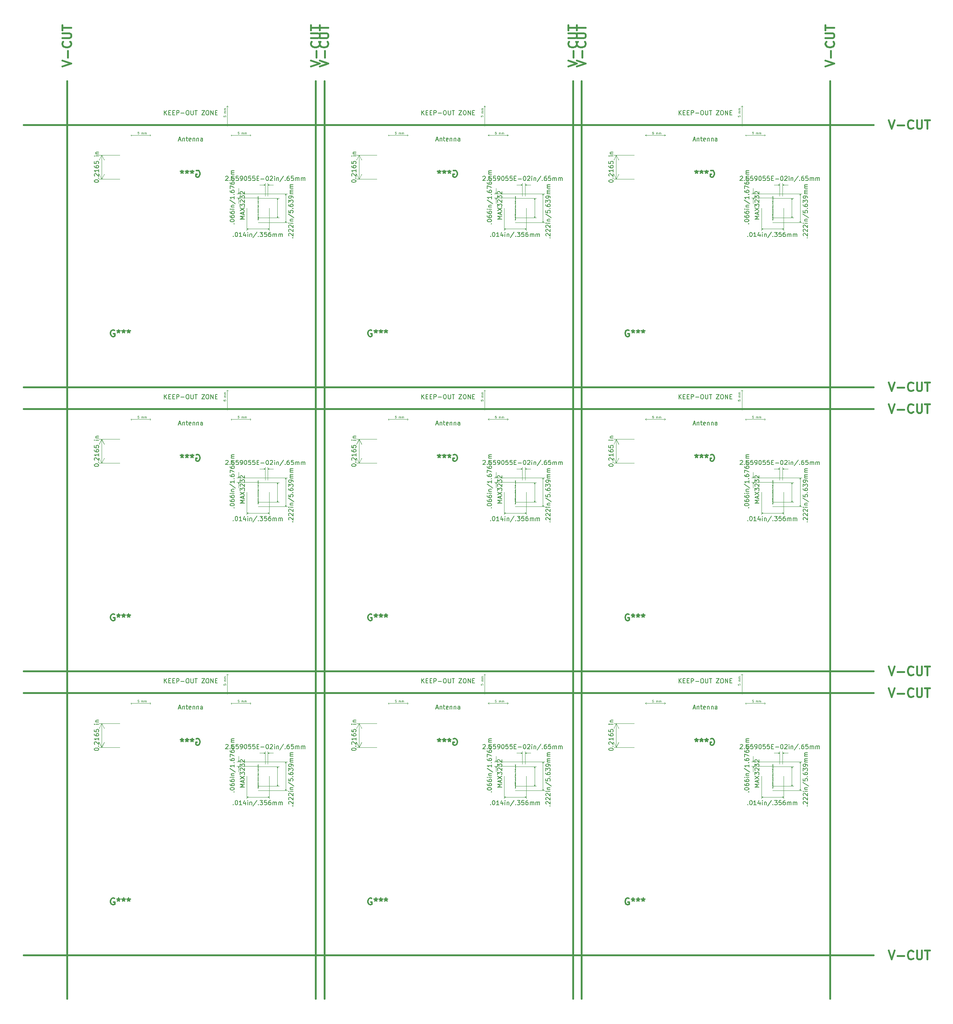
<source format=gbr>
%TF.GenerationSoftware,KiCad,Pcbnew,(6.0.7)*%
%TF.CreationDate,2023-01-21T14:40:08-06:00*%
%TF.ProjectId,SmartSpin2k_Panelized,536d6172-7453-4706-996e-326b5f50616e,2.35*%
%TF.SameCoordinates,Original*%
%TF.FileFunction,Other,Comment*%
%FSLAX46Y46*%
G04 Gerber Fmt 4.6, Leading zero omitted, Abs format (unit mm)*
G04 Created by KiCad (PCBNEW (6.0.7)) date 2023-01-21 14:40:08*
%MOMM*%
%LPD*%
G01*
G04 APERTURE LIST*
%ADD10C,0.150000*%
%ADD11C,0.100000*%
%ADD12C,0.400000*%
%ADD13C,0.300000*%
%ADD14C,0.002000*%
G04 APERTURE END LIST*
D10*
X72418380Y-150594104D02*
X72418380Y-150498866D01*
X72466000Y-150403628D01*
X72513619Y-150356009D01*
X72608857Y-150308390D01*
X72799333Y-150260771D01*
X73037428Y-150260771D01*
X73227904Y-150308390D01*
X73323142Y-150356009D01*
X73370761Y-150403628D01*
X73418380Y-150498866D01*
X73418380Y-150594104D01*
X73370761Y-150689342D01*
X73323142Y-150736961D01*
X73227904Y-150784580D01*
X73037428Y-150832200D01*
X72799333Y-150832200D01*
X72608857Y-150784580D01*
X72513619Y-150736961D01*
X72466000Y-150689342D01*
X72418380Y-150594104D01*
X73323142Y-149832200D02*
X73370761Y-149784580D01*
X73418380Y-149832200D01*
X73370761Y-149879819D01*
X73323142Y-149832200D01*
X73418380Y-149832200D01*
X72513619Y-149403628D02*
X72466000Y-149356009D01*
X72418380Y-149260771D01*
X72418380Y-149022676D01*
X72466000Y-148927438D01*
X72513619Y-148879819D01*
X72608857Y-148832200D01*
X72704095Y-148832200D01*
X72846952Y-148879819D01*
X73418380Y-149451247D01*
X73418380Y-148832200D01*
X73418380Y-147879819D02*
X73418380Y-148451247D01*
X73418380Y-148165533D02*
X72418380Y-148165533D01*
X72561238Y-148260771D01*
X72656476Y-148356009D01*
X72704095Y-148451247D01*
X72418380Y-147022676D02*
X72418380Y-147213152D01*
X72466000Y-147308390D01*
X72513619Y-147356009D01*
X72656476Y-147451247D01*
X72846952Y-147498866D01*
X73227904Y-147498866D01*
X73323142Y-147451247D01*
X73370761Y-147403628D01*
X73418380Y-147308390D01*
X73418380Y-147117914D01*
X73370761Y-147022676D01*
X73323142Y-146975057D01*
X73227904Y-146927438D01*
X72989809Y-146927438D01*
X72894571Y-146975057D01*
X72846952Y-147022676D01*
X72799333Y-147117914D01*
X72799333Y-147308390D01*
X72846952Y-147403628D01*
X72894571Y-147451247D01*
X72989809Y-147498866D01*
X72418380Y-146022676D02*
X72418380Y-146498866D01*
X72894571Y-146546485D01*
X72846952Y-146498866D01*
X72799333Y-146403628D01*
X72799333Y-146165533D01*
X72846952Y-146070295D01*
X72894571Y-146022676D01*
X72989809Y-145975057D01*
X73227904Y-145975057D01*
X73323142Y-146022676D01*
X73370761Y-146070295D01*
X73418380Y-146165533D01*
X73418380Y-146403628D01*
X73370761Y-146498866D01*
X73323142Y-146546485D01*
X73418380Y-144784580D02*
X72751714Y-144784580D01*
X72418380Y-144784580D02*
X72466000Y-144832200D01*
X72513619Y-144784580D01*
X72466000Y-144736961D01*
X72418380Y-144784580D01*
X72513619Y-144784580D01*
X72751714Y-144308390D02*
X73418380Y-144308390D01*
X72846952Y-144308390D02*
X72799333Y-144260771D01*
X72751714Y-144165533D01*
X72751714Y-144022676D01*
X72799333Y-143927438D01*
X72894571Y-143879819D01*
X73418380Y-143879819D01*
D11*
X78216000Y-144582200D02*
X73529580Y-144582200D01*
X78216000Y-150082200D02*
X73529580Y-150082200D01*
X74116000Y-144582200D02*
X74116000Y-150082200D01*
X74116000Y-144582200D02*
X74116000Y-150082200D01*
X74116000Y-144582200D02*
X73529579Y-145708704D01*
X74116000Y-144582200D02*
X74702421Y-145708704D01*
X74116000Y-150082200D02*
X74702421Y-148955696D01*
X74116000Y-150082200D02*
X73529579Y-148955696D01*
D10*
X131568380Y-85294104D02*
X131568380Y-85198866D01*
X131616000Y-85103628D01*
X131663619Y-85056009D01*
X131758857Y-85008390D01*
X131949333Y-84960771D01*
X132187428Y-84960771D01*
X132377904Y-85008390D01*
X132473142Y-85056009D01*
X132520761Y-85103628D01*
X132568380Y-85198866D01*
X132568380Y-85294104D01*
X132520761Y-85389342D01*
X132473142Y-85436961D01*
X132377904Y-85484580D01*
X132187428Y-85532200D01*
X131949333Y-85532200D01*
X131758857Y-85484580D01*
X131663619Y-85436961D01*
X131616000Y-85389342D01*
X131568380Y-85294104D01*
X132473142Y-84532200D02*
X132520761Y-84484580D01*
X132568380Y-84532200D01*
X132520761Y-84579819D01*
X132473142Y-84532200D01*
X132568380Y-84532200D01*
X131663619Y-84103628D02*
X131616000Y-84056009D01*
X131568380Y-83960771D01*
X131568380Y-83722676D01*
X131616000Y-83627438D01*
X131663619Y-83579819D01*
X131758857Y-83532200D01*
X131854095Y-83532200D01*
X131996952Y-83579819D01*
X132568380Y-84151247D01*
X132568380Y-83532200D01*
X132568380Y-82579819D02*
X132568380Y-83151247D01*
X132568380Y-82865533D02*
X131568380Y-82865533D01*
X131711238Y-82960771D01*
X131806476Y-83056009D01*
X131854095Y-83151247D01*
X131568380Y-81722676D02*
X131568380Y-81913152D01*
X131616000Y-82008390D01*
X131663619Y-82056009D01*
X131806476Y-82151247D01*
X131996952Y-82198866D01*
X132377904Y-82198866D01*
X132473142Y-82151247D01*
X132520761Y-82103628D01*
X132568380Y-82008390D01*
X132568380Y-81817914D01*
X132520761Y-81722676D01*
X132473142Y-81675057D01*
X132377904Y-81627438D01*
X132139809Y-81627438D01*
X132044571Y-81675057D01*
X131996952Y-81722676D01*
X131949333Y-81817914D01*
X131949333Y-82008390D01*
X131996952Y-82103628D01*
X132044571Y-82151247D01*
X132139809Y-82198866D01*
X131568380Y-80722676D02*
X131568380Y-81198866D01*
X132044571Y-81246485D01*
X131996952Y-81198866D01*
X131949333Y-81103628D01*
X131949333Y-80865533D01*
X131996952Y-80770295D01*
X132044571Y-80722676D01*
X132139809Y-80675057D01*
X132377904Y-80675057D01*
X132473142Y-80722676D01*
X132520761Y-80770295D01*
X132568380Y-80865533D01*
X132568380Y-81103628D01*
X132520761Y-81198866D01*
X132473142Y-81246485D01*
X132568380Y-79484580D02*
X131901714Y-79484580D01*
X131568380Y-79484580D02*
X131616000Y-79532200D01*
X131663619Y-79484580D01*
X131616000Y-79436961D01*
X131568380Y-79484580D01*
X131663619Y-79484580D01*
X131901714Y-79008390D02*
X132568380Y-79008390D01*
X131996952Y-79008390D02*
X131949333Y-78960771D01*
X131901714Y-78865533D01*
X131901714Y-78722676D01*
X131949333Y-78627438D01*
X132044571Y-78579819D01*
X132568380Y-78579819D01*
D11*
X137366000Y-79282200D02*
X132679580Y-79282200D01*
X137366000Y-84782200D02*
X132679580Y-84782200D01*
X133266000Y-79282200D02*
X133266000Y-84782200D01*
X133266000Y-79282200D02*
X133266000Y-84782200D01*
X133266000Y-79282200D02*
X132679579Y-80408704D01*
X133266000Y-79282200D02*
X133852421Y-80408704D01*
X133266000Y-84782200D02*
X133852421Y-83655696D01*
X133266000Y-84782200D02*
X132679579Y-83655696D01*
D10*
X131568380Y-19994104D02*
X131568380Y-19898866D01*
X131616000Y-19803628D01*
X131663619Y-19756009D01*
X131758857Y-19708390D01*
X131949333Y-19660771D01*
X132187428Y-19660771D01*
X132377904Y-19708390D01*
X132473142Y-19756009D01*
X132520761Y-19803628D01*
X132568380Y-19898866D01*
X132568380Y-19994104D01*
X132520761Y-20089342D01*
X132473142Y-20136961D01*
X132377904Y-20184580D01*
X132187428Y-20232200D01*
X131949333Y-20232200D01*
X131758857Y-20184580D01*
X131663619Y-20136961D01*
X131616000Y-20089342D01*
X131568380Y-19994104D01*
X132473142Y-19232200D02*
X132520761Y-19184580D01*
X132568380Y-19232200D01*
X132520761Y-19279819D01*
X132473142Y-19232200D01*
X132568380Y-19232200D01*
X131663619Y-18803628D02*
X131616000Y-18756009D01*
X131568380Y-18660771D01*
X131568380Y-18422676D01*
X131616000Y-18327438D01*
X131663619Y-18279819D01*
X131758857Y-18232200D01*
X131854095Y-18232200D01*
X131996952Y-18279819D01*
X132568380Y-18851247D01*
X132568380Y-18232200D01*
X132568380Y-17279819D02*
X132568380Y-17851247D01*
X132568380Y-17565533D02*
X131568380Y-17565533D01*
X131711238Y-17660771D01*
X131806476Y-17756009D01*
X131854095Y-17851247D01*
X131568380Y-16422676D02*
X131568380Y-16613152D01*
X131616000Y-16708390D01*
X131663619Y-16756009D01*
X131806476Y-16851247D01*
X131996952Y-16898866D01*
X132377904Y-16898866D01*
X132473142Y-16851247D01*
X132520761Y-16803628D01*
X132568380Y-16708390D01*
X132568380Y-16517914D01*
X132520761Y-16422676D01*
X132473142Y-16375057D01*
X132377904Y-16327438D01*
X132139809Y-16327438D01*
X132044571Y-16375057D01*
X131996952Y-16422676D01*
X131949333Y-16517914D01*
X131949333Y-16708390D01*
X131996952Y-16803628D01*
X132044571Y-16851247D01*
X132139809Y-16898866D01*
X131568380Y-15422676D02*
X131568380Y-15898866D01*
X132044571Y-15946485D01*
X131996952Y-15898866D01*
X131949333Y-15803628D01*
X131949333Y-15565533D01*
X131996952Y-15470295D01*
X132044571Y-15422676D01*
X132139809Y-15375057D01*
X132377904Y-15375057D01*
X132473142Y-15422676D01*
X132520761Y-15470295D01*
X132568380Y-15565533D01*
X132568380Y-15803628D01*
X132520761Y-15898866D01*
X132473142Y-15946485D01*
X132568380Y-14184580D02*
X131901714Y-14184580D01*
X131568380Y-14184580D02*
X131616000Y-14232200D01*
X131663619Y-14184580D01*
X131616000Y-14136961D01*
X131568380Y-14184580D01*
X131663619Y-14184580D01*
X131901714Y-13708390D02*
X132568380Y-13708390D01*
X131996952Y-13708390D02*
X131949333Y-13660771D01*
X131901714Y-13565533D01*
X131901714Y-13422676D01*
X131949333Y-13327438D01*
X132044571Y-13279819D01*
X132568380Y-13279819D01*
D11*
X137366000Y-13982200D02*
X132679580Y-13982200D01*
X137366000Y-19482200D02*
X132679580Y-19482200D01*
X133266000Y-13982200D02*
X133266000Y-19482200D01*
X133266000Y-13982200D02*
X133266000Y-19482200D01*
X133266000Y-13982200D02*
X132679579Y-15108704D01*
X133266000Y-13982200D02*
X133852421Y-15108704D01*
X133266000Y-19482200D02*
X133852421Y-18355696D01*
X133266000Y-19482200D02*
X132679579Y-18355696D01*
D10*
X13268380Y-19994104D02*
X13268380Y-19898866D01*
X13316000Y-19803628D01*
X13363619Y-19756009D01*
X13458857Y-19708390D01*
X13649333Y-19660771D01*
X13887428Y-19660771D01*
X14077904Y-19708390D01*
X14173142Y-19756009D01*
X14220761Y-19803628D01*
X14268380Y-19898866D01*
X14268380Y-19994104D01*
X14220761Y-20089342D01*
X14173142Y-20136961D01*
X14077904Y-20184580D01*
X13887428Y-20232200D01*
X13649333Y-20232200D01*
X13458857Y-20184580D01*
X13363619Y-20136961D01*
X13316000Y-20089342D01*
X13268380Y-19994104D01*
X14173142Y-19232200D02*
X14220761Y-19184580D01*
X14268380Y-19232200D01*
X14220761Y-19279819D01*
X14173142Y-19232200D01*
X14268380Y-19232200D01*
X13363619Y-18803628D02*
X13316000Y-18756009D01*
X13268380Y-18660771D01*
X13268380Y-18422676D01*
X13316000Y-18327438D01*
X13363619Y-18279819D01*
X13458857Y-18232200D01*
X13554095Y-18232200D01*
X13696952Y-18279819D01*
X14268380Y-18851247D01*
X14268380Y-18232200D01*
X14268380Y-17279819D02*
X14268380Y-17851247D01*
X14268380Y-17565533D02*
X13268380Y-17565533D01*
X13411238Y-17660771D01*
X13506476Y-17756009D01*
X13554095Y-17851247D01*
X13268380Y-16422676D02*
X13268380Y-16613152D01*
X13316000Y-16708390D01*
X13363619Y-16756009D01*
X13506476Y-16851247D01*
X13696952Y-16898866D01*
X14077904Y-16898866D01*
X14173142Y-16851247D01*
X14220761Y-16803628D01*
X14268380Y-16708390D01*
X14268380Y-16517914D01*
X14220761Y-16422676D01*
X14173142Y-16375057D01*
X14077904Y-16327438D01*
X13839809Y-16327438D01*
X13744571Y-16375057D01*
X13696952Y-16422676D01*
X13649333Y-16517914D01*
X13649333Y-16708390D01*
X13696952Y-16803628D01*
X13744571Y-16851247D01*
X13839809Y-16898866D01*
X13268380Y-15422676D02*
X13268380Y-15898866D01*
X13744571Y-15946485D01*
X13696952Y-15898866D01*
X13649333Y-15803628D01*
X13649333Y-15565533D01*
X13696952Y-15470295D01*
X13744571Y-15422676D01*
X13839809Y-15375057D01*
X14077904Y-15375057D01*
X14173142Y-15422676D01*
X14220761Y-15470295D01*
X14268380Y-15565533D01*
X14268380Y-15803628D01*
X14220761Y-15898866D01*
X14173142Y-15946485D01*
X14268380Y-14184580D02*
X13601714Y-14184580D01*
X13268380Y-14184580D02*
X13316000Y-14232200D01*
X13363619Y-14184580D01*
X13316000Y-14136961D01*
X13268380Y-14184580D01*
X13363619Y-14184580D01*
X13601714Y-13708390D02*
X14268380Y-13708390D01*
X13696952Y-13708390D02*
X13649333Y-13660771D01*
X13601714Y-13565533D01*
X13601714Y-13422676D01*
X13649333Y-13327438D01*
X13744571Y-13279819D01*
X14268380Y-13279819D01*
D11*
X19066000Y-13982200D02*
X14379580Y-13982200D01*
X19066000Y-19482200D02*
X14379580Y-19482200D01*
X14966000Y-13982200D02*
X14966000Y-19482200D01*
X14966000Y-13982200D02*
X14966000Y-19482200D01*
X14966000Y-13982200D02*
X14379579Y-15108704D01*
X14966000Y-13982200D02*
X15552421Y-15108704D01*
X14966000Y-19482200D02*
X15552421Y-18355696D01*
X14966000Y-19482200D02*
X14379579Y-18355696D01*
D10*
X72418380Y-85294104D02*
X72418380Y-85198866D01*
X72466000Y-85103628D01*
X72513619Y-85056009D01*
X72608857Y-85008390D01*
X72799333Y-84960771D01*
X73037428Y-84960771D01*
X73227904Y-85008390D01*
X73323142Y-85056009D01*
X73370761Y-85103628D01*
X73418380Y-85198866D01*
X73418380Y-85294104D01*
X73370761Y-85389342D01*
X73323142Y-85436961D01*
X73227904Y-85484580D01*
X73037428Y-85532200D01*
X72799333Y-85532200D01*
X72608857Y-85484580D01*
X72513619Y-85436961D01*
X72466000Y-85389342D01*
X72418380Y-85294104D01*
X73323142Y-84532200D02*
X73370761Y-84484580D01*
X73418380Y-84532200D01*
X73370761Y-84579819D01*
X73323142Y-84532200D01*
X73418380Y-84532200D01*
X72513619Y-84103628D02*
X72466000Y-84056009D01*
X72418380Y-83960771D01*
X72418380Y-83722676D01*
X72466000Y-83627438D01*
X72513619Y-83579819D01*
X72608857Y-83532200D01*
X72704095Y-83532200D01*
X72846952Y-83579819D01*
X73418380Y-84151247D01*
X73418380Y-83532200D01*
X73418380Y-82579819D02*
X73418380Y-83151247D01*
X73418380Y-82865533D02*
X72418380Y-82865533D01*
X72561238Y-82960771D01*
X72656476Y-83056009D01*
X72704095Y-83151247D01*
X72418380Y-81722676D02*
X72418380Y-81913152D01*
X72466000Y-82008390D01*
X72513619Y-82056009D01*
X72656476Y-82151247D01*
X72846952Y-82198866D01*
X73227904Y-82198866D01*
X73323142Y-82151247D01*
X73370761Y-82103628D01*
X73418380Y-82008390D01*
X73418380Y-81817914D01*
X73370761Y-81722676D01*
X73323142Y-81675057D01*
X73227904Y-81627438D01*
X72989809Y-81627438D01*
X72894571Y-81675057D01*
X72846952Y-81722676D01*
X72799333Y-81817914D01*
X72799333Y-82008390D01*
X72846952Y-82103628D01*
X72894571Y-82151247D01*
X72989809Y-82198866D01*
X72418380Y-80722676D02*
X72418380Y-81198866D01*
X72894571Y-81246485D01*
X72846952Y-81198866D01*
X72799333Y-81103628D01*
X72799333Y-80865533D01*
X72846952Y-80770295D01*
X72894571Y-80722676D01*
X72989809Y-80675057D01*
X73227904Y-80675057D01*
X73323142Y-80722676D01*
X73370761Y-80770295D01*
X73418380Y-80865533D01*
X73418380Y-81103628D01*
X73370761Y-81198866D01*
X73323142Y-81246485D01*
X73418380Y-79484580D02*
X72751714Y-79484580D01*
X72418380Y-79484580D02*
X72466000Y-79532200D01*
X72513619Y-79484580D01*
X72466000Y-79436961D01*
X72418380Y-79484580D01*
X72513619Y-79484580D01*
X72751714Y-79008390D02*
X73418380Y-79008390D01*
X72846952Y-79008390D02*
X72799333Y-78960771D01*
X72751714Y-78865533D01*
X72751714Y-78722676D01*
X72799333Y-78627438D01*
X72894571Y-78579819D01*
X73418380Y-78579819D01*
D11*
X78216000Y-79282200D02*
X73529580Y-79282200D01*
X78216000Y-84782200D02*
X73529580Y-84782200D01*
X74116000Y-79282200D02*
X74116000Y-84782200D01*
X74116000Y-79282200D02*
X74116000Y-84782200D01*
X74116000Y-79282200D02*
X73529579Y-80408704D01*
X74116000Y-79282200D02*
X74702421Y-80408704D01*
X74116000Y-84782200D02*
X74702421Y-83655696D01*
X74116000Y-84782200D02*
X73529579Y-83655696D01*
D10*
X13268380Y-85294104D02*
X13268380Y-85198866D01*
X13316000Y-85103628D01*
X13363619Y-85056009D01*
X13458857Y-85008390D01*
X13649333Y-84960771D01*
X13887428Y-84960771D01*
X14077904Y-85008390D01*
X14173142Y-85056009D01*
X14220761Y-85103628D01*
X14268380Y-85198866D01*
X14268380Y-85294104D01*
X14220761Y-85389342D01*
X14173142Y-85436961D01*
X14077904Y-85484580D01*
X13887428Y-85532200D01*
X13649333Y-85532200D01*
X13458857Y-85484580D01*
X13363619Y-85436961D01*
X13316000Y-85389342D01*
X13268380Y-85294104D01*
X14173142Y-84532200D02*
X14220761Y-84484580D01*
X14268380Y-84532200D01*
X14220761Y-84579819D01*
X14173142Y-84532200D01*
X14268380Y-84532200D01*
X13363619Y-84103628D02*
X13316000Y-84056009D01*
X13268380Y-83960771D01*
X13268380Y-83722676D01*
X13316000Y-83627438D01*
X13363619Y-83579819D01*
X13458857Y-83532200D01*
X13554095Y-83532200D01*
X13696952Y-83579819D01*
X14268380Y-84151247D01*
X14268380Y-83532200D01*
X14268380Y-82579819D02*
X14268380Y-83151247D01*
X14268380Y-82865533D02*
X13268380Y-82865533D01*
X13411238Y-82960771D01*
X13506476Y-83056009D01*
X13554095Y-83151247D01*
X13268380Y-81722676D02*
X13268380Y-81913152D01*
X13316000Y-82008390D01*
X13363619Y-82056009D01*
X13506476Y-82151247D01*
X13696952Y-82198866D01*
X14077904Y-82198866D01*
X14173142Y-82151247D01*
X14220761Y-82103628D01*
X14268380Y-82008390D01*
X14268380Y-81817914D01*
X14220761Y-81722676D01*
X14173142Y-81675057D01*
X14077904Y-81627438D01*
X13839809Y-81627438D01*
X13744571Y-81675057D01*
X13696952Y-81722676D01*
X13649333Y-81817914D01*
X13649333Y-82008390D01*
X13696952Y-82103628D01*
X13744571Y-82151247D01*
X13839809Y-82198866D01*
X13268380Y-80722676D02*
X13268380Y-81198866D01*
X13744571Y-81246485D01*
X13696952Y-81198866D01*
X13649333Y-81103628D01*
X13649333Y-80865533D01*
X13696952Y-80770295D01*
X13744571Y-80722676D01*
X13839809Y-80675057D01*
X14077904Y-80675057D01*
X14173142Y-80722676D01*
X14220761Y-80770295D01*
X14268380Y-80865533D01*
X14268380Y-81103628D01*
X14220761Y-81198866D01*
X14173142Y-81246485D01*
X14268380Y-79484580D02*
X13601714Y-79484580D01*
X13268380Y-79484580D02*
X13316000Y-79532200D01*
X13363619Y-79484580D01*
X13316000Y-79436961D01*
X13268380Y-79484580D01*
X13363619Y-79484580D01*
X13601714Y-79008390D02*
X14268380Y-79008390D01*
X13696952Y-79008390D02*
X13649333Y-78960771D01*
X13601714Y-78865533D01*
X13601714Y-78722676D01*
X13649333Y-78627438D01*
X13744571Y-78579819D01*
X14268380Y-78579819D01*
D11*
X19066000Y-79282200D02*
X14379580Y-79282200D01*
X19066000Y-84782200D02*
X14379580Y-84782200D01*
X14966000Y-79282200D02*
X14966000Y-84782200D01*
X14966000Y-79282200D02*
X14966000Y-84782200D01*
X14966000Y-79282200D02*
X14379579Y-80408704D01*
X14966000Y-79282200D02*
X15552421Y-80408704D01*
X14966000Y-84782200D02*
X15552421Y-83655696D01*
X14966000Y-84782200D02*
X14379579Y-83655696D01*
D10*
X13268380Y-150594104D02*
X13268380Y-150498866D01*
X13316000Y-150403628D01*
X13363619Y-150356009D01*
X13458857Y-150308390D01*
X13649333Y-150260771D01*
X13887428Y-150260771D01*
X14077904Y-150308390D01*
X14173142Y-150356009D01*
X14220761Y-150403628D01*
X14268380Y-150498866D01*
X14268380Y-150594104D01*
X14220761Y-150689342D01*
X14173142Y-150736961D01*
X14077904Y-150784580D01*
X13887428Y-150832200D01*
X13649333Y-150832200D01*
X13458857Y-150784580D01*
X13363619Y-150736961D01*
X13316000Y-150689342D01*
X13268380Y-150594104D01*
X14173142Y-149832200D02*
X14220761Y-149784580D01*
X14268380Y-149832200D01*
X14220761Y-149879819D01*
X14173142Y-149832200D01*
X14268380Y-149832200D01*
X13363619Y-149403628D02*
X13316000Y-149356009D01*
X13268380Y-149260771D01*
X13268380Y-149022676D01*
X13316000Y-148927438D01*
X13363619Y-148879819D01*
X13458857Y-148832200D01*
X13554095Y-148832200D01*
X13696952Y-148879819D01*
X14268380Y-149451247D01*
X14268380Y-148832200D01*
X14268380Y-147879819D02*
X14268380Y-148451247D01*
X14268380Y-148165533D02*
X13268380Y-148165533D01*
X13411238Y-148260771D01*
X13506476Y-148356009D01*
X13554095Y-148451247D01*
X13268380Y-147022676D02*
X13268380Y-147213152D01*
X13316000Y-147308390D01*
X13363619Y-147356009D01*
X13506476Y-147451247D01*
X13696952Y-147498866D01*
X14077904Y-147498866D01*
X14173142Y-147451247D01*
X14220761Y-147403628D01*
X14268380Y-147308390D01*
X14268380Y-147117914D01*
X14220761Y-147022676D01*
X14173142Y-146975057D01*
X14077904Y-146927438D01*
X13839809Y-146927438D01*
X13744571Y-146975057D01*
X13696952Y-147022676D01*
X13649333Y-147117914D01*
X13649333Y-147308390D01*
X13696952Y-147403628D01*
X13744571Y-147451247D01*
X13839809Y-147498866D01*
X13268380Y-146022676D02*
X13268380Y-146498866D01*
X13744571Y-146546485D01*
X13696952Y-146498866D01*
X13649333Y-146403628D01*
X13649333Y-146165533D01*
X13696952Y-146070295D01*
X13744571Y-146022676D01*
X13839809Y-145975057D01*
X14077904Y-145975057D01*
X14173142Y-146022676D01*
X14220761Y-146070295D01*
X14268380Y-146165533D01*
X14268380Y-146403628D01*
X14220761Y-146498866D01*
X14173142Y-146546485D01*
X14268380Y-144784580D02*
X13601714Y-144784580D01*
X13268380Y-144784580D02*
X13316000Y-144832200D01*
X13363619Y-144784580D01*
X13316000Y-144736961D01*
X13268380Y-144784580D01*
X13363619Y-144784580D01*
X13601714Y-144308390D02*
X14268380Y-144308390D01*
X13696952Y-144308390D02*
X13649333Y-144260771D01*
X13601714Y-144165533D01*
X13601714Y-144022676D01*
X13649333Y-143927438D01*
X13744571Y-143879819D01*
X14268380Y-143879819D01*
D11*
X19066000Y-144582200D02*
X14379580Y-144582200D01*
X19066000Y-150082200D02*
X14379580Y-150082200D01*
X14966000Y-144582200D02*
X14966000Y-150082200D01*
X14966000Y-144582200D02*
X14966000Y-150082200D01*
X14966000Y-144582200D02*
X14379579Y-145708704D01*
X14966000Y-144582200D02*
X15552421Y-145708704D01*
X14966000Y-150082200D02*
X15552421Y-148955696D01*
X14966000Y-150082200D02*
X14379579Y-148955696D01*
D10*
X72418380Y-19994104D02*
X72418380Y-19898866D01*
X72466000Y-19803628D01*
X72513619Y-19756009D01*
X72608857Y-19708390D01*
X72799333Y-19660771D01*
X73037428Y-19660771D01*
X73227904Y-19708390D01*
X73323142Y-19756009D01*
X73370761Y-19803628D01*
X73418380Y-19898866D01*
X73418380Y-19994104D01*
X73370761Y-20089342D01*
X73323142Y-20136961D01*
X73227904Y-20184580D01*
X73037428Y-20232200D01*
X72799333Y-20232200D01*
X72608857Y-20184580D01*
X72513619Y-20136961D01*
X72466000Y-20089342D01*
X72418380Y-19994104D01*
X73323142Y-19232200D02*
X73370761Y-19184580D01*
X73418380Y-19232200D01*
X73370761Y-19279819D01*
X73323142Y-19232200D01*
X73418380Y-19232200D01*
X72513619Y-18803628D02*
X72466000Y-18756009D01*
X72418380Y-18660771D01*
X72418380Y-18422676D01*
X72466000Y-18327438D01*
X72513619Y-18279819D01*
X72608857Y-18232200D01*
X72704095Y-18232200D01*
X72846952Y-18279819D01*
X73418380Y-18851247D01*
X73418380Y-18232200D01*
X73418380Y-17279819D02*
X73418380Y-17851247D01*
X73418380Y-17565533D02*
X72418380Y-17565533D01*
X72561238Y-17660771D01*
X72656476Y-17756009D01*
X72704095Y-17851247D01*
X72418380Y-16422676D02*
X72418380Y-16613152D01*
X72466000Y-16708390D01*
X72513619Y-16756009D01*
X72656476Y-16851247D01*
X72846952Y-16898866D01*
X73227904Y-16898866D01*
X73323142Y-16851247D01*
X73370761Y-16803628D01*
X73418380Y-16708390D01*
X73418380Y-16517914D01*
X73370761Y-16422676D01*
X73323142Y-16375057D01*
X73227904Y-16327438D01*
X72989809Y-16327438D01*
X72894571Y-16375057D01*
X72846952Y-16422676D01*
X72799333Y-16517914D01*
X72799333Y-16708390D01*
X72846952Y-16803628D01*
X72894571Y-16851247D01*
X72989809Y-16898866D01*
X72418380Y-15422676D02*
X72418380Y-15898866D01*
X72894571Y-15946485D01*
X72846952Y-15898866D01*
X72799333Y-15803628D01*
X72799333Y-15565533D01*
X72846952Y-15470295D01*
X72894571Y-15422676D01*
X72989809Y-15375057D01*
X73227904Y-15375057D01*
X73323142Y-15422676D01*
X73370761Y-15470295D01*
X73418380Y-15565533D01*
X73418380Y-15803628D01*
X73370761Y-15898866D01*
X73323142Y-15946485D01*
X73418380Y-14184580D02*
X72751714Y-14184580D01*
X72418380Y-14184580D02*
X72466000Y-14232200D01*
X72513619Y-14184580D01*
X72466000Y-14136961D01*
X72418380Y-14184580D01*
X72513619Y-14184580D01*
X72751714Y-13708390D02*
X73418380Y-13708390D01*
X72846952Y-13708390D02*
X72799333Y-13660771D01*
X72751714Y-13565533D01*
X72751714Y-13422676D01*
X72799333Y-13327438D01*
X72894571Y-13279819D01*
X73418380Y-13279819D01*
D11*
X78216000Y-13982200D02*
X73529580Y-13982200D01*
X78216000Y-19482200D02*
X73529580Y-19482200D01*
X74116000Y-13982200D02*
X74116000Y-19482200D01*
X74116000Y-13982200D02*
X74116000Y-19482200D01*
X74116000Y-13982200D02*
X73529579Y-15108704D01*
X74116000Y-13982200D02*
X74702421Y-15108704D01*
X74116000Y-19482200D02*
X74702421Y-18355696D01*
X74116000Y-19482200D02*
X73529579Y-18355696D01*
D10*
X131568380Y-150594104D02*
X131568380Y-150498866D01*
X131616000Y-150403628D01*
X131663619Y-150356009D01*
X131758857Y-150308390D01*
X131949333Y-150260771D01*
X132187428Y-150260771D01*
X132377904Y-150308390D01*
X132473142Y-150356009D01*
X132520761Y-150403628D01*
X132568380Y-150498866D01*
X132568380Y-150594104D01*
X132520761Y-150689342D01*
X132473142Y-150736961D01*
X132377904Y-150784580D01*
X132187428Y-150832200D01*
X131949333Y-150832200D01*
X131758857Y-150784580D01*
X131663619Y-150736961D01*
X131616000Y-150689342D01*
X131568380Y-150594104D01*
X132473142Y-149832200D02*
X132520761Y-149784580D01*
X132568380Y-149832200D01*
X132520761Y-149879819D01*
X132473142Y-149832200D01*
X132568380Y-149832200D01*
X131663619Y-149403628D02*
X131616000Y-149356009D01*
X131568380Y-149260771D01*
X131568380Y-149022676D01*
X131616000Y-148927438D01*
X131663619Y-148879819D01*
X131758857Y-148832200D01*
X131854095Y-148832200D01*
X131996952Y-148879819D01*
X132568380Y-149451247D01*
X132568380Y-148832200D01*
X132568380Y-147879819D02*
X132568380Y-148451247D01*
X132568380Y-148165533D02*
X131568380Y-148165533D01*
X131711238Y-148260771D01*
X131806476Y-148356009D01*
X131854095Y-148451247D01*
X131568380Y-147022676D02*
X131568380Y-147213152D01*
X131616000Y-147308390D01*
X131663619Y-147356009D01*
X131806476Y-147451247D01*
X131996952Y-147498866D01*
X132377904Y-147498866D01*
X132473142Y-147451247D01*
X132520761Y-147403628D01*
X132568380Y-147308390D01*
X132568380Y-147117914D01*
X132520761Y-147022676D01*
X132473142Y-146975057D01*
X132377904Y-146927438D01*
X132139809Y-146927438D01*
X132044571Y-146975057D01*
X131996952Y-147022676D01*
X131949333Y-147117914D01*
X131949333Y-147308390D01*
X131996952Y-147403628D01*
X132044571Y-147451247D01*
X132139809Y-147498866D01*
X131568380Y-146022676D02*
X131568380Y-146498866D01*
X132044571Y-146546485D01*
X131996952Y-146498866D01*
X131949333Y-146403628D01*
X131949333Y-146165533D01*
X131996952Y-146070295D01*
X132044571Y-146022676D01*
X132139809Y-145975057D01*
X132377904Y-145975057D01*
X132473142Y-146022676D01*
X132520761Y-146070295D01*
X132568380Y-146165533D01*
X132568380Y-146403628D01*
X132520761Y-146498866D01*
X132473142Y-146546485D01*
X132568380Y-144784580D02*
X131901714Y-144784580D01*
X131568380Y-144784580D02*
X131616000Y-144832200D01*
X131663619Y-144784580D01*
X131616000Y-144736961D01*
X131568380Y-144784580D01*
X131663619Y-144784580D01*
X131901714Y-144308390D02*
X132568380Y-144308390D01*
X131996952Y-144308390D02*
X131949333Y-144260771D01*
X131901714Y-144165533D01*
X131901714Y-144022676D01*
X131949333Y-143927438D01*
X132044571Y-143879819D01*
X132568380Y-143879819D01*
D11*
X137366000Y-144582200D02*
X132679580Y-144582200D01*
X137366000Y-150082200D02*
X132679580Y-150082200D01*
X133266000Y-144582200D02*
X133266000Y-150082200D01*
X133266000Y-144582200D02*
X133266000Y-150082200D01*
X133266000Y-144582200D02*
X132679579Y-145708704D01*
X133266000Y-144582200D02*
X133852421Y-145708704D01*
X133266000Y-150082200D02*
X133852421Y-148955696D01*
X133266000Y-150082200D02*
X132679579Y-148955696D01*
D12*
X195900476Y-131504761D02*
X196567142Y-133504761D01*
X197233809Y-131504761D01*
X197900476Y-132742857D02*
X199424285Y-132742857D01*
X201519523Y-133314285D02*
X201424285Y-133409523D01*
X201138571Y-133504761D01*
X200948095Y-133504761D01*
X200662380Y-133409523D01*
X200471904Y-133219047D01*
X200376666Y-133028571D01*
X200281428Y-132647619D01*
X200281428Y-132361904D01*
X200376666Y-131980952D01*
X200471904Y-131790476D01*
X200662380Y-131600000D01*
X200948095Y-131504761D01*
X201138571Y-131504761D01*
X201424285Y-131600000D01*
X201519523Y-131695238D01*
X202376666Y-131504761D02*
X202376666Y-133123809D01*
X202471904Y-133314285D01*
X202567142Y-133409523D01*
X202757619Y-133504761D01*
X203138571Y-133504761D01*
X203329047Y-133409523D01*
X203424285Y-133314285D01*
X203519523Y-133123809D01*
X203519523Y-131504761D01*
X204186190Y-131504761D02*
X205329047Y-131504761D01*
X204757619Y-133504761D02*
X204757619Y-131504761D01*
X195900476Y-5904761D02*
X196567142Y-7904761D01*
X197233809Y-5904761D01*
X197900476Y-7142857D02*
X199424285Y-7142857D01*
X201519523Y-7714285D02*
X201424285Y-7809523D01*
X201138571Y-7904761D01*
X200948095Y-7904761D01*
X200662380Y-7809523D01*
X200471904Y-7619047D01*
X200376666Y-7428571D01*
X200281428Y-7047619D01*
X200281428Y-6761904D01*
X200376666Y-6380952D01*
X200471904Y-6190476D01*
X200662380Y-6000000D01*
X200948095Y-5904761D01*
X201138571Y-5904761D01*
X201424285Y-6000000D01*
X201519523Y-6095238D01*
X202376666Y-5904761D02*
X202376666Y-7523809D01*
X202471904Y-7714285D01*
X202567142Y-7809523D01*
X202757619Y-7904761D01*
X203138571Y-7904761D01*
X203329047Y-7809523D01*
X203424285Y-7714285D01*
X203519523Y-7523809D01*
X203519523Y-5904761D01*
X204186190Y-5904761D02*
X205329047Y-5904761D01*
X204757619Y-7904761D02*
X204757619Y-5904761D01*
X195900476Y-196804761D02*
X196567142Y-198804761D01*
X197233809Y-196804761D01*
X197900476Y-198042857D02*
X199424285Y-198042857D01*
X201519523Y-198614285D02*
X201424285Y-198709523D01*
X201138571Y-198804761D01*
X200948095Y-198804761D01*
X200662380Y-198709523D01*
X200471904Y-198519047D01*
X200376666Y-198328571D01*
X200281428Y-197947619D01*
X200281428Y-197661904D01*
X200376666Y-197280952D01*
X200471904Y-197090476D01*
X200662380Y-196900000D01*
X200948095Y-196804761D01*
X201138571Y-196804761D01*
X201424285Y-196900000D01*
X201519523Y-196995238D01*
X202376666Y-196804761D02*
X202376666Y-198423809D01*
X202471904Y-198614285D01*
X202567142Y-198709523D01*
X202757619Y-198804761D01*
X203138571Y-198804761D01*
X203329047Y-198709523D01*
X203424285Y-198614285D01*
X203519523Y-198423809D01*
X203519523Y-196804761D01*
X204186190Y-196804761D02*
X205329047Y-196804761D01*
X204757619Y-198804761D02*
X204757619Y-196804761D01*
X181359761Y6450477D02*
X183359761Y7117143D01*
X181359761Y7783810D01*
X182597857Y8450477D02*
X182597857Y9974286D01*
X183169285Y12069524D02*
X183264523Y11974286D01*
X183359761Y11688572D01*
X183359761Y11498096D01*
X183264523Y11212381D01*
X183074047Y11021905D01*
X182883571Y10926667D01*
X182502619Y10831429D01*
X182216904Y10831429D01*
X181835952Y10926667D01*
X181645476Y11021905D01*
X181455000Y11212381D01*
X181359761Y11498096D01*
X181359761Y11688572D01*
X181455000Y11974286D01*
X181550238Y12069524D01*
X181359761Y12926667D02*
X182978809Y12926667D01*
X183169285Y13021905D01*
X183264523Y13117143D01*
X183359761Y13307620D01*
X183359761Y13688572D01*
X183264523Y13879048D01*
X183169285Y13974286D01*
X182978809Y14069524D01*
X181359761Y14069524D01*
X181359761Y14736191D02*
X181359761Y15879047D01*
X183359761Y15307619D02*
X181359761Y15307619D01*
X195900476Y-66204761D02*
X196567142Y-68204761D01*
X197233809Y-66204761D01*
X197900476Y-67442857D02*
X199424285Y-67442857D01*
X201519523Y-68014285D02*
X201424285Y-68109523D01*
X201138571Y-68204761D01*
X200948095Y-68204761D01*
X200662380Y-68109523D01*
X200471904Y-67919047D01*
X200376666Y-67728571D01*
X200281428Y-67347619D01*
X200281428Y-67061904D01*
X200376666Y-66680952D01*
X200471904Y-66490476D01*
X200662380Y-66300000D01*
X200948095Y-66204761D01*
X201138571Y-66204761D01*
X201424285Y-66300000D01*
X201519523Y-66395238D01*
X202376666Y-66204761D02*
X202376666Y-67823809D01*
X202471904Y-68014285D01*
X202567142Y-68109523D01*
X202757619Y-68204761D01*
X203138571Y-68204761D01*
X203329047Y-68109523D01*
X203424285Y-68014285D01*
X203519523Y-67823809D01*
X203519523Y-66204761D01*
X204186190Y-66204761D02*
X205329047Y-66204761D01*
X204757619Y-68204761D02*
X204757619Y-66204761D01*
X195900476Y-71204761D02*
X196567142Y-73204761D01*
X197233809Y-71204761D01*
X197900476Y-72442857D02*
X199424285Y-72442857D01*
X201519523Y-73014285D02*
X201424285Y-73109523D01*
X201138571Y-73204761D01*
X200948095Y-73204761D01*
X200662380Y-73109523D01*
X200471904Y-72919047D01*
X200376666Y-72728571D01*
X200281428Y-72347619D01*
X200281428Y-72061904D01*
X200376666Y-71680952D01*
X200471904Y-71490476D01*
X200662380Y-71300000D01*
X200948095Y-71204761D01*
X201138571Y-71204761D01*
X201424285Y-71300000D01*
X201519523Y-71395238D01*
X202376666Y-71204761D02*
X202376666Y-72823809D01*
X202471904Y-73014285D01*
X202567142Y-73109523D01*
X202757619Y-73204761D01*
X203138571Y-73204761D01*
X203329047Y-73109523D01*
X203424285Y-73014285D01*
X203519523Y-72823809D01*
X203519523Y-71204761D01*
X204186190Y-71204761D02*
X205329047Y-71204761D01*
X204757619Y-73204761D02*
X204757619Y-71204761D01*
X5899761Y6450477D02*
X7899761Y7117143D01*
X5899761Y7783810D01*
X7137857Y8450477D02*
X7137857Y9974286D01*
X7709285Y12069524D02*
X7804523Y11974286D01*
X7899761Y11688572D01*
X7899761Y11498096D01*
X7804523Y11212381D01*
X7614047Y11021905D01*
X7423571Y10926667D01*
X7042619Y10831429D01*
X6756904Y10831429D01*
X6375952Y10926667D01*
X6185476Y11021905D01*
X5995000Y11212381D01*
X5899761Y11498096D01*
X5899761Y11688572D01*
X5995000Y11974286D01*
X6090238Y12069524D01*
X5899761Y12926667D02*
X7518809Y12926667D01*
X7709285Y13021905D01*
X7804523Y13117143D01*
X7899761Y13307620D01*
X7899761Y13688572D01*
X7804523Y13879048D01*
X7709285Y13974286D01*
X7518809Y14069524D01*
X5899761Y14069524D01*
X5899761Y14736191D02*
X5899761Y15879047D01*
X7899761Y15307619D02*
X5899761Y15307619D01*
X195900476Y-136504761D02*
X196567142Y-138504761D01*
X197233809Y-136504761D01*
X197900476Y-137742857D02*
X199424285Y-137742857D01*
X201519523Y-138314285D02*
X201424285Y-138409523D01*
X201138571Y-138504761D01*
X200948095Y-138504761D01*
X200662380Y-138409523D01*
X200471904Y-138219047D01*
X200376666Y-138028571D01*
X200281428Y-137647619D01*
X200281428Y-137361904D01*
X200376666Y-136980952D01*
X200471904Y-136790476D01*
X200662380Y-136600000D01*
X200948095Y-136504761D01*
X201138571Y-136504761D01*
X201424285Y-136600000D01*
X201519523Y-136695238D01*
X202376666Y-136504761D02*
X202376666Y-138123809D01*
X202471904Y-138314285D01*
X202567142Y-138409523D01*
X202757619Y-138504761D01*
X203138571Y-138504761D01*
X203329047Y-138409523D01*
X203424285Y-138314285D01*
X203519523Y-138123809D01*
X203519523Y-136504761D01*
X204186190Y-136504761D02*
X205329047Y-136504761D01*
X204757619Y-138504761D02*
X204757619Y-136504761D01*
X63059761Y6450477D02*
X65059761Y7117143D01*
X63059761Y7783810D01*
X64297857Y8450477D02*
X64297857Y9974286D01*
X64869285Y12069524D02*
X64964523Y11974286D01*
X65059761Y11688572D01*
X65059761Y11498096D01*
X64964523Y11212381D01*
X64774047Y11021905D01*
X64583571Y10926667D01*
X64202619Y10831429D01*
X63916904Y10831429D01*
X63535952Y10926667D01*
X63345476Y11021905D01*
X63155000Y11212381D01*
X63059761Y11498096D01*
X63059761Y11688572D01*
X63155000Y11974286D01*
X63250238Y12069524D01*
X63059761Y12926667D02*
X64678809Y12926667D01*
X64869285Y13021905D01*
X64964523Y13117143D01*
X65059761Y13307620D01*
X65059761Y13688572D01*
X64964523Y13879048D01*
X64869285Y13974286D01*
X64678809Y14069524D01*
X63059761Y14069524D01*
X63059761Y14736191D02*
X63059761Y15879047D01*
X65059761Y15307619D02*
X63059761Y15307619D01*
X124199761Y6450477D02*
X126199761Y7117143D01*
X124199761Y7783810D01*
X125437857Y8450477D02*
X125437857Y9974286D01*
X126009285Y12069524D02*
X126104523Y11974286D01*
X126199761Y11688572D01*
X126199761Y11498096D01*
X126104523Y11212381D01*
X125914047Y11021905D01*
X125723571Y10926667D01*
X125342619Y10831429D01*
X125056904Y10831429D01*
X124675952Y10926667D01*
X124485476Y11021905D01*
X124295000Y11212381D01*
X124199761Y11498096D01*
X124199761Y11688572D01*
X124295000Y11974286D01*
X124390238Y12069524D01*
X124199761Y12926667D02*
X125818809Y12926667D01*
X126009285Y13021905D01*
X126104523Y13117143D01*
X126199761Y13307620D01*
X126199761Y13688572D01*
X126104523Y13879048D01*
X126009285Y13974286D01*
X125818809Y14069524D01*
X124199761Y14069524D01*
X124199761Y14736191D02*
X124199761Y15879047D01*
X126199761Y15307619D02*
X124199761Y15307619D01*
X65059761Y6450477D02*
X67059761Y7117143D01*
X65059761Y7783810D01*
X66297857Y8450477D02*
X66297857Y9974286D01*
X66869285Y12069524D02*
X66964523Y11974286D01*
X67059761Y11688572D01*
X67059761Y11498096D01*
X66964523Y11212381D01*
X66774047Y11021905D01*
X66583571Y10926667D01*
X66202619Y10831429D01*
X65916904Y10831429D01*
X65535952Y10926667D01*
X65345476Y11021905D01*
X65155000Y11212381D01*
X65059761Y11498096D01*
X65059761Y11688572D01*
X65155000Y11974286D01*
X65250238Y12069524D01*
X65059761Y12926667D02*
X66678809Y12926667D01*
X66869285Y13021905D01*
X66964523Y13117143D01*
X67059761Y13307620D01*
X67059761Y13688572D01*
X66964523Y13879048D01*
X66869285Y13974286D01*
X66678809Y14069524D01*
X65059761Y14069524D01*
X65059761Y14736191D02*
X65059761Y15879047D01*
X67059761Y15307619D02*
X65059761Y15307619D01*
X122199761Y6450477D02*
X124199761Y7117143D01*
X122199761Y7783810D01*
X123437857Y8450477D02*
X123437857Y9974286D01*
X124009285Y12069524D02*
X124104523Y11974286D01*
X124199761Y11688572D01*
X124199761Y11498096D01*
X124104523Y11212381D01*
X123914047Y11021905D01*
X123723571Y10926667D01*
X123342619Y10831429D01*
X123056904Y10831429D01*
X122675952Y10926667D01*
X122485476Y11021905D01*
X122295000Y11212381D01*
X122199761Y11498096D01*
X122199761Y11688572D01*
X122295000Y11974286D01*
X122390238Y12069524D01*
X122199761Y12926667D02*
X123818809Y12926667D01*
X124009285Y13021905D01*
X124104523Y13117143D01*
X124199761Y13307620D01*
X124199761Y13688572D01*
X124104523Y13879048D01*
X124009285Y13974286D01*
X123818809Y14069524D01*
X122199761Y14069524D01*
X122199761Y14736191D02*
X122199761Y15879047D01*
X124199761Y15307619D02*
X122199761Y15307619D01*
X-3000000Y-132600000D02*
X192450000Y-132600000D01*
X6995000Y3000000D02*
X6995000Y-207900000D01*
X-3000000Y-7000000D02*
X192450000Y-7000000D01*
X66155000Y3000000D02*
X66155000Y-207900000D01*
X64155000Y3000000D02*
X64155000Y-207900000D01*
X-3000000Y-67300000D02*
X192450000Y-67300000D01*
X-3000000Y-197900000D02*
X192450000Y-197900000D01*
X125295000Y3000000D02*
X125295000Y-207900000D01*
X182455000Y3000000D02*
X182455000Y-207900000D01*
X123295000Y3000000D02*
X123295000Y-207900000D01*
X-3000000Y-72300000D02*
X192450000Y-72300000D01*
X-3000000Y-137600000D02*
X192450000Y-137600000D01*
D13*
%TO.C,G\u002A\u002A\u002A*%
X136190628Y-184845400D02*
X136045485Y-184772828D01*
X135827771Y-184772828D01*
X135610057Y-184845400D01*
X135464914Y-184990542D01*
X135392342Y-185135685D01*
X135319771Y-185425971D01*
X135319771Y-185643685D01*
X135392342Y-185933971D01*
X135464914Y-186079114D01*
X135610057Y-186224257D01*
X135827771Y-186296828D01*
X135972914Y-186296828D01*
X136190628Y-186224257D01*
X136263200Y-186151685D01*
X136263200Y-185643685D01*
X135972914Y-185643685D01*
X137134057Y-184772828D02*
X137134057Y-185135685D01*
X136771200Y-184990542D02*
X137134057Y-185135685D01*
X137496914Y-184990542D01*
X136916342Y-185425971D02*
X137134057Y-185135685D01*
X137351771Y-185425971D01*
X138295200Y-184772828D02*
X138295200Y-185135685D01*
X137932342Y-184990542D02*
X138295200Y-185135685D01*
X138658057Y-184990542D01*
X138077485Y-185425971D02*
X138295200Y-185135685D01*
X138512914Y-185425971D01*
X139456342Y-184772828D02*
X139456342Y-185135685D01*
X139093485Y-184990542D02*
X139456342Y-185135685D01*
X139819200Y-184990542D01*
X139238628Y-185425971D02*
X139456342Y-185135685D01*
X139674057Y-185425971D01*
X77040628Y-119545400D02*
X76895485Y-119472828D01*
X76677771Y-119472828D01*
X76460057Y-119545400D01*
X76314914Y-119690542D01*
X76242342Y-119835685D01*
X76169771Y-120125971D01*
X76169771Y-120343685D01*
X76242342Y-120633971D01*
X76314914Y-120779114D01*
X76460057Y-120924257D01*
X76677771Y-120996828D01*
X76822914Y-120996828D01*
X77040628Y-120924257D01*
X77113200Y-120851685D01*
X77113200Y-120343685D01*
X76822914Y-120343685D01*
X77984057Y-119472828D02*
X77984057Y-119835685D01*
X77621200Y-119690542D02*
X77984057Y-119835685D01*
X78346914Y-119690542D01*
X77766342Y-120125971D02*
X77984057Y-119835685D01*
X78201771Y-120125971D01*
X79145200Y-119472828D02*
X79145200Y-119835685D01*
X78782342Y-119690542D02*
X79145200Y-119835685D01*
X79508057Y-119690542D01*
X78927485Y-120125971D02*
X79145200Y-119835685D01*
X79362914Y-120125971D01*
X80306342Y-119472828D02*
X80306342Y-119835685D01*
X79943485Y-119690542D02*
X80306342Y-119835685D01*
X80669200Y-119690542D01*
X80088628Y-120125971D02*
X80306342Y-119835685D01*
X80524057Y-120125971D01*
X17890628Y-184845400D02*
X17745485Y-184772828D01*
X17527771Y-184772828D01*
X17310057Y-184845400D01*
X17164914Y-184990542D01*
X17092342Y-185135685D01*
X17019771Y-185425971D01*
X17019771Y-185643685D01*
X17092342Y-185933971D01*
X17164914Y-186079114D01*
X17310057Y-186224257D01*
X17527771Y-186296828D01*
X17672914Y-186296828D01*
X17890628Y-186224257D01*
X17963200Y-186151685D01*
X17963200Y-185643685D01*
X17672914Y-185643685D01*
X18834057Y-184772828D02*
X18834057Y-185135685D01*
X18471200Y-184990542D02*
X18834057Y-185135685D01*
X19196914Y-184990542D01*
X18616342Y-185425971D02*
X18834057Y-185135685D01*
X19051771Y-185425971D01*
X19995200Y-184772828D02*
X19995200Y-185135685D01*
X19632342Y-184990542D02*
X19995200Y-185135685D01*
X20358057Y-184990542D01*
X19777485Y-185425971D02*
X19995200Y-185135685D01*
X20212914Y-185425971D01*
X21156342Y-184772828D02*
X21156342Y-185135685D01*
X20793485Y-184990542D02*
X21156342Y-185135685D01*
X21519200Y-184990542D01*
X20938628Y-185425971D02*
X21156342Y-185135685D01*
X21374057Y-185425971D01*
X95829371Y-148167800D02*
X95974514Y-148095228D01*
X96192228Y-148095228D01*
X96409942Y-148167800D01*
X96555085Y-148312942D01*
X96627657Y-148458085D01*
X96700228Y-148748371D01*
X96700228Y-148966085D01*
X96627657Y-149256371D01*
X96555085Y-149401514D01*
X96409942Y-149546657D01*
X96192228Y-149619228D01*
X96047085Y-149619228D01*
X95829371Y-149546657D01*
X95756800Y-149474085D01*
X95756800Y-148966085D01*
X96047085Y-148966085D01*
X94885942Y-148095228D02*
X94885942Y-148458085D01*
X95248800Y-148312942D02*
X94885942Y-148458085D01*
X94523085Y-148312942D01*
X95103657Y-148748371D02*
X94885942Y-148458085D01*
X94668228Y-148748371D01*
X93724800Y-148095228D02*
X93724800Y-148458085D01*
X94087657Y-148312942D02*
X93724800Y-148458085D01*
X93361942Y-148312942D01*
X93942514Y-148748371D02*
X93724800Y-148458085D01*
X93507085Y-148748371D01*
X92563657Y-148095228D02*
X92563657Y-148458085D01*
X92926514Y-148312942D02*
X92563657Y-148458085D01*
X92200800Y-148312942D01*
X92781371Y-148748371D02*
X92563657Y-148458085D01*
X92345942Y-148748371D01*
X95829371Y-17567800D02*
X95974514Y-17495228D01*
X96192228Y-17495228D01*
X96409942Y-17567800D01*
X96555085Y-17712942D01*
X96627657Y-17858085D01*
X96700228Y-18148371D01*
X96700228Y-18366085D01*
X96627657Y-18656371D01*
X96555085Y-18801514D01*
X96409942Y-18946657D01*
X96192228Y-19019228D01*
X96047085Y-19019228D01*
X95829371Y-18946657D01*
X95756800Y-18874085D01*
X95756800Y-18366085D01*
X96047085Y-18366085D01*
X94885942Y-17495228D02*
X94885942Y-17858085D01*
X95248800Y-17712942D02*
X94885942Y-17858085D01*
X94523085Y-17712942D01*
X95103657Y-18148371D02*
X94885942Y-17858085D01*
X94668228Y-18148371D01*
X93724800Y-17495228D02*
X93724800Y-17858085D01*
X94087657Y-17712942D02*
X93724800Y-17858085D01*
X93361942Y-17712942D01*
X93942514Y-18148371D02*
X93724800Y-17858085D01*
X93507085Y-18148371D01*
X92563657Y-17495228D02*
X92563657Y-17858085D01*
X92926514Y-17712942D02*
X92563657Y-17858085D01*
X92200800Y-17712942D01*
X92781371Y-18148371D02*
X92563657Y-17858085D01*
X92345942Y-18148371D01*
X17890628Y-119545400D02*
X17745485Y-119472828D01*
X17527771Y-119472828D01*
X17310057Y-119545400D01*
X17164914Y-119690542D01*
X17092342Y-119835685D01*
X17019771Y-120125971D01*
X17019771Y-120343685D01*
X17092342Y-120633971D01*
X17164914Y-120779114D01*
X17310057Y-120924257D01*
X17527771Y-120996828D01*
X17672914Y-120996828D01*
X17890628Y-120924257D01*
X17963200Y-120851685D01*
X17963200Y-120343685D01*
X17672914Y-120343685D01*
X18834057Y-119472828D02*
X18834057Y-119835685D01*
X18471200Y-119690542D02*
X18834057Y-119835685D01*
X19196914Y-119690542D01*
X18616342Y-120125971D02*
X18834057Y-119835685D01*
X19051771Y-120125971D01*
X19995200Y-119472828D02*
X19995200Y-119835685D01*
X19632342Y-119690542D02*
X19995200Y-119835685D01*
X20358057Y-119690542D01*
X19777485Y-120125971D02*
X19995200Y-119835685D01*
X20212914Y-120125971D01*
X21156342Y-119472828D02*
X21156342Y-119835685D01*
X20793485Y-119690542D02*
X21156342Y-119835685D01*
X21519200Y-119690542D01*
X20938628Y-120125971D02*
X21156342Y-119835685D01*
X21374057Y-120125971D01*
X154979371Y-17567800D02*
X155124514Y-17495228D01*
X155342228Y-17495228D01*
X155559942Y-17567800D01*
X155705085Y-17712942D01*
X155777657Y-17858085D01*
X155850228Y-18148371D01*
X155850228Y-18366085D01*
X155777657Y-18656371D01*
X155705085Y-18801514D01*
X155559942Y-18946657D01*
X155342228Y-19019228D01*
X155197085Y-19019228D01*
X154979371Y-18946657D01*
X154906800Y-18874085D01*
X154906800Y-18366085D01*
X155197085Y-18366085D01*
X154035942Y-17495228D02*
X154035942Y-17858085D01*
X154398800Y-17712942D02*
X154035942Y-17858085D01*
X153673085Y-17712942D01*
X154253657Y-18148371D02*
X154035942Y-17858085D01*
X153818228Y-18148371D01*
X152874800Y-17495228D02*
X152874800Y-17858085D01*
X153237657Y-17712942D02*
X152874800Y-17858085D01*
X152511942Y-17712942D01*
X153092514Y-18148371D02*
X152874800Y-17858085D01*
X152657085Y-18148371D01*
X151713657Y-17495228D02*
X151713657Y-17858085D01*
X152076514Y-17712942D02*
X151713657Y-17858085D01*
X151350800Y-17712942D01*
X151931371Y-18148371D02*
X151713657Y-17858085D01*
X151495942Y-18148371D01*
X17890628Y-54245400D02*
X17745485Y-54172828D01*
X17527771Y-54172828D01*
X17310057Y-54245400D01*
X17164914Y-54390542D01*
X17092342Y-54535685D01*
X17019771Y-54825971D01*
X17019771Y-55043685D01*
X17092342Y-55333971D01*
X17164914Y-55479114D01*
X17310057Y-55624257D01*
X17527771Y-55696828D01*
X17672914Y-55696828D01*
X17890628Y-55624257D01*
X17963200Y-55551685D01*
X17963200Y-55043685D01*
X17672914Y-55043685D01*
X18834057Y-54172828D02*
X18834057Y-54535685D01*
X18471200Y-54390542D02*
X18834057Y-54535685D01*
X19196914Y-54390542D01*
X18616342Y-54825971D02*
X18834057Y-54535685D01*
X19051771Y-54825971D01*
X19995200Y-54172828D02*
X19995200Y-54535685D01*
X19632342Y-54390542D02*
X19995200Y-54535685D01*
X20358057Y-54390542D01*
X19777485Y-54825971D02*
X19995200Y-54535685D01*
X20212914Y-54825971D01*
X21156342Y-54172828D02*
X21156342Y-54535685D01*
X20793485Y-54390542D02*
X21156342Y-54535685D01*
X21519200Y-54390542D01*
X20938628Y-54825971D02*
X21156342Y-54535685D01*
X21374057Y-54825971D01*
X77040628Y-54245400D02*
X76895485Y-54172828D01*
X76677771Y-54172828D01*
X76460057Y-54245400D01*
X76314914Y-54390542D01*
X76242342Y-54535685D01*
X76169771Y-54825971D01*
X76169771Y-55043685D01*
X76242342Y-55333971D01*
X76314914Y-55479114D01*
X76460057Y-55624257D01*
X76677771Y-55696828D01*
X76822914Y-55696828D01*
X77040628Y-55624257D01*
X77113200Y-55551685D01*
X77113200Y-55043685D01*
X76822914Y-55043685D01*
X77984057Y-54172828D02*
X77984057Y-54535685D01*
X77621200Y-54390542D02*
X77984057Y-54535685D01*
X78346914Y-54390542D01*
X77766342Y-54825971D02*
X77984057Y-54535685D01*
X78201771Y-54825971D01*
X79145200Y-54172828D02*
X79145200Y-54535685D01*
X78782342Y-54390542D02*
X79145200Y-54535685D01*
X79508057Y-54390542D01*
X78927485Y-54825971D02*
X79145200Y-54535685D01*
X79362914Y-54825971D01*
X80306342Y-54172828D02*
X80306342Y-54535685D01*
X79943485Y-54390542D02*
X80306342Y-54535685D01*
X80669200Y-54390542D01*
X80088628Y-54825971D02*
X80306342Y-54535685D01*
X80524057Y-54825971D01*
X36679371Y-17567800D02*
X36824514Y-17495228D01*
X37042228Y-17495228D01*
X37259942Y-17567800D01*
X37405085Y-17712942D01*
X37477657Y-17858085D01*
X37550228Y-18148371D01*
X37550228Y-18366085D01*
X37477657Y-18656371D01*
X37405085Y-18801514D01*
X37259942Y-18946657D01*
X37042228Y-19019228D01*
X36897085Y-19019228D01*
X36679371Y-18946657D01*
X36606800Y-18874085D01*
X36606800Y-18366085D01*
X36897085Y-18366085D01*
X35735942Y-17495228D02*
X35735942Y-17858085D01*
X36098800Y-17712942D02*
X35735942Y-17858085D01*
X35373085Y-17712942D01*
X35953657Y-18148371D02*
X35735942Y-17858085D01*
X35518228Y-18148371D01*
X34574800Y-17495228D02*
X34574800Y-17858085D01*
X34937657Y-17712942D02*
X34574800Y-17858085D01*
X34211942Y-17712942D01*
X34792514Y-18148371D02*
X34574800Y-17858085D01*
X34357085Y-18148371D01*
X33413657Y-17495228D02*
X33413657Y-17858085D01*
X33776514Y-17712942D02*
X33413657Y-17858085D01*
X33050800Y-17712942D01*
X33631371Y-18148371D02*
X33413657Y-17858085D01*
X33195942Y-18148371D01*
X136190628Y-119545400D02*
X136045485Y-119472828D01*
X135827771Y-119472828D01*
X135610057Y-119545400D01*
X135464914Y-119690542D01*
X135392342Y-119835685D01*
X135319771Y-120125971D01*
X135319771Y-120343685D01*
X135392342Y-120633971D01*
X135464914Y-120779114D01*
X135610057Y-120924257D01*
X135827771Y-120996828D01*
X135972914Y-120996828D01*
X136190628Y-120924257D01*
X136263200Y-120851685D01*
X136263200Y-120343685D01*
X135972914Y-120343685D01*
X137134057Y-119472828D02*
X137134057Y-119835685D01*
X136771200Y-119690542D02*
X137134057Y-119835685D01*
X137496914Y-119690542D01*
X136916342Y-120125971D02*
X137134057Y-119835685D01*
X137351771Y-120125971D01*
X138295200Y-119472828D02*
X138295200Y-119835685D01*
X137932342Y-119690542D02*
X138295200Y-119835685D01*
X138658057Y-119690542D01*
X138077485Y-120125971D02*
X138295200Y-119835685D01*
X138512914Y-120125971D01*
X139456342Y-119472828D02*
X139456342Y-119835685D01*
X139093485Y-119690542D02*
X139456342Y-119835685D01*
X139819200Y-119690542D01*
X139238628Y-120125971D02*
X139456342Y-119835685D01*
X139674057Y-120125971D01*
X154979371Y-82867800D02*
X155124514Y-82795228D01*
X155342228Y-82795228D01*
X155559942Y-82867800D01*
X155705085Y-83012942D01*
X155777657Y-83158085D01*
X155850228Y-83448371D01*
X155850228Y-83666085D01*
X155777657Y-83956371D01*
X155705085Y-84101514D01*
X155559942Y-84246657D01*
X155342228Y-84319228D01*
X155197085Y-84319228D01*
X154979371Y-84246657D01*
X154906800Y-84174085D01*
X154906800Y-83666085D01*
X155197085Y-83666085D01*
X154035942Y-82795228D02*
X154035942Y-83158085D01*
X154398800Y-83012942D02*
X154035942Y-83158085D01*
X153673085Y-83012942D01*
X154253657Y-83448371D02*
X154035942Y-83158085D01*
X153818228Y-83448371D01*
X152874800Y-82795228D02*
X152874800Y-83158085D01*
X153237657Y-83012942D02*
X152874800Y-83158085D01*
X152511942Y-83012942D01*
X153092514Y-83448371D02*
X152874800Y-83158085D01*
X152657085Y-83448371D01*
X151713657Y-82795228D02*
X151713657Y-83158085D01*
X152076514Y-83012942D02*
X151713657Y-83158085D01*
X151350800Y-83012942D01*
X151931371Y-83448371D02*
X151713657Y-83158085D01*
X151495942Y-83448371D01*
X136190628Y-54245400D02*
X136045485Y-54172828D01*
X135827771Y-54172828D01*
X135610057Y-54245400D01*
X135464914Y-54390542D01*
X135392342Y-54535685D01*
X135319771Y-54825971D01*
X135319771Y-55043685D01*
X135392342Y-55333971D01*
X135464914Y-55479114D01*
X135610057Y-55624257D01*
X135827771Y-55696828D01*
X135972914Y-55696828D01*
X136190628Y-55624257D01*
X136263200Y-55551685D01*
X136263200Y-55043685D01*
X135972914Y-55043685D01*
X137134057Y-54172828D02*
X137134057Y-54535685D01*
X136771200Y-54390542D02*
X137134057Y-54535685D01*
X137496914Y-54390542D01*
X136916342Y-54825971D02*
X137134057Y-54535685D01*
X137351771Y-54825971D01*
X138295200Y-54172828D02*
X138295200Y-54535685D01*
X137932342Y-54390542D02*
X138295200Y-54535685D01*
X138658057Y-54390542D01*
X138077485Y-54825971D02*
X138295200Y-54535685D01*
X138512914Y-54825971D01*
X139456342Y-54172828D02*
X139456342Y-54535685D01*
X139093485Y-54390542D02*
X139456342Y-54535685D01*
X139819200Y-54390542D01*
X139238628Y-54825971D02*
X139456342Y-54535685D01*
X139674057Y-54825971D01*
X77040628Y-184845400D02*
X76895485Y-184772828D01*
X76677771Y-184772828D01*
X76460057Y-184845400D01*
X76314914Y-184990542D01*
X76242342Y-185135685D01*
X76169771Y-185425971D01*
X76169771Y-185643685D01*
X76242342Y-185933971D01*
X76314914Y-186079114D01*
X76460057Y-186224257D01*
X76677771Y-186296828D01*
X76822914Y-186296828D01*
X77040628Y-186224257D01*
X77113200Y-186151685D01*
X77113200Y-185643685D01*
X76822914Y-185643685D01*
X77984057Y-184772828D02*
X77984057Y-185135685D01*
X77621200Y-184990542D02*
X77984057Y-185135685D01*
X78346914Y-184990542D01*
X77766342Y-185425971D02*
X77984057Y-185135685D01*
X78201771Y-185425971D01*
X79145200Y-184772828D02*
X79145200Y-185135685D01*
X78782342Y-184990542D02*
X79145200Y-185135685D01*
X79508057Y-184990542D01*
X78927485Y-185425971D02*
X79145200Y-185135685D01*
X79362914Y-185425971D01*
X80306342Y-184772828D02*
X80306342Y-185135685D01*
X79943485Y-184990542D02*
X80306342Y-185135685D01*
X80669200Y-184990542D01*
X80088628Y-185425971D02*
X80306342Y-185135685D01*
X80524057Y-185425971D01*
X154979371Y-148167800D02*
X155124514Y-148095228D01*
X155342228Y-148095228D01*
X155559942Y-148167800D01*
X155705085Y-148312942D01*
X155777657Y-148458085D01*
X155850228Y-148748371D01*
X155850228Y-148966085D01*
X155777657Y-149256371D01*
X155705085Y-149401514D01*
X155559942Y-149546657D01*
X155342228Y-149619228D01*
X155197085Y-149619228D01*
X154979371Y-149546657D01*
X154906800Y-149474085D01*
X154906800Y-148966085D01*
X155197085Y-148966085D01*
X154035942Y-148095228D02*
X154035942Y-148458085D01*
X154398800Y-148312942D02*
X154035942Y-148458085D01*
X153673085Y-148312942D01*
X154253657Y-148748371D02*
X154035942Y-148458085D01*
X153818228Y-148748371D01*
X152874800Y-148095228D02*
X152874800Y-148458085D01*
X153237657Y-148312942D02*
X152874800Y-148458085D01*
X152511942Y-148312942D01*
X153092514Y-148748371D02*
X152874800Y-148458085D01*
X152657085Y-148748371D01*
X151713657Y-148095228D02*
X151713657Y-148458085D01*
X152076514Y-148312942D02*
X151713657Y-148458085D01*
X151350800Y-148312942D01*
X151931371Y-148748371D02*
X151713657Y-148458085D01*
X151495942Y-148748371D01*
X36679371Y-82867800D02*
X36824514Y-82795228D01*
X37042228Y-82795228D01*
X37259942Y-82867800D01*
X37405085Y-83012942D01*
X37477657Y-83158085D01*
X37550228Y-83448371D01*
X37550228Y-83666085D01*
X37477657Y-83956371D01*
X37405085Y-84101514D01*
X37259942Y-84246657D01*
X37042228Y-84319228D01*
X36897085Y-84319228D01*
X36679371Y-84246657D01*
X36606800Y-84174085D01*
X36606800Y-83666085D01*
X36897085Y-83666085D01*
X35735942Y-82795228D02*
X35735942Y-83158085D01*
X36098800Y-83012942D02*
X35735942Y-83158085D01*
X35373085Y-83012942D01*
X35953657Y-83448371D02*
X35735942Y-83158085D01*
X35518228Y-83448371D01*
X34574800Y-82795228D02*
X34574800Y-83158085D01*
X34937657Y-83012942D02*
X34574800Y-83158085D01*
X34211942Y-83012942D01*
X34792514Y-83448371D02*
X34574800Y-83158085D01*
X34357085Y-83448371D01*
X33413657Y-82795228D02*
X33413657Y-83158085D01*
X33776514Y-83012942D02*
X33413657Y-83158085D01*
X33050800Y-83012942D01*
X33631371Y-83448371D02*
X33413657Y-83158085D01*
X33195942Y-83448371D01*
X36679371Y-148167800D02*
X36824514Y-148095228D01*
X37042228Y-148095228D01*
X37259942Y-148167800D01*
X37405085Y-148312942D01*
X37477657Y-148458085D01*
X37550228Y-148748371D01*
X37550228Y-148966085D01*
X37477657Y-149256371D01*
X37405085Y-149401514D01*
X37259942Y-149546657D01*
X37042228Y-149619228D01*
X36897085Y-149619228D01*
X36679371Y-149546657D01*
X36606800Y-149474085D01*
X36606800Y-148966085D01*
X36897085Y-148966085D01*
X35735942Y-148095228D02*
X35735942Y-148458085D01*
X36098800Y-148312942D02*
X35735942Y-148458085D01*
X35373085Y-148312942D01*
X35953657Y-148748371D02*
X35735942Y-148458085D01*
X35518228Y-148748371D01*
X34574800Y-148095228D02*
X34574800Y-148458085D01*
X34937657Y-148312942D02*
X34574800Y-148458085D01*
X34211942Y-148312942D01*
X34792514Y-148748371D02*
X34574800Y-148458085D01*
X34357085Y-148748371D01*
X33413657Y-148095228D02*
X33413657Y-148458085D01*
X33776514Y-148312942D02*
X33413657Y-148458085D01*
X33050800Y-148312942D01*
X33631371Y-148748371D02*
X33413657Y-148458085D01*
X33195942Y-148748371D01*
X95829371Y-82867800D02*
X95974514Y-82795228D01*
X96192228Y-82795228D01*
X96409942Y-82867800D01*
X96555085Y-83012942D01*
X96627657Y-83158085D01*
X96700228Y-83448371D01*
X96700228Y-83666085D01*
X96627657Y-83956371D01*
X96555085Y-84101514D01*
X96409942Y-84246657D01*
X96192228Y-84319228D01*
X96047085Y-84319228D01*
X95829371Y-84246657D01*
X95756800Y-84174085D01*
X95756800Y-83666085D01*
X96047085Y-83666085D01*
X94885942Y-82795228D02*
X94885942Y-83158085D01*
X95248800Y-83012942D02*
X94885942Y-83158085D01*
X94523085Y-83012942D01*
X95103657Y-83448371D02*
X94885942Y-83158085D01*
X94668228Y-83448371D01*
X93724800Y-82795228D02*
X93724800Y-83158085D01*
X94087657Y-83012942D02*
X93724800Y-83158085D01*
X93361942Y-83012942D01*
X93942514Y-83448371D02*
X93724800Y-83158085D01*
X93507085Y-83448371D01*
X92563657Y-82795228D02*
X92563657Y-83158085D01*
X92926514Y-83012942D02*
X92563657Y-83158085D01*
X92200800Y-83012942D01*
X92781371Y-83448371D02*
X92563657Y-83158085D01*
X92345942Y-83448371D01*
D10*
%TO.C,U3*%
X47808880Y-28684557D02*
X46808880Y-28684557D01*
X47523166Y-28351223D01*
X46808880Y-28017890D01*
X47808880Y-28017890D01*
X47523166Y-27589319D02*
X47523166Y-27113128D01*
X47808880Y-27684557D02*
X46808880Y-27351223D01*
X47808880Y-27017890D01*
X46808880Y-26779795D02*
X47808880Y-26113128D01*
X46808880Y-26113128D02*
X47808880Y-26779795D01*
X46808880Y-25827414D02*
X46808880Y-25208366D01*
X47189833Y-25541700D01*
X47189833Y-25398842D01*
X47237452Y-25303604D01*
X47285071Y-25255985D01*
X47380309Y-25208366D01*
X47618404Y-25208366D01*
X47713642Y-25255985D01*
X47761261Y-25303604D01*
X47808880Y-25398842D01*
X47808880Y-25684557D01*
X47761261Y-25779795D01*
X47713642Y-25827414D01*
X46904119Y-24827414D02*
X46856500Y-24779795D01*
X46808880Y-24684557D01*
X46808880Y-24446461D01*
X46856500Y-24351223D01*
X46904119Y-24303604D01*
X46999357Y-24255985D01*
X47094595Y-24255985D01*
X47237452Y-24303604D01*
X47808880Y-24875033D01*
X47808880Y-24255985D01*
X46808880Y-23922652D02*
X46808880Y-23303604D01*
X47189833Y-23636938D01*
X47189833Y-23494080D01*
X47237452Y-23398842D01*
X47285071Y-23351223D01*
X47380309Y-23303604D01*
X47618404Y-23303604D01*
X47713642Y-23351223D01*
X47761261Y-23398842D01*
X47808880Y-23494080D01*
X47808880Y-23779795D01*
X47761261Y-23875033D01*
X47713642Y-23922652D01*
X46904119Y-22922652D02*
X46856500Y-22875033D01*
X46808880Y-22779795D01*
X46808880Y-22541700D01*
X46856500Y-22446461D01*
X46904119Y-22398842D01*
X46999357Y-22351223D01*
X47094595Y-22351223D01*
X47237452Y-22398842D01*
X47808880Y-22970271D01*
X47808880Y-22351223D01*
X45214642Y-32632842D02*
X45262261Y-32680461D01*
X45214642Y-32728080D01*
X45167023Y-32680461D01*
X45214642Y-32632842D01*
X45214642Y-32728080D01*
X45881309Y-31728080D02*
X45976547Y-31728080D01*
X46071785Y-31775700D01*
X46119404Y-31823319D01*
X46167023Y-31918557D01*
X46214642Y-32109033D01*
X46214642Y-32347128D01*
X46167023Y-32537604D01*
X46119404Y-32632842D01*
X46071785Y-32680461D01*
X45976547Y-32728080D01*
X45881309Y-32728080D01*
X45786071Y-32680461D01*
X45738452Y-32632842D01*
X45690833Y-32537604D01*
X45643214Y-32347128D01*
X45643214Y-32109033D01*
X45690833Y-31918557D01*
X45738452Y-31823319D01*
X45786071Y-31775700D01*
X45881309Y-31728080D01*
X47167023Y-32728080D02*
X46595595Y-32728080D01*
X46881309Y-32728080D02*
X46881309Y-31728080D01*
X46786071Y-31870938D01*
X46690833Y-31966176D01*
X46595595Y-32013795D01*
X48024166Y-32061414D02*
X48024166Y-32728080D01*
X47786071Y-31680461D02*
X47547976Y-32394747D01*
X48167023Y-32394747D01*
X48547976Y-32728080D02*
X48547976Y-32061414D01*
X48547976Y-31728080D02*
X48500357Y-31775700D01*
X48547976Y-31823319D01*
X48595595Y-31775700D01*
X48547976Y-31728080D01*
X48547976Y-31823319D01*
X49024166Y-32061414D02*
X49024166Y-32728080D01*
X49024166Y-32156652D02*
X49071785Y-32109033D01*
X49167023Y-32061414D01*
X49309880Y-32061414D01*
X49405119Y-32109033D01*
X49452738Y-32204271D01*
X49452738Y-32728080D01*
X50643214Y-31680461D02*
X49786071Y-32966176D01*
X50976547Y-32632842D02*
X51024166Y-32680461D01*
X50976547Y-32728080D01*
X50928928Y-32680461D01*
X50976547Y-32632842D01*
X50976547Y-32728080D01*
X51357500Y-31728080D02*
X51976547Y-31728080D01*
X51643214Y-32109033D01*
X51786071Y-32109033D01*
X51881309Y-32156652D01*
X51928928Y-32204271D01*
X51976547Y-32299509D01*
X51976547Y-32537604D01*
X51928928Y-32632842D01*
X51881309Y-32680461D01*
X51786071Y-32728080D01*
X51500357Y-32728080D01*
X51405119Y-32680461D01*
X51357500Y-32632842D01*
X52881309Y-31728080D02*
X52405119Y-31728080D01*
X52357500Y-32204271D01*
X52405119Y-32156652D01*
X52500357Y-32109033D01*
X52738452Y-32109033D01*
X52833690Y-32156652D01*
X52881309Y-32204271D01*
X52928928Y-32299509D01*
X52928928Y-32537604D01*
X52881309Y-32632842D01*
X52833690Y-32680461D01*
X52738452Y-32728080D01*
X52500357Y-32728080D01*
X52405119Y-32680461D01*
X52357500Y-32632842D01*
X53786071Y-31728080D02*
X53595595Y-31728080D01*
X53500357Y-31775700D01*
X53452738Y-31823319D01*
X53357500Y-31966176D01*
X53309880Y-32156652D01*
X53309880Y-32537604D01*
X53357500Y-32632842D01*
X53405119Y-32680461D01*
X53500357Y-32728080D01*
X53690833Y-32728080D01*
X53786071Y-32680461D01*
X53833690Y-32632842D01*
X53881309Y-32537604D01*
X53881309Y-32299509D01*
X53833690Y-32204271D01*
X53786071Y-32156652D01*
X53690833Y-32109033D01*
X53500357Y-32109033D01*
X53405119Y-32156652D01*
X53357500Y-32204271D01*
X53309880Y-32299509D01*
X54309880Y-32728080D02*
X54309880Y-32061414D01*
X54309880Y-32156652D02*
X54357500Y-32109033D01*
X54452738Y-32061414D01*
X54595595Y-32061414D01*
X54690833Y-32109033D01*
X54738452Y-32204271D01*
X54738452Y-32728080D01*
X54738452Y-32204271D02*
X54786071Y-32109033D01*
X54881309Y-32061414D01*
X55024166Y-32061414D01*
X55119404Y-32109033D01*
X55167023Y-32204271D01*
X55167023Y-32728080D01*
X55643214Y-32728080D02*
X55643214Y-32061414D01*
X55643214Y-32156652D02*
X55690833Y-32109033D01*
X55786071Y-32061414D01*
X55928928Y-32061414D01*
X56024166Y-32109033D01*
X56071785Y-32204271D01*
X56071785Y-32728080D01*
X56071785Y-32204271D02*
X56119404Y-32109033D01*
X56214642Y-32061414D01*
X56357500Y-32061414D01*
X56452738Y-32109033D01*
X56500357Y-32204271D01*
X56500357Y-32728080D01*
X45364642Y-29744747D02*
X45412261Y-29697128D01*
X45459880Y-29744747D01*
X45412261Y-29792366D01*
X45364642Y-29744747D01*
X45459880Y-29744747D01*
X44459880Y-29078080D02*
X44459880Y-28982842D01*
X44507500Y-28887604D01*
X44555119Y-28839985D01*
X44650357Y-28792366D01*
X44840833Y-28744747D01*
X45078928Y-28744747D01*
X45269404Y-28792366D01*
X45364642Y-28839985D01*
X45412261Y-28887604D01*
X45459880Y-28982842D01*
X45459880Y-29078080D01*
X45412261Y-29173319D01*
X45364642Y-29220938D01*
X45269404Y-29268557D01*
X45078928Y-29316176D01*
X44840833Y-29316176D01*
X44650357Y-29268557D01*
X44555119Y-29220938D01*
X44507500Y-29173319D01*
X44459880Y-29078080D01*
X44459880Y-27887604D02*
X44459880Y-28078080D01*
X44507500Y-28173319D01*
X44555119Y-28220938D01*
X44697976Y-28316176D01*
X44888452Y-28363795D01*
X45269404Y-28363795D01*
X45364642Y-28316176D01*
X45412261Y-28268557D01*
X45459880Y-28173319D01*
X45459880Y-27982842D01*
X45412261Y-27887604D01*
X45364642Y-27839985D01*
X45269404Y-27792366D01*
X45031309Y-27792366D01*
X44936071Y-27839985D01*
X44888452Y-27887604D01*
X44840833Y-27982842D01*
X44840833Y-28173319D01*
X44888452Y-28268557D01*
X44936071Y-28316176D01*
X45031309Y-28363795D01*
X44459880Y-26935223D02*
X44459880Y-27125700D01*
X44507500Y-27220938D01*
X44555119Y-27268557D01*
X44697976Y-27363795D01*
X44888452Y-27411414D01*
X45269404Y-27411414D01*
X45364642Y-27363795D01*
X45412261Y-27316176D01*
X45459880Y-27220938D01*
X45459880Y-27030461D01*
X45412261Y-26935223D01*
X45364642Y-26887604D01*
X45269404Y-26839985D01*
X45031309Y-26839985D01*
X44936071Y-26887604D01*
X44888452Y-26935223D01*
X44840833Y-27030461D01*
X44840833Y-27220938D01*
X44888452Y-27316176D01*
X44936071Y-27363795D01*
X45031309Y-27411414D01*
X45459880Y-26411414D02*
X44793214Y-26411414D01*
X44459880Y-26411414D02*
X44507500Y-26459033D01*
X44555119Y-26411414D01*
X44507500Y-26363795D01*
X44459880Y-26411414D01*
X44555119Y-26411414D01*
X44793214Y-25935223D02*
X45459880Y-25935223D01*
X44888452Y-25935223D02*
X44840833Y-25887604D01*
X44793214Y-25792366D01*
X44793214Y-25649509D01*
X44840833Y-25554271D01*
X44936071Y-25506652D01*
X45459880Y-25506652D01*
X44412261Y-24316176D02*
X45697976Y-25173319D01*
X45459880Y-23459033D02*
X45459880Y-24030461D01*
X45459880Y-23744747D02*
X44459880Y-23744747D01*
X44602738Y-23839985D01*
X44697976Y-23935223D01*
X44745595Y-24030461D01*
X45364642Y-23030461D02*
X45412261Y-22982842D01*
X45459880Y-23030461D01*
X45412261Y-23078080D01*
X45364642Y-23030461D01*
X45459880Y-23030461D01*
X44459880Y-22125700D02*
X44459880Y-22316176D01*
X44507500Y-22411414D01*
X44555119Y-22459033D01*
X44697976Y-22554271D01*
X44888452Y-22601890D01*
X45269404Y-22601890D01*
X45364642Y-22554271D01*
X45412261Y-22506652D01*
X45459880Y-22411414D01*
X45459880Y-22220938D01*
X45412261Y-22125700D01*
X45364642Y-22078080D01*
X45269404Y-22030461D01*
X45031309Y-22030461D01*
X44936071Y-22078080D01*
X44888452Y-22125700D01*
X44840833Y-22220938D01*
X44840833Y-22411414D01*
X44888452Y-22506652D01*
X44936071Y-22554271D01*
X45031309Y-22601890D01*
X44459880Y-21697128D02*
X44459880Y-21030461D01*
X45459880Y-21459033D01*
X44459880Y-20220938D02*
X44459880Y-20411414D01*
X44507500Y-20506652D01*
X44555119Y-20554271D01*
X44697976Y-20649509D01*
X44888452Y-20697128D01*
X45269404Y-20697128D01*
X45364642Y-20649509D01*
X45412261Y-20601890D01*
X45459880Y-20506652D01*
X45459880Y-20316176D01*
X45412261Y-20220938D01*
X45364642Y-20173319D01*
X45269404Y-20125700D01*
X45031309Y-20125700D01*
X44936071Y-20173319D01*
X44888452Y-20220938D01*
X44840833Y-20316176D01*
X44840833Y-20506652D01*
X44888452Y-20601890D01*
X44936071Y-20649509D01*
X45031309Y-20697128D01*
X45459880Y-19697128D02*
X44793214Y-19697128D01*
X44888452Y-19697128D02*
X44840833Y-19649509D01*
X44793214Y-19554271D01*
X44793214Y-19411414D01*
X44840833Y-19316176D01*
X44936071Y-19268557D01*
X45459880Y-19268557D01*
X44936071Y-19268557D02*
X44840833Y-19220938D01*
X44793214Y-19125700D01*
X44793214Y-18982842D01*
X44840833Y-18887604D01*
X44936071Y-18839985D01*
X45459880Y-18839985D01*
X45459880Y-18363795D02*
X44793214Y-18363795D01*
X44888452Y-18363795D02*
X44840833Y-18316176D01*
X44793214Y-18220938D01*
X44793214Y-18078080D01*
X44840833Y-17982842D01*
X44936071Y-17935223D01*
X45459880Y-17935223D01*
X44936071Y-17935223D02*
X44840833Y-17887604D01*
X44793214Y-17792366D01*
X44793214Y-17649509D01*
X44840833Y-17554271D01*
X44936071Y-17506652D01*
X45459880Y-17506652D01*
D14*
X50942857Y-28801533D02*
X50948904Y-28807580D01*
X50954952Y-28825723D01*
X50954952Y-28837819D01*
X50948904Y-28855961D01*
X50936809Y-28868057D01*
X50924714Y-28874104D01*
X50900523Y-28880152D01*
X50882380Y-28880152D01*
X50858190Y-28874104D01*
X50846095Y-28868057D01*
X50834000Y-28855961D01*
X50827952Y-28837819D01*
X50827952Y-28825723D01*
X50834000Y-28807580D01*
X50840047Y-28801533D01*
X50954952Y-28728961D02*
X50948904Y-28741057D01*
X50942857Y-28747104D01*
X50930761Y-28753152D01*
X50894476Y-28753152D01*
X50882380Y-28747104D01*
X50876333Y-28741057D01*
X50870285Y-28728961D01*
X50870285Y-28710819D01*
X50876333Y-28698723D01*
X50882380Y-28692676D01*
X50894476Y-28686628D01*
X50930761Y-28686628D01*
X50942857Y-28692676D01*
X50948904Y-28698723D01*
X50954952Y-28710819D01*
X50954952Y-28728961D01*
X50870285Y-28632200D02*
X50997285Y-28632200D01*
X50876333Y-28632200D02*
X50870285Y-28620104D01*
X50870285Y-28595914D01*
X50876333Y-28583819D01*
X50882380Y-28577771D01*
X50894476Y-28571723D01*
X50930761Y-28571723D01*
X50942857Y-28577771D01*
X50948904Y-28583819D01*
X50954952Y-28595914D01*
X50954952Y-28620104D01*
X50948904Y-28632200D01*
X50870285Y-28529390D02*
X50954952Y-28499152D01*
X50870285Y-28468914D02*
X50954952Y-28499152D01*
X50985190Y-28511247D01*
X50991238Y-28517295D01*
X50997285Y-28529390D01*
X50954952Y-28420533D02*
X50870285Y-28420533D01*
X50894476Y-28420533D02*
X50882380Y-28414485D01*
X50876333Y-28408438D01*
X50870285Y-28396342D01*
X50870285Y-28384247D01*
X50954952Y-28341914D02*
X50870285Y-28341914D01*
X50827952Y-28341914D02*
X50834000Y-28347961D01*
X50840047Y-28341914D01*
X50834000Y-28335866D01*
X50827952Y-28341914D01*
X50840047Y-28341914D01*
X50870285Y-28227009D02*
X50973095Y-28227009D01*
X50985190Y-28233057D01*
X50991238Y-28239104D01*
X50997285Y-28251200D01*
X50997285Y-28269342D01*
X50991238Y-28281438D01*
X50948904Y-28227009D02*
X50954952Y-28239104D01*
X50954952Y-28263295D01*
X50948904Y-28275390D01*
X50942857Y-28281438D01*
X50930761Y-28287485D01*
X50894476Y-28287485D01*
X50882380Y-28281438D01*
X50876333Y-28275390D01*
X50870285Y-28263295D01*
X50870285Y-28239104D01*
X50876333Y-28227009D01*
X50954952Y-28166533D02*
X50827952Y-28166533D01*
X50954952Y-28112104D02*
X50888428Y-28112104D01*
X50876333Y-28118152D01*
X50870285Y-28130247D01*
X50870285Y-28148390D01*
X50876333Y-28160485D01*
X50882380Y-28166533D01*
X50870285Y-28069771D02*
X50870285Y-28021390D01*
X50827952Y-28051628D02*
X50936809Y-28051628D01*
X50948904Y-28045580D01*
X50954952Y-28033485D01*
X50954952Y-28021390D01*
X50840047Y-27888342D02*
X50834000Y-27882295D01*
X50827952Y-27870200D01*
X50827952Y-27839961D01*
X50834000Y-27827866D01*
X50840047Y-27821819D01*
X50852142Y-27815771D01*
X50864238Y-27815771D01*
X50882380Y-27821819D01*
X50954952Y-27894390D01*
X50954952Y-27815771D01*
X50827952Y-27737152D02*
X50827952Y-27725057D01*
X50834000Y-27712961D01*
X50840047Y-27706914D01*
X50852142Y-27700866D01*
X50876333Y-27694819D01*
X50906571Y-27694819D01*
X50930761Y-27700866D01*
X50942857Y-27706914D01*
X50948904Y-27712961D01*
X50954952Y-27725057D01*
X50954952Y-27737152D01*
X50948904Y-27749247D01*
X50942857Y-27755295D01*
X50930761Y-27761342D01*
X50906571Y-27767390D01*
X50876333Y-27767390D01*
X50852142Y-27761342D01*
X50840047Y-27755295D01*
X50834000Y-27749247D01*
X50827952Y-27737152D01*
X50840047Y-27646438D02*
X50834000Y-27640390D01*
X50827952Y-27628295D01*
X50827952Y-27598057D01*
X50834000Y-27585961D01*
X50840047Y-27579914D01*
X50852142Y-27573866D01*
X50864238Y-27573866D01*
X50882380Y-27579914D01*
X50954952Y-27652485D01*
X50954952Y-27573866D01*
X50954952Y-27452914D02*
X50954952Y-27525485D01*
X50954952Y-27489200D02*
X50827952Y-27489200D01*
X50846095Y-27501295D01*
X50858190Y-27513390D01*
X50864238Y-27525485D01*
X50918666Y-27307771D02*
X50918666Y-27247295D01*
X50954952Y-27319866D02*
X50827952Y-27277533D01*
X50954952Y-27235200D01*
X50948904Y-27138438D02*
X50954952Y-27150533D01*
X50954952Y-27174723D01*
X50948904Y-27186819D01*
X50942857Y-27192866D01*
X50930761Y-27198914D01*
X50894476Y-27198914D01*
X50882380Y-27192866D01*
X50876333Y-27186819D01*
X50870285Y-27174723D01*
X50870285Y-27150533D01*
X50876333Y-27138438D01*
X50948904Y-27029580D02*
X50954952Y-27041676D01*
X50954952Y-27065866D01*
X50948904Y-27077961D01*
X50942857Y-27084009D01*
X50930761Y-27090057D01*
X50894476Y-27090057D01*
X50882380Y-27084009D01*
X50876333Y-27077961D01*
X50870285Y-27065866D01*
X50870285Y-27041676D01*
X50876333Y-27029580D01*
X50948904Y-26926771D02*
X50954952Y-26938866D01*
X50954952Y-26963057D01*
X50948904Y-26975152D01*
X50936809Y-26981200D01*
X50888428Y-26981200D01*
X50876333Y-26975152D01*
X50870285Y-26963057D01*
X50870285Y-26938866D01*
X50876333Y-26926771D01*
X50888428Y-26920723D01*
X50900523Y-26920723D01*
X50912619Y-26981200D01*
X50954952Y-26848152D02*
X50948904Y-26860247D01*
X50936809Y-26866295D01*
X50827952Y-26866295D01*
X50948904Y-26751390D02*
X50954952Y-26763485D01*
X50954952Y-26787676D01*
X50948904Y-26799771D01*
X50936809Y-26805819D01*
X50888428Y-26805819D01*
X50876333Y-26799771D01*
X50870285Y-26787676D01*
X50870285Y-26763485D01*
X50876333Y-26751390D01*
X50888428Y-26745342D01*
X50900523Y-26745342D01*
X50912619Y-26805819D01*
X50954952Y-26690914D02*
X50870285Y-26690914D01*
X50894476Y-26690914D02*
X50882380Y-26684866D01*
X50876333Y-26678819D01*
X50870285Y-26666723D01*
X50870285Y-26654628D01*
X50954952Y-26557866D02*
X50888428Y-26557866D01*
X50876333Y-26563914D01*
X50870285Y-26576009D01*
X50870285Y-26600200D01*
X50876333Y-26612295D01*
X50948904Y-26557866D02*
X50954952Y-26569961D01*
X50954952Y-26600200D01*
X50948904Y-26612295D01*
X50936809Y-26618342D01*
X50924714Y-26618342D01*
X50912619Y-26612295D01*
X50906571Y-26600200D01*
X50906571Y-26569961D01*
X50900523Y-26557866D01*
X50870285Y-26515533D02*
X50870285Y-26467152D01*
X50827952Y-26497390D02*
X50936809Y-26497390D01*
X50948904Y-26491342D01*
X50954952Y-26479247D01*
X50954952Y-26467152D01*
X50948904Y-26376438D02*
X50954952Y-26388533D01*
X50954952Y-26412723D01*
X50948904Y-26424819D01*
X50936809Y-26430866D01*
X50888428Y-26430866D01*
X50876333Y-26424819D01*
X50870285Y-26412723D01*
X50870285Y-26388533D01*
X50876333Y-26376438D01*
X50888428Y-26370390D01*
X50900523Y-26370390D01*
X50912619Y-26430866D01*
X50954952Y-26261533D02*
X50827952Y-26261533D01*
X50948904Y-26261533D02*
X50954952Y-26273628D01*
X50954952Y-26297819D01*
X50948904Y-26309914D01*
X50942857Y-26315961D01*
X50930761Y-26322009D01*
X50894476Y-26322009D01*
X50882380Y-26315961D01*
X50876333Y-26309914D01*
X50870285Y-26297819D01*
X50870285Y-26273628D01*
X50876333Y-26261533D01*
X50954952Y-26104295D02*
X50827952Y-26104295D01*
X50827952Y-26074057D01*
X50834000Y-26055914D01*
X50846095Y-26043819D01*
X50858190Y-26037771D01*
X50882380Y-26031723D01*
X50900523Y-26031723D01*
X50924714Y-26037771D01*
X50936809Y-26043819D01*
X50948904Y-26055914D01*
X50954952Y-26074057D01*
X50954952Y-26104295D01*
X50948904Y-25928914D02*
X50954952Y-25941009D01*
X50954952Y-25965200D01*
X50948904Y-25977295D01*
X50936809Y-25983342D01*
X50888428Y-25983342D01*
X50876333Y-25977295D01*
X50870285Y-25965200D01*
X50870285Y-25941009D01*
X50876333Y-25928914D01*
X50888428Y-25922866D01*
X50900523Y-25922866D01*
X50912619Y-25983342D01*
X50948904Y-25874485D02*
X50954952Y-25862390D01*
X50954952Y-25838200D01*
X50948904Y-25826104D01*
X50936809Y-25820057D01*
X50930761Y-25820057D01*
X50918666Y-25826104D01*
X50912619Y-25838200D01*
X50912619Y-25856342D01*
X50906571Y-25868438D01*
X50894476Y-25874485D01*
X50888428Y-25874485D01*
X50876333Y-25868438D01*
X50870285Y-25856342D01*
X50870285Y-25838200D01*
X50876333Y-25826104D01*
X50954952Y-25765628D02*
X50870285Y-25765628D01*
X50827952Y-25765628D02*
X50834000Y-25771676D01*
X50840047Y-25765628D01*
X50834000Y-25759580D01*
X50827952Y-25765628D01*
X50840047Y-25765628D01*
X50870285Y-25650723D02*
X50973095Y-25650723D01*
X50985190Y-25656771D01*
X50991238Y-25662819D01*
X50997285Y-25674914D01*
X50997285Y-25693057D01*
X50991238Y-25705152D01*
X50948904Y-25650723D02*
X50954952Y-25662819D01*
X50954952Y-25687009D01*
X50948904Y-25699104D01*
X50942857Y-25705152D01*
X50930761Y-25711200D01*
X50894476Y-25711200D01*
X50882380Y-25705152D01*
X50876333Y-25699104D01*
X50870285Y-25687009D01*
X50870285Y-25662819D01*
X50876333Y-25650723D01*
X50870285Y-25590247D02*
X50954952Y-25590247D01*
X50882380Y-25590247D02*
X50876333Y-25584200D01*
X50870285Y-25572104D01*
X50870285Y-25553961D01*
X50876333Y-25541866D01*
X50888428Y-25535819D01*
X50954952Y-25535819D01*
X50948904Y-25481390D02*
X50954952Y-25469295D01*
X50954952Y-25445104D01*
X50948904Y-25433009D01*
X50936809Y-25426961D01*
X50930761Y-25426961D01*
X50918666Y-25433009D01*
X50912619Y-25445104D01*
X50912619Y-25463247D01*
X50906571Y-25475342D01*
X50894476Y-25481390D01*
X50888428Y-25481390D01*
X50876333Y-25475342D01*
X50870285Y-25463247D01*
X50870285Y-25445104D01*
X50876333Y-25433009D01*
X50942857Y-25372533D02*
X50948904Y-25366485D01*
X50954952Y-25372533D01*
X50948904Y-25378580D01*
X50942857Y-25372533D01*
X50954952Y-25372533D01*
X50918666Y-25221342D02*
X50918666Y-25160866D01*
X50954952Y-25233438D02*
X50827952Y-25191104D01*
X50954952Y-25148771D01*
X50954952Y-25088295D02*
X50948904Y-25100390D01*
X50936809Y-25106438D01*
X50827952Y-25106438D01*
X50954952Y-25021771D02*
X50948904Y-25033866D01*
X50936809Y-25039914D01*
X50827952Y-25039914D01*
X50954952Y-24876628D02*
X50870285Y-24876628D01*
X50894476Y-24876628D02*
X50882380Y-24870580D01*
X50876333Y-24864533D01*
X50870285Y-24852438D01*
X50870285Y-24840342D01*
X50954952Y-24798009D02*
X50870285Y-24798009D01*
X50827952Y-24798009D02*
X50834000Y-24804057D01*
X50840047Y-24798009D01*
X50834000Y-24791961D01*
X50827952Y-24798009D01*
X50840047Y-24798009D01*
X50870285Y-24683104D02*
X50973095Y-24683104D01*
X50985190Y-24689152D01*
X50991238Y-24695200D01*
X50997285Y-24707295D01*
X50997285Y-24725438D01*
X50991238Y-24737533D01*
X50948904Y-24683104D02*
X50954952Y-24695200D01*
X50954952Y-24719390D01*
X50948904Y-24731485D01*
X50942857Y-24737533D01*
X50930761Y-24743580D01*
X50894476Y-24743580D01*
X50882380Y-24737533D01*
X50876333Y-24731485D01*
X50870285Y-24719390D01*
X50870285Y-24695200D01*
X50876333Y-24683104D01*
X50954952Y-24622628D02*
X50827952Y-24622628D01*
X50954952Y-24568200D02*
X50888428Y-24568200D01*
X50876333Y-24574247D01*
X50870285Y-24586342D01*
X50870285Y-24604485D01*
X50876333Y-24616580D01*
X50882380Y-24622628D01*
X50870285Y-24525866D02*
X50870285Y-24477485D01*
X50827952Y-24507723D02*
X50936809Y-24507723D01*
X50948904Y-24501676D01*
X50954952Y-24489580D01*
X50954952Y-24477485D01*
X50948904Y-24441200D02*
X50954952Y-24429104D01*
X50954952Y-24404914D01*
X50948904Y-24392819D01*
X50936809Y-24386771D01*
X50930761Y-24386771D01*
X50918666Y-24392819D01*
X50912619Y-24404914D01*
X50912619Y-24423057D01*
X50906571Y-24435152D01*
X50894476Y-24441200D01*
X50888428Y-24441200D01*
X50876333Y-24435152D01*
X50870285Y-24423057D01*
X50870285Y-24404914D01*
X50876333Y-24392819D01*
X50954952Y-24235580D02*
X50870285Y-24235580D01*
X50894476Y-24235580D02*
X50882380Y-24229533D01*
X50876333Y-24223485D01*
X50870285Y-24211390D01*
X50870285Y-24199295D01*
X50948904Y-24108580D02*
X50954952Y-24120676D01*
X50954952Y-24144866D01*
X50948904Y-24156961D01*
X50936809Y-24163009D01*
X50888428Y-24163009D01*
X50876333Y-24156961D01*
X50870285Y-24144866D01*
X50870285Y-24120676D01*
X50876333Y-24108580D01*
X50888428Y-24102533D01*
X50900523Y-24102533D01*
X50912619Y-24163009D01*
X50948904Y-24054152D02*
X50954952Y-24042057D01*
X50954952Y-24017866D01*
X50948904Y-24005771D01*
X50936809Y-23999723D01*
X50930761Y-23999723D01*
X50918666Y-24005771D01*
X50912619Y-24017866D01*
X50912619Y-24036009D01*
X50906571Y-24048104D01*
X50894476Y-24054152D01*
X50888428Y-24054152D01*
X50876333Y-24048104D01*
X50870285Y-24036009D01*
X50870285Y-24017866D01*
X50876333Y-24005771D01*
X50948904Y-23896914D02*
X50954952Y-23909009D01*
X50954952Y-23933200D01*
X50948904Y-23945295D01*
X50936809Y-23951342D01*
X50888428Y-23951342D01*
X50876333Y-23945295D01*
X50870285Y-23933200D01*
X50870285Y-23909009D01*
X50876333Y-23896914D01*
X50888428Y-23890866D01*
X50900523Y-23890866D01*
X50912619Y-23951342D01*
X50954952Y-23836438D02*
X50870285Y-23836438D01*
X50894476Y-23836438D02*
X50882380Y-23830390D01*
X50876333Y-23824342D01*
X50870285Y-23812247D01*
X50870285Y-23800152D01*
X50870285Y-23769914D02*
X50954952Y-23739676D01*
X50870285Y-23709438D01*
X50948904Y-23612676D02*
X50954952Y-23624771D01*
X50954952Y-23648961D01*
X50948904Y-23661057D01*
X50936809Y-23667104D01*
X50888428Y-23667104D01*
X50876333Y-23661057D01*
X50870285Y-23648961D01*
X50870285Y-23624771D01*
X50876333Y-23612676D01*
X50888428Y-23606628D01*
X50900523Y-23606628D01*
X50912619Y-23667104D01*
X50954952Y-23497771D02*
X50827952Y-23497771D01*
X50948904Y-23497771D02*
X50954952Y-23509866D01*
X50954952Y-23534057D01*
X50948904Y-23546152D01*
X50942857Y-23552200D01*
X50930761Y-23558247D01*
X50894476Y-23558247D01*
X50882380Y-23552200D01*
X50876333Y-23546152D01*
X50870285Y-23534057D01*
X50870285Y-23509866D01*
X50876333Y-23497771D01*
X50942857Y-23437295D02*
X50948904Y-23431247D01*
X50954952Y-23437295D01*
X50948904Y-23443342D01*
X50942857Y-23437295D01*
X50954952Y-23437295D01*
D10*
X43464642Y-18933319D02*
X43512261Y-18885700D01*
X43607500Y-18838080D01*
X43845595Y-18838080D01*
X43940833Y-18885700D01*
X43988452Y-18933319D01*
X44036071Y-19028557D01*
X44036071Y-19123795D01*
X43988452Y-19266652D01*
X43417023Y-19838080D01*
X44036071Y-19838080D01*
X44464642Y-19742842D02*
X44512261Y-19790461D01*
X44464642Y-19838080D01*
X44417023Y-19790461D01*
X44464642Y-19742842D01*
X44464642Y-19838080D01*
X45417023Y-18838080D02*
X44940833Y-18838080D01*
X44893214Y-19314271D01*
X44940833Y-19266652D01*
X45036071Y-19219033D01*
X45274166Y-19219033D01*
X45369404Y-19266652D01*
X45417023Y-19314271D01*
X45464642Y-19409509D01*
X45464642Y-19647604D01*
X45417023Y-19742842D01*
X45369404Y-19790461D01*
X45274166Y-19838080D01*
X45036071Y-19838080D01*
X44940833Y-19790461D01*
X44893214Y-19742842D01*
X46369404Y-18838080D02*
X45893214Y-18838080D01*
X45845595Y-19314271D01*
X45893214Y-19266652D01*
X45988452Y-19219033D01*
X46226547Y-19219033D01*
X46321785Y-19266652D01*
X46369404Y-19314271D01*
X46417023Y-19409509D01*
X46417023Y-19647604D01*
X46369404Y-19742842D01*
X46321785Y-19790461D01*
X46226547Y-19838080D01*
X45988452Y-19838080D01*
X45893214Y-19790461D01*
X45845595Y-19742842D01*
X46893214Y-19838080D02*
X47083690Y-19838080D01*
X47178928Y-19790461D01*
X47226547Y-19742842D01*
X47321785Y-19599985D01*
X47369404Y-19409509D01*
X47369404Y-19028557D01*
X47321785Y-18933319D01*
X47274166Y-18885700D01*
X47178928Y-18838080D01*
X46988452Y-18838080D01*
X46893214Y-18885700D01*
X46845595Y-18933319D01*
X46797976Y-19028557D01*
X46797976Y-19266652D01*
X46845595Y-19361890D01*
X46893214Y-19409509D01*
X46988452Y-19457128D01*
X47178928Y-19457128D01*
X47274166Y-19409509D01*
X47321785Y-19361890D01*
X47369404Y-19266652D01*
X47988452Y-18838080D02*
X48083690Y-18838080D01*
X48178928Y-18885700D01*
X48226547Y-18933319D01*
X48274166Y-19028557D01*
X48321785Y-19219033D01*
X48321785Y-19457128D01*
X48274166Y-19647604D01*
X48226547Y-19742842D01*
X48178928Y-19790461D01*
X48083690Y-19838080D01*
X47988452Y-19838080D01*
X47893214Y-19790461D01*
X47845595Y-19742842D01*
X47797976Y-19647604D01*
X47750357Y-19457128D01*
X47750357Y-19219033D01*
X47797976Y-19028557D01*
X47845595Y-18933319D01*
X47893214Y-18885700D01*
X47988452Y-18838080D01*
X49226547Y-18838080D02*
X48750357Y-18838080D01*
X48702738Y-19314271D01*
X48750357Y-19266652D01*
X48845595Y-19219033D01*
X49083690Y-19219033D01*
X49178928Y-19266652D01*
X49226547Y-19314271D01*
X49274166Y-19409509D01*
X49274166Y-19647604D01*
X49226547Y-19742842D01*
X49178928Y-19790461D01*
X49083690Y-19838080D01*
X48845595Y-19838080D01*
X48750357Y-19790461D01*
X48702738Y-19742842D01*
X50178928Y-18838080D02*
X49702738Y-18838080D01*
X49655119Y-19314271D01*
X49702738Y-19266652D01*
X49797976Y-19219033D01*
X50036071Y-19219033D01*
X50131309Y-19266652D01*
X50178928Y-19314271D01*
X50226547Y-19409509D01*
X50226547Y-19647604D01*
X50178928Y-19742842D01*
X50131309Y-19790461D01*
X50036071Y-19838080D01*
X49797976Y-19838080D01*
X49702738Y-19790461D01*
X49655119Y-19742842D01*
X50655119Y-19314271D02*
X50988452Y-19314271D01*
X51131309Y-19838080D02*
X50655119Y-19838080D01*
X50655119Y-18838080D01*
X51131309Y-18838080D01*
X51559880Y-19457128D02*
X52321785Y-19457128D01*
X52988452Y-18838080D02*
X53083690Y-18838080D01*
X53178928Y-18885700D01*
X53226547Y-18933319D01*
X53274166Y-19028557D01*
X53321785Y-19219033D01*
X53321785Y-19457128D01*
X53274166Y-19647604D01*
X53226547Y-19742842D01*
X53178928Y-19790461D01*
X53083690Y-19838080D01*
X52988452Y-19838080D01*
X52893214Y-19790461D01*
X52845595Y-19742842D01*
X52797976Y-19647604D01*
X52750357Y-19457128D01*
X52750357Y-19219033D01*
X52797976Y-19028557D01*
X52845595Y-18933319D01*
X52893214Y-18885700D01*
X52988452Y-18838080D01*
X53702738Y-18933319D02*
X53750357Y-18885700D01*
X53845595Y-18838080D01*
X54083690Y-18838080D01*
X54178928Y-18885700D01*
X54226547Y-18933319D01*
X54274166Y-19028557D01*
X54274166Y-19123795D01*
X54226547Y-19266652D01*
X53655119Y-19838080D01*
X54274166Y-19838080D01*
X54702738Y-19838080D02*
X54702738Y-19171414D01*
X54702738Y-18838080D02*
X54655119Y-18885700D01*
X54702738Y-18933319D01*
X54750357Y-18885700D01*
X54702738Y-18838080D01*
X54702738Y-18933319D01*
X55178928Y-19171414D02*
X55178928Y-19838080D01*
X55178928Y-19266652D02*
X55226547Y-19219033D01*
X55321785Y-19171414D01*
X55464642Y-19171414D01*
X55559880Y-19219033D01*
X55607500Y-19314271D01*
X55607500Y-19838080D01*
X56797976Y-18790461D02*
X55940833Y-20076176D01*
X57131309Y-19742842D02*
X57178928Y-19790461D01*
X57131309Y-19838080D01*
X57083690Y-19790461D01*
X57131309Y-19742842D01*
X57131309Y-19838080D01*
X58036071Y-18838080D02*
X57845595Y-18838080D01*
X57750357Y-18885700D01*
X57702738Y-18933319D01*
X57607500Y-19076176D01*
X57559880Y-19266652D01*
X57559880Y-19647604D01*
X57607500Y-19742842D01*
X57655119Y-19790461D01*
X57750357Y-19838080D01*
X57940833Y-19838080D01*
X58036071Y-19790461D01*
X58083690Y-19742842D01*
X58131309Y-19647604D01*
X58131309Y-19409509D01*
X58083690Y-19314271D01*
X58036071Y-19266652D01*
X57940833Y-19219033D01*
X57750357Y-19219033D01*
X57655119Y-19266652D01*
X57607500Y-19314271D01*
X57559880Y-19409509D01*
X59036071Y-18838080D02*
X58559880Y-18838080D01*
X58512261Y-19314271D01*
X58559880Y-19266652D01*
X58655119Y-19219033D01*
X58893214Y-19219033D01*
X58988452Y-19266652D01*
X59036071Y-19314271D01*
X59083690Y-19409509D01*
X59083690Y-19647604D01*
X59036071Y-19742842D01*
X58988452Y-19790461D01*
X58893214Y-19838080D01*
X58655119Y-19838080D01*
X58559880Y-19790461D01*
X58512261Y-19742842D01*
X59512261Y-19838080D02*
X59512261Y-19171414D01*
X59512261Y-19266652D02*
X59559880Y-19219033D01*
X59655119Y-19171414D01*
X59797976Y-19171414D01*
X59893214Y-19219033D01*
X59940833Y-19314271D01*
X59940833Y-19838080D01*
X59940833Y-19314271D02*
X59988452Y-19219033D01*
X60083690Y-19171414D01*
X60226547Y-19171414D01*
X60321785Y-19219033D01*
X60369404Y-19314271D01*
X60369404Y-19838080D01*
X60845595Y-19838080D02*
X60845595Y-19171414D01*
X60845595Y-19266652D02*
X60893214Y-19219033D01*
X60988452Y-19171414D01*
X61131309Y-19171414D01*
X61226547Y-19219033D01*
X61274166Y-19314271D01*
X61274166Y-19838080D01*
X61274166Y-19314271D02*
X61321785Y-19219033D01*
X61417023Y-19171414D01*
X61559880Y-19171414D01*
X61655119Y-19219033D01*
X61702738Y-19314271D01*
X61702738Y-19838080D01*
X58844642Y-32954747D02*
X58892261Y-32907128D01*
X58939880Y-32954747D01*
X58892261Y-33002366D01*
X58844642Y-32954747D01*
X58939880Y-32954747D01*
X58035119Y-32526176D02*
X57987500Y-32478557D01*
X57939880Y-32383319D01*
X57939880Y-32145223D01*
X57987500Y-32049985D01*
X58035119Y-32002366D01*
X58130357Y-31954747D01*
X58225595Y-31954747D01*
X58368452Y-32002366D01*
X58939880Y-32573795D01*
X58939880Y-31954747D01*
X58035119Y-31573795D02*
X57987500Y-31526176D01*
X57939880Y-31430938D01*
X57939880Y-31192842D01*
X57987500Y-31097604D01*
X58035119Y-31049985D01*
X58130357Y-31002366D01*
X58225595Y-31002366D01*
X58368452Y-31049985D01*
X58939880Y-31621414D01*
X58939880Y-31002366D01*
X58035119Y-30621414D02*
X57987500Y-30573795D01*
X57939880Y-30478557D01*
X57939880Y-30240461D01*
X57987500Y-30145223D01*
X58035119Y-30097604D01*
X58130357Y-30049985D01*
X58225595Y-30049985D01*
X58368452Y-30097604D01*
X58939880Y-30669033D01*
X58939880Y-30049985D01*
X58939880Y-29621414D02*
X58273214Y-29621414D01*
X57939880Y-29621414D02*
X57987500Y-29669033D01*
X58035119Y-29621414D01*
X57987500Y-29573795D01*
X57939880Y-29621414D01*
X58035119Y-29621414D01*
X58273214Y-29145223D02*
X58939880Y-29145223D01*
X58368452Y-29145223D02*
X58320833Y-29097604D01*
X58273214Y-29002366D01*
X58273214Y-28859509D01*
X58320833Y-28764271D01*
X58416071Y-28716652D01*
X58939880Y-28716652D01*
X57892261Y-27526176D02*
X59177976Y-28383319D01*
X57939880Y-26716652D02*
X57939880Y-27192842D01*
X58416071Y-27240461D01*
X58368452Y-27192842D01*
X58320833Y-27097604D01*
X58320833Y-26859509D01*
X58368452Y-26764271D01*
X58416071Y-26716652D01*
X58511309Y-26669033D01*
X58749404Y-26669033D01*
X58844642Y-26716652D01*
X58892261Y-26764271D01*
X58939880Y-26859509D01*
X58939880Y-27097604D01*
X58892261Y-27192842D01*
X58844642Y-27240461D01*
X58844642Y-26240461D02*
X58892261Y-26192842D01*
X58939880Y-26240461D01*
X58892261Y-26288080D01*
X58844642Y-26240461D01*
X58939880Y-26240461D01*
X57939880Y-25335700D02*
X57939880Y-25526176D01*
X57987500Y-25621414D01*
X58035119Y-25669033D01*
X58177976Y-25764271D01*
X58368452Y-25811890D01*
X58749404Y-25811890D01*
X58844642Y-25764271D01*
X58892261Y-25716652D01*
X58939880Y-25621414D01*
X58939880Y-25430938D01*
X58892261Y-25335700D01*
X58844642Y-25288080D01*
X58749404Y-25240461D01*
X58511309Y-25240461D01*
X58416071Y-25288080D01*
X58368452Y-25335700D01*
X58320833Y-25430938D01*
X58320833Y-25621414D01*
X58368452Y-25716652D01*
X58416071Y-25764271D01*
X58511309Y-25811890D01*
X57939880Y-24907128D02*
X57939880Y-24288080D01*
X58320833Y-24621414D01*
X58320833Y-24478557D01*
X58368452Y-24383319D01*
X58416071Y-24335700D01*
X58511309Y-24288080D01*
X58749404Y-24288080D01*
X58844642Y-24335700D01*
X58892261Y-24383319D01*
X58939880Y-24478557D01*
X58939880Y-24764271D01*
X58892261Y-24859509D01*
X58844642Y-24907128D01*
X58939880Y-23811890D02*
X58939880Y-23621414D01*
X58892261Y-23526176D01*
X58844642Y-23478557D01*
X58701785Y-23383319D01*
X58511309Y-23335700D01*
X58130357Y-23335700D01*
X58035119Y-23383319D01*
X57987500Y-23430938D01*
X57939880Y-23526176D01*
X57939880Y-23716652D01*
X57987500Y-23811890D01*
X58035119Y-23859509D01*
X58130357Y-23907128D01*
X58368452Y-23907128D01*
X58463690Y-23859509D01*
X58511309Y-23811890D01*
X58558928Y-23716652D01*
X58558928Y-23526176D01*
X58511309Y-23430938D01*
X58463690Y-23383319D01*
X58368452Y-23335700D01*
X58939880Y-22907128D02*
X58273214Y-22907128D01*
X58368452Y-22907128D02*
X58320833Y-22859509D01*
X58273214Y-22764271D01*
X58273214Y-22621414D01*
X58320833Y-22526176D01*
X58416071Y-22478557D01*
X58939880Y-22478557D01*
X58416071Y-22478557D02*
X58320833Y-22430938D01*
X58273214Y-22335700D01*
X58273214Y-22192842D01*
X58320833Y-22097604D01*
X58416071Y-22049985D01*
X58939880Y-22049985D01*
X58939880Y-21573795D02*
X58273214Y-21573795D01*
X58368452Y-21573795D02*
X58320833Y-21526176D01*
X58273214Y-21430938D01*
X58273214Y-21288080D01*
X58320833Y-21192842D01*
X58416071Y-21145223D01*
X58939880Y-21145223D01*
X58416071Y-21145223D02*
X58320833Y-21097604D01*
X58273214Y-21002366D01*
X58273214Y-20859509D01*
X58320833Y-20764271D01*
X58416071Y-20716652D01*
X58939880Y-20716652D01*
D11*
%TO.C,U1*%
X46509904Y-73922190D02*
X46271809Y-73922190D01*
X46248000Y-74160285D01*
X46271809Y-74136476D01*
X46319428Y-74112666D01*
X46438476Y-74112666D01*
X46486095Y-74136476D01*
X46509904Y-74160285D01*
X46533714Y-74207904D01*
X46533714Y-74326952D01*
X46509904Y-74374571D01*
X46486095Y-74398380D01*
X46438476Y-74422190D01*
X46319428Y-74422190D01*
X46271809Y-74398380D01*
X46248000Y-74374571D01*
X47128952Y-74422190D02*
X47128952Y-74088857D01*
X47128952Y-74136476D02*
X47152761Y-74112666D01*
X47200380Y-74088857D01*
X47271809Y-74088857D01*
X47319428Y-74112666D01*
X47343238Y-74160285D01*
X47343238Y-74422190D01*
X47343238Y-74160285D02*
X47367047Y-74112666D01*
X47414666Y-74088857D01*
X47486095Y-74088857D01*
X47533714Y-74112666D01*
X47557523Y-74160285D01*
X47557523Y-74422190D01*
X47795619Y-74422190D02*
X47795619Y-74088857D01*
X47795619Y-74136476D02*
X47819428Y-74112666D01*
X47867047Y-74088857D01*
X47938476Y-74088857D01*
X47986095Y-74112666D01*
X48009904Y-74160285D01*
X48009904Y-74422190D01*
X48009904Y-74160285D02*
X48033714Y-74112666D01*
X48081333Y-74088857D01*
X48152761Y-74088857D01*
X48200380Y-74112666D01*
X48224190Y-74160285D01*
X48224190Y-74422190D01*
D10*
X29376571Y-70023380D02*
X29376571Y-69023380D01*
X29948000Y-70023380D02*
X29519428Y-69451952D01*
X29948000Y-69023380D02*
X29376571Y-69594809D01*
X30376571Y-69499571D02*
X30709904Y-69499571D01*
X30852761Y-70023380D02*
X30376571Y-70023380D01*
X30376571Y-69023380D01*
X30852761Y-69023380D01*
X31281333Y-69499571D02*
X31614666Y-69499571D01*
X31757523Y-70023380D02*
X31281333Y-70023380D01*
X31281333Y-69023380D01*
X31757523Y-69023380D01*
X32186095Y-70023380D02*
X32186095Y-69023380D01*
X32567047Y-69023380D01*
X32662285Y-69071000D01*
X32709904Y-69118619D01*
X32757523Y-69213857D01*
X32757523Y-69356714D01*
X32709904Y-69451952D01*
X32662285Y-69499571D01*
X32567047Y-69547190D01*
X32186095Y-69547190D01*
X33186095Y-69642428D02*
X33948000Y-69642428D01*
X34614666Y-69023380D02*
X34805142Y-69023380D01*
X34900380Y-69071000D01*
X34995619Y-69166238D01*
X35043238Y-69356714D01*
X35043238Y-69690047D01*
X34995619Y-69880523D01*
X34900380Y-69975761D01*
X34805142Y-70023380D01*
X34614666Y-70023380D01*
X34519428Y-69975761D01*
X34424190Y-69880523D01*
X34376571Y-69690047D01*
X34376571Y-69356714D01*
X34424190Y-69166238D01*
X34519428Y-69071000D01*
X34614666Y-69023380D01*
X35471809Y-69023380D02*
X35471809Y-69832904D01*
X35519428Y-69928142D01*
X35567047Y-69975761D01*
X35662285Y-70023380D01*
X35852761Y-70023380D01*
X35948000Y-69975761D01*
X35995619Y-69928142D01*
X36043238Y-69832904D01*
X36043238Y-69023380D01*
X36376571Y-69023380D02*
X36948000Y-69023380D01*
X36662285Y-70023380D02*
X36662285Y-69023380D01*
X37948000Y-69023380D02*
X38614666Y-69023380D01*
X37948000Y-70023380D01*
X38614666Y-70023380D01*
X39186095Y-69023380D02*
X39376571Y-69023380D01*
X39471809Y-69071000D01*
X39567047Y-69166238D01*
X39614666Y-69356714D01*
X39614666Y-69690047D01*
X39567047Y-69880523D01*
X39471809Y-69975761D01*
X39376571Y-70023380D01*
X39186095Y-70023380D01*
X39090857Y-69975761D01*
X38995619Y-69880523D01*
X38948000Y-69690047D01*
X38948000Y-69356714D01*
X38995619Y-69166238D01*
X39090857Y-69071000D01*
X39186095Y-69023380D01*
X40043238Y-70023380D02*
X40043238Y-69023380D01*
X40614666Y-70023380D01*
X40614666Y-69023380D01*
X41090857Y-69499571D02*
X41424190Y-69499571D01*
X41567047Y-70023380D02*
X41090857Y-70023380D01*
X41090857Y-69023380D01*
X41567047Y-69023380D01*
X32686095Y-75737666D02*
X33162285Y-75737666D01*
X32590857Y-76023380D02*
X32924190Y-75023380D01*
X33257523Y-76023380D01*
X33590857Y-75356714D02*
X33590857Y-76023380D01*
X33590857Y-75451952D02*
X33638476Y-75404333D01*
X33733714Y-75356714D01*
X33876571Y-75356714D01*
X33971809Y-75404333D01*
X34019428Y-75499571D01*
X34019428Y-76023380D01*
X34352761Y-75356714D02*
X34733714Y-75356714D01*
X34495619Y-75023380D02*
X34495619Y-75880523D01*
X34543238Y-75975761D01*
X34638476Y-76023380D01*
X34733714Y-76023380D01*
X35448000Y-75975761D02*
X35352761Y-76023380D01*
X35162285Y-76023380D01*
X35067047Y-75975761D01*
X35019428Y-75880523D01*
X35019428Y-75499571D01*
X35067047Y-75404333D01*
X35162285Y-75356714D01*
X35352761Y-75356714D01*
X35448000Y-75404333D01*
X35495619Y-75499571D01*
X35495619Y-75594809D01*
X35019428Y-75690047D01*
X35924190Y-75356714D02*
X35924190Y-76023380D01*
X35924190Y-75451952D02*
X35971809Y-75404333D01*
X36067047Y-75356714D01*
X36209904Y-75356714D01*
X36305142Y-75404333D01*
X36352761Y-75499571D01*
X36352761Y-76023380D01*
X36828952Y-75356714D02*
X36828952Y-76023380D01*
X36828952Y-75451952D02*
X36876571Y-75404333D01*
X36971809Y-75356714D01*
X37114666Y-75356714D01*
X37209904Y-75404333D01*
X37257523Y-75499571D01*
X37257523Y-76023380D01*
X38162285Y-76023380D02*
X38162285Y-75499571D01*
X38114666Y-75404333D01*
X38019428Y-75356714D01*
X37828952Y-75356714D01*
X37733714Y-75404333D01*
X38162285Y-75975761D02*
X38067047Y-76023380D01*
X37828952Y-76023380D01*
X37733714Y-75975761D01*
X37686095Y-75880523D01*
X37686095Y-75785285D01*
X37733714Y-75690047D01*
X37828952Y-75642428D01*
X38067047Y-75642428D01*
X38162285Y-75594809D01*
D11*
X23509904Y-73922190D02*
X23271809Y-73922190D01*
X23248000Y-74160285D01*
X23271809Y-74136476D01*
X23319428Y-74112666D01*
X23438476Y-74112666D01*
X23486095Y-74136476D01*
X23509904Y-74160285D01*
X23533714Y-74207904D01*
X23533714Y-74326952D01*
X23509904Y-74374571D01*
X23486095Y-74398380D01*
X23438476Y-74422190D01*
X23319428Y-74422190D01*
X23271809Y-74398380D01*
X23248000Y-74374571D01*
X24128952Y-74422190D02*
X24128952Y-74088857D01*
X24128952Y-74136476D02*
X24152761Y-74112666D01*
X24200380Y-74088857D01*
X24271809Y-74088857D01*
X24319428Y-74112666D01*
X24343238Y-74160285D01*
X24343238Y-74422190D01*
X24343238Y-74160285D02*
X24367047Y-74112666D01*
X24414666Y-74088857D01*
X24486095Y-74088857D01*
X24533714Y-74112666D01*
X24557523Y-74160285D01*
X24557523Y-74422190D01*
X24795619Y-74422190D02*
X24795619Y-74088857D01*
X24795619Y-74136476D02*
X24819428Y-74112666D01*
X24867047Y-74088857D01*
X24938476Y-74088857D01*
X24986095Y-74112666D01*
X25009904Y-74160285D01*
X25009904Y-74422190D01*
X25009904Y-74160285D02*
X25033714Y-74112666D01*
X25081333Y-74088857D01*
X25152761Y-74088857D01*
X25200380Y-74112666D01*
X25224190Y-74160285D01*
X25224190Y-74422190D01*
X42974190Y-70234095D02*
X42974190Y-70472190D01*
X43212285Y-70496000D01*
X43188476Y-70472190D01*
X43164666Y-70424571D01*
X43164666Y-70305523D01*
X43188476Y-70257904D01*
X43212285Y-70234095D01*
X43259904Y-70210285D01*
X43378952Y-70210285D01*
X43426571Y-70234095D01*
X43450380Y-70257904D01*
X43474190Y-70305523D01*
X43474190Y-70424571D01*
X43450380Y-70472190D01*
X43426571Y-70496000D01*
X43474190Y-69615047D02*
X43140857Y-69615047D01*
X43188476Y-69615047D02*
X43164666Y-69591238D01*
X43140857Y-69543619D01*
X43140857Y-69472190D01*
X43164666Y-69424571D01*
X43212285Y-69400761D01*
X43474190Y-69400761D01*
X43212285Y-69400761D02*
X43164666Y-69376952D01*
X43140857Y-69329333D01*
X43140857Y-69257904D01*
X43164666Y-69210285D01*
X43212285Y-69186476D01*
X43474190Y-69186476D01*
X43474190Y-68948380D02*
X43140857Y-68948380D01*
X43188476Y-68948380D02*
X43164666Y-68924571D01*
X43140857Y-68876952D01*
X43140857Y-68805523D01*
X43164666Y-68757904D01*
X43212285Y-68734095D01*
X43474190Y-68734095D01*
X43212285Y-68734095D02*
X43164666Y-68710285D01*
X43140857Y-68662666D01*
X43140857Y-68591238D01*
X43164666Y-68543619D01*
X43212285Y-68519809D01*
X43474190Y-68519809D01*
D10*
%TO.C,U3*%
X106958880Y-28684557D02*
X105958880Y-28684557D01*
X106673166Y-28351223D01*
X105958880Y-28017890D01*
X106958880Y-28017890D01*
X106673166Y-27589319D02*
X106673166Y-27113128D01*
X106958880Y-27684557D02*
X105958880Y-27351223D01*
X106958880Y-27017890D01*
X105958880Y-26779795D02*
X106958880Y-26113128D01*
X105958880Y-26113128D02*
X106958880Y-26779795D01*
X105958880Y-25827414D02*
X105958880Y-25208366D01*
X106339833Y-25541700D01*
X106339833Y-25398842D01*
X106387452Y-25303604D01*
X106435071Y-25255985D01*
X106530309Y-25208366D01*
X106768404Y-25208366D01*
X106863642Y-25255985D01*
X106911261Y-25303604D01*
X106958880Y-25398842D01*
X106958880Y-25684557D01*
X106911261Y-25779795D01*
X106863642Y-25827414D01*
X106054119Y-24827414D02*
X106006500Y-24779795D01*
X105958880Y-24684557D01*
X105958880Y-24446461D01*
X106006500Y-24351223D01*
X106054119Y-24303604D01*
X106149357Y-24255985D01*
X106244595Y-24255985D01*
X106387452Y-24303604D01*
X106958880Y-24875033D01*
X106958880Y-24255985D01*
X105958880Y-23922652D02*
X105958880Y-23303604D01*
X106339833Y-23636938D01*
X106339833Y-23494080D01*
X106387452Y-23398842D01*
X106435071Y-23351223D01*
X106530309Y-23303604D01*
X106768404Y-23303604D01*
X106863642Y-23351223D01*
X106911261Y-23398842D01*
X106958880Y-23494080D01*
X106958880Y-23779795D01*
X106911261Y-23875033D01*
X106863642Y-23922652D01*
X106054119Y-22922652D02*
X106006500Y-22875033D01*
X105958880Y-22779795D01*
X105958880Y-22541700D01*
X106006500Y-22446461D01*
X106054119Y-22398842D01*
X106149357Y-22351223D01*
X106244595Y-22351223D01*
X106387452Y-22398842D01*
X106958880Y-22970271D01*
X106958880Y-22351223D01*
X104514642Y-29744747D02*
X104562261Y-29697128D01*
X104609880Y-29744747D01*
X104562261Y-29792366D01*
X104514642Y-29744747D01*
X104609880Y-29744747D01*
X103609880Y-29078080D02*
X103609880Y-28982842D01*
X103657500Y-28887604D01*
X103705119Y-28839985D01*
X103800357Y-28792366D01*
X103990833Y-28744747D01*
X104228928Y-28744747D01*
X104419404Y-28792366D01*
X104514642Y-28839985D01*
X104562261Y-28887604D01*
X104609880Y-28982842D01*
X104609880Y-29078080D01*
X104562261Y-29173319D01*
X104514642Y-29220938D01*
X104419404Y-29268557D01*
X104228928Y-29316176D01*
X103990833Y-29316176D01*
X103800357Y-29268557D01*
X103705119Y-29220938D01*
X103657500Y-29173319D01*
X103609880Y-29078080D01*
X103609880Y-27887604D02*
X103609880Y-28078080D01*
X103657500Y-28173319D01*
X103705119Y-28220938D01*
X103847976Y-28316176D01*
X104038452Y-28363795D01*
X104419404Y-28363795D01*
X104514642Y-28316176D01*
X104562261Y-28268557D01*
X104609880Y-28173319D01*
X104609880Y-27982842D01*
X104562261Y-27887604D01*
X104514642Y-27839985D01*
X104419404Y-27792366D01*
X104181309Y-27792366D01*
X104086071Y-27839985D01*
X104038452Y-27887604D01*
X103990833Y-27982842D01*
X103990833Y-28173319D01*
X104038452Y-28268557D01*
X104086071Y-28316176D01*
X104181309Y-28363795D01*
X103609880Y-26935223D02*
X103609880Y-27125700D01*
X103657500Y-27220938D01*
X103705119Y-27268557D01*
X103847976Y-27363795D01*
X104038452Y-27411414D01*
X104419404Y-27411414D01*
X104514642Y-27363795D01*
X104562261Y-27316176D01*
X104609880Y-27220938D01*
X104609880Y-27030461D01*
X104562261Y-26935223D01*
X104514642Y-26887604D01*
X104419404Y-26839985D01*
X104181309Y-26839985D01*
X104086071Y-26887604D01*
X104038452Y-26935223D01*
X103990833Y-27030461D01*
X103990833Y-27220938D01*
X104038452Y-27316176D01*
X104086071Y-27363795D01*
X104181309Y-27411414D01*
X104609880Y-26411414D02*
X103943214Y-26411414D01*
X103609880Y-26411414D02*
X103657500Y-26459033D01*
X103705119Y-26411414D01*
X103657500Y-26363795D01*
X103609880Y-26411414D01*
X103705119Y-26411414D01*
X103943214Y-25935223D02*
X104609880Y-25935223D01*
X104038452Y-25935223D02*
X103990833Y-25887604D01*
X103943214Y-25792366D01*
X103943214Y-25649509D01*
X103990833Y-25554271D01*
X104086071Y-25506652D01*
X104609880Y-25506652D01*
X103562261Y-24316176D02*
X104847976Y-25173319D01*
X104609880Y-23459033D02*
X104609880Y-24030461D01*
X104609880Y-23744747D02*
X103609880Y-23744747D01*
X103752738Y-23839985D01*
X103847976Y-23935223D01*
X103895595Y-24030461D01*
X104514642Y-23030461D02*
X104562261Y-22982842D01*
X104609880Y-23030461D01*
X104562261Y-23078080D01*
X104514642Y-23030461D01*
X104609880Y-23030461D01*
X103609880Y-22125700D02*
X103609880Y-22316176D01*
X103657500Y-22411414D01*
X103705119Y-22459033D01*
X103847976Y-22554271D01*
X104038452Y-22601890D01*
X104419404Y-22601890D01*
X104514642Y-22554271D01*
X104562261Y-22506652D01*
X104609880Y-22411414D01*
X104609880Y-22220938D01*
X104562261Y-22125700D01*
X104514642Y-22078080D01*
X104419404Y-22030461D01*
X104181309Y-22030461D01*
X104086071Y-22078080D01*
X104038452Y-22125700D01*
X103990833Y-22220938D01*
X103990833Y-22411414D01*
X104038452Y-22506652D01*
X104086071Y-22554271D01*
X104181309Y-22601890D01*
X103609880Y-21697128D02*
X103609880Y-21030461D01*
X104609880Y-21459033D01*
X103609880Y-20220938D02*
X103609880Y-20411414D01*
X103657500Y-20506652D01*
X103705119Y-20554271D01*
X103847976Y-20649509D01*
X104038452Y-20697128D01*
X104419404Y-20697128D01*
X104514642Y-20649509D01*
X104562261Y-20601890D01*
X104609880Y-20506652D01*
X104609880Y-20316176D01*
X104562261Y-20220938D01*
X104514642Y-20173319D01*
X104419404Y-20125700D01*
X104181309Y-20125700D01*
X104086071Y-20173319D01*
X104038452Y-20220938D01*
X103990833Y-20316176D01*
X103990833Y-20506652D01*
X104038452Y-20601890D01*
X104086071Y-20649509D01*
X104181309Y-20697128D01*
X104609880Y-19697128D02*
X103943214Y-19697128D01*
X104038452Y-19697128D02*
X103990833Y-19649509D01*
X103943214Y-19554271D01*
X103943214Y-19411414D01*
X103990833Y-19316176D01*
X104086071Y-19268557D01*
X104609880Y-19268557D01*
X104086071Y-19268557D02*
X103990833Y-19220938D01*
X103943214Y-19125700D01*
X103943214Y-18982842D01*
X103990833Y-18887604D01*
X104086071Y-18839985D01*
X104609880Y-18839985D01*
X104609880Y-18363795D02*
X103943214Y-18363795D01*
X104038452Y-18363795D02*
X103990833Y-18316176D01*
X103943214Y-18220938D01*
X103943214Y-18078080D01*
X103990833Y-17982842D01*
X104086071Y-17935223D01*
X104609880Y-17935223D01*
X104086071Y-17935223D02*
X103990833Y-17887604D01*
X103943214Y-17792366D01*
X103943214Y-17649509D01*
X103990833Y-17554271D01*
X104086071Y-17506652D01*
X104609880Y-17506652D01*
X117994642Y-32954747D02*
X118042261Y-32907128D01*
X118089880Y-32954747D01*
X118042261Y-33002366D01*
X117994642Y-32954747D01*
X118089880Y-32954747D01*
X117185119Y-32526176D02*
X117137500Y-32478557D01*
X117089880Y-32383319D01*
X117089880Y-32145223D01*
X117137500Y-32049985D01*
X117185119Y-32002366D01*
X117280357Y-31954747D01*
X117375595Y-31954747D01*
X117518452Y-32002366D01*
X118089880Y-32573795D01*
X118089880Y-31954747D01*
X117185119Y-31573795D02*
X117137500Y-31526176D01*
X117089880Y-31430938D01*
X117089880Y-31192842D01*
X117137500Y-31097604D01*
X117185119Y-31049985D01*
X117280357Y-31002366D01*
X117375595Y-31002366D01*
X117518452Y-31049985D01*
X118089880Y-31621414D01*
X118089880Y-31002366D01*
X117185119Y-30621414D02*
X117137500Y-30573795D01*
X117089880Y-30478557D01*
X117089880Y-30240461D01*
X117137500Y-30145223D01*
X117185119Y-30097604D01*
X117280357Y-30049985D01*
X117375595Y-30049985D01*
X117518452Y-30097604D01*
X118089880Y-30669033D01*
X118089880Y-30049985D01*
X118089880Y-29621414D02*
X117423214Y-29621414D01*
X117089880Y-29621414D02*
X117137500Y-29669033D01*
X117185119Y-29621414D01*
X117137500Y-29573795D01*
X117089880Y-29621414D01*
X117185119Y-29621414D01*
X117423214Y-29145223D02*
X118089880Y-29145223D01*
X117518452Y-29145223D02*
X117470833Y-29097604D01*
X117423214Y-29002366D01*
X117423214Y-28859509D01*
X117470833Y-28764271D01*
X117566071Y-28716652D01*
X118089880Y-28716652D01*
X117042261Y-27526176D02*
X118327976Y-28383319D01*
X117089880Y-26716652D02*
X117089880Y-27192842D01*
X117566071Y-27240461D01*
X117518452Y-27192842D01*
X117470833Y-27097604D01*
X117470833Y-26859509D01*
X117518452Y-26764271D01*
X117566071Y-26716652D01*
X117661309Y-26669033D01*
X117899404Y-26669033D01*
X117994642Y-26716652D01*
X118042261Y-26764271D01*
X118089880Y-26859509D01*
X118089880Y-27097604D01*
X118042261Y-27192842D01*
X117994642Y-27240461D01*
X117994642Y-26240461D02*
X118042261Y-26192842D01*
X118089880Y-26240461D01*
X118042261Y-26288080D01*
X117994642Y-26240461D01*
X118089880Y-26240461D01*
X117089880Y-25335700D02*
X117089880Y-25526176D01*
X117137500Y-25621414D01*
X117185119Y-25669033D01*
X117327976Y-25764271D01*
X117518452Y-25811890D01*
X117899404Y-25811890D01*
X117994642Y-25764271D01*
X118042261Y-25716652D01*
X118089880Y-25621414D01*
X118089880Y-25430938D01*
X118042261Y-25335700D01*
X117994642Y-25288080D01*
X117899404Y-25240461D01*
X117661309Y-25240461D01*
X117566071Y-25288080D01*
X117518452Y-25335700D01*
X117470833Y-25430938D01*
X117470833Y-25621414D01*
X117518452Y-25716652D01*
X117566071Y-25764271D01*
X117661309Y-25811890D01*
X117089880Y-24907128D02*
X117089880Y-24288080D01*
X117470833Y-24621414D01*
X117470833Y-24478557D01*
X117518452Y-24383319D01*
X117566071Y-24335700D01*
X117661309Y-24288080D01*
X117899404Y-24288080D01*
X117994642Y-24335700D01*
X118042261Y-24383319D01*
X118089880Y-24478557D01*
X118089880Y-24764271D01*
X118042261Y-24859509D01*
X117994642Y-24907128D01*
X118089880Y-23811890D02*
X118089880Y-23621414D01*
X118042261Y-23526176D01*
X117994642Y-23478557D01*
X117851785Y-23383319D01*
X117661309Y-23335700D01*
X117280357Y-23335700D01*
X117185119Y-23383319D01*
X117137500Y-23430938D01*
X117089880Y-23526176D01*
X117089880Y-23716652D01*
X117137500Y-23811890D01*
X117185119Y-23859509D01*
X117280357Y-23907128D01*
X117518452Y-23907128D01*
X117613690Y-23859509D01*
X117661309Y-23811890D01*
X117708928Y-23716652D01*
X117708928Y-23526176D01*
X117661309Y-23430938D01*
X117613690Y-23383319D01*
X117518452Y-23335700D01*
X118089880Y-22907128D02*
X117423214Y-22907128D01*
X117518452Y-22907128D02*
X117470833Y-22859509D01*
X117423214Y-22764271D01*
X117423214Y-22621414D01*
X117470833Y-22526176D01*
X117566071Y-22478557D01*
X118089880Y-22478557D01*
X117566071Y-22478557D02*
X117470833Y-22430938D01*
X117423214Y-22335700D01*
X117423214Y-22192842D01*
X117470833Y-22097604D01*
X117566071Y-22049985D01*
X118089880Y-22049985D01*
X118089880Y-21573795D02*
X117423214Y-21573795D01*
X117518452Y-21573795D02*
X117470833Y-21526176D01*
X117423214Y-21430938D01*
X117423214Y-21288080D01*
X117470833Y-21192842D01*
X117566071Y-21145223D01*
X118089880Y-21145223D01*
X117566071Y-21145223D02*
X117470833Y-21097604D01*
X117423214Y-21002366D01*
X117423214Y-20859509D01*
X117470833Y-20764271D01*
X117566071Y-20716652D01*
X118089880Y-20716652D01*
X104364642Y-32632842D02*
X104412261Y-32680461D01*
X104364642Y-32728080D01*
X104317023Y-32680461D01*
X104364642Y-32632842D01*
X104364642Y-32728080D01*
X105031309Y-31728080D02*
X105126547Y-31728080D01*
X105221785Y-31775700D01*
X105269404Y-31823319D01*
X105317023Y-31918557D01*
X105364642Y-32109033D01*
X105364642Y-32347128D01*
X105317023Y-32537604D01*
X105269404Y-32632842D01*
X105221785Y-32680461D01*
X105126547Y-32728080D01*
X105031309Y-32728080D01*
X104936071Y-32680461D01*
X104888452Y-32632842D01*
X104840833Y-32537604D01*
X104793214Y-32347128D01*
X104793214Y-32109033D01*
X104840833Y-31918557D01*
X104888452Y-31823319D01*
X104936071Y-31775700D01*
X105031309Y-31728080D01*
X106317023Y-32728080D02*
X105745595Y-32728080D01*
X106031309Y-32728080D02*
X106031309Y-31728080D01*
X105936071Y-31870938D01*
X105840833Y-31966176D01*
X105745595Y-32013795D01*
X107174166Y-32061414D02*
X107174166Y-32728080D01*
X106936071Y-31680461D02*
X106697976Y-32394747D01*
X107317023Y-32394747D01*
X107697976Y-32728080D02*
X107697976Y-32061414D01*
X107697976Y-31728080D02*
X107650357Y-31775700D01*
X107697976Y-31823319D01*
X107745595Y-31775700D01*
X107697976Y-31728080D01*
X107697976Y-31823319D01*
X108174166Y-32061414D02*
X108174166Y-32728080D01*
X108174166Y-32156652D02*
X108221785Y-32109033D01*
X108317023Y-32061414D01*
X108459880Y-32061414D01*
X108555119Y-32109033D01*
X108602738Y-32204271D01*
X108602738Y-32728080D01*
X109793214Y-31680461D02*
X108936071Y-32966176D01*
X110126547Y-32632842D02*
X110174166Y-32680461D01*
X110126547Y-32728080D01*
X110078928Y-32680461D01*
X110126547Y-32632842D01*
X110126547Y-32728080D01*
X110507499Y-31728080D02*
X111126547Y-31728080D01*
X110793214Y-32109033D01*
X110936071Y-32109033D01*
X111031309Y-32156652D01*
X111078928Y-32204271D01*
X111126547Y-32299509D01*
X111126547Y-32537604D01*
X111078928Y-32632842D01*
X111031309Y-32680461D01*
X110936071Y-32728080D01*
X110650357Y-32728080D01*
X110555119Y-32680461D01*
X110507499Y-32632842D01*
X112031309Y-31728080D02*
X111555119Y-31728080D01*
X111507499Y-32204271D01*
X111555119Y-32156652D01*
X111650357Y-32109033D01*
X111888452Y-32109033D01*
X111983690Y-32156652D01*
X112031309Y-32204271D01*
X112078928Y-32299509D01*
X112078928Y-32537604D01*
X112031309Y-32632842D01*
X111983690Y-32680461D01*
X111888452Y-32728080D01*
X111650357Y-32728080D01*
X111555119Y-32680461D01*
X111507499Y-32632842D01*
X112936071Y-31728080D02*
X112745595Y-31728080D01*
X112650357Y-31775700D01*
X112602738Y-31823319D01*
X112507499Y-31966176D01*
X112459880Y-32156652D01*
X112459880Y-32537604D01*
X112507499Y-32632842D01*
X112555119Y-32680461D01*
X112650357Y-32728080D01*
X112840833Y-32728080D01*
X112936071Y-32680461D01*
X112983690Y-32632842D01*
X113031309Y-32537604D01*
X113031309Y-32299509D01*
X112983690Y-32204271D01*
X112936071Y-32156652D01*
X112840833Y-32109033D01*
X112650357Y-32109033D01*
X112555119Y-32156652D01*
X112507499Y-32204271D01*
X112459880Y-32299509D01*
X113459880Y-32728080D02*
X113459880Y-32061414D01*
X113459880Y-32156652D02*
X113507499Y-32109033D01*
X113602738Y-32061414D01*
X113745595Y-32061414D01*
X113840833Y-32109033D01*
X113888452Y-32204271D01*
X113888452Y-32728080D01*
X113888452Y-32204271D02*
X113936071Y-32109033D01*
X114031309Y-32061414D01*
X114174166Y-32061414D01*
X114269404Y-32109033D01*
X114317023Y-32204271D01*
X114317023Y-32728080D01*
X114793214Y-32728080D02*
X114793214Y-32061414D01*
X114793214Y-32156652D02*
X114840833Y-32109033D01*
X114936071Y-32061414D01*
X115078928Y-32061414D01*
X115174166Y-32109033D01*
X115221785Y-32204271D01*
X115221785Y-32728080D01*
X115221785Y-32204271D02*
X115269404Y-32109033D01*
X115364642Y-32061414D01*
X115507499Y-32061414D01*
X115602738Y-32109033D01*
X115650357Y-32204271D01*
X115650357Y-32728080D01*
X102614642Y-18933319D02*
X102662261Y-18885700D01*
X102757500Y-18838080D01*
X102995595Y-18838080D01*
X103090833Y-18885700D01*
X103138452Y-18933319D01*
X103186071Y-19028557D01*
X103186071Y-19123795D01*
X103138452Y-19266652D01*
X102567023Y-19838080D01*
X103186071Y-19838080D01*
X103614642Y-19742842D02*
X103662261Y-19790461D01*
X103614642Y-19838080D01*
X103567023Y-19790461D01*
X103614642Y-19742842D01*
X103614642Y-19838080D01*
X104567023Y-18838080D02*
X104090833Y-18838080D01*
X104043214Y-19314271D01*
X104090833Y-19266652D01*
X104186071Y-19219033D01*
X104424166Y-19219033D01*
X104519404Y-19266652D01*
X104567023Y-19314271D01*
X104614642Y-19409509D01*
X104614642Y-19647604D01*
X104567023Y-19742842D01*
X104519404Y-19790461D01*
X104424166Y-19838080D01*
X104186071Y-19838080D01*
X104090833Y-19790461D01*
X104043214Y-19742842D01*
X105519404Y-18838080D02*
X105043214Y-18838080D01*
X104995595Y-19314271D01*
X105043214Y-19266652D01*
X105138452Y-19219033D01*
X105376547Y-19219033D01*
X105471785Y-19266652D01*
X105519404Y-19314271D01*
X105567023Y-19409509D01*
X105567023Y-19647604D01*
X105519404Y-19742842D01*
X105471785Y-19790461D01*
X105376547Y-19838080D01*
X105138452Y-19838080D01*
X105043214Y-19790461D01*
X104995595Y-19742842D01*
X106043214Y-19838080D02*
X106233690Y-19838080D01*
X106328928Y-19790461D01*
X106376547Y-19742842D01*
X106471785Y-19599985D01*
X106519404Y-19409509D01*
X106519404Y-19028557D01*
X106471785Y-18933319D01*
X106424166Y-18885700D01*
X106328928Y-18838080D01*
X106138452Y-18838080D01*
X106043214Y-18885700D01*
X105995595Y-18933319D01*
X105947976Y-19028557D01*
X105947976Y-19266652D01*
X105995595Y-19361890D01*
X106043214Y-19409509D01*
X106138452Y-19457128D01*
X106328928Y-19457128D01*
X106424166Y-19409509D01*
X106471785Y-19361890D01*
X106519404Y-19266652D01*
X107138452Y-18838080D02*
X107233690Y-18838080D01*
X107328928Y-18885700D01*
X107376547Y-18933319D01*
X107424166Y-19028557D01*
X107471785Y-19219033D01*
X107471785Y-19457128D01*
X107424166Y-19647604D01*
X107376547Y-19742842D01*
X107328928Y-19790461D01*
X107233690Y-19838080D01*
X107138452Y-19838080D01*
X107043214Y-19790461D01*
X106995595Y-19742842D01*
X106947976Y-19647604D01*
X106900357Y-19457128D01*
X106900357Y-19219033D01*
X106947976Y-19028557D01*
X106995595Y-18933319D01*
X107043214Y-18885700D01*
X107138452Y-18838080D01*
X108376547Y-18838080D02*
X107900357Y-18838080D01*
X107852738Y-19314271D01*
X107900357Y-19266652D01*
X107995595Y-19219033D01*
X108233690Y-19219033D01*
X108328928Y-19266652D01*
X108376547Y-19314271D01*
X108424166Y-19409509D01*
X108424166Y-19647604D01*
X108376547Y-19742842D01*
X108328928Y-19790461D01*
X108233690Y-19838080D01*
X107995595Y-19838080D01*
X107900357Y-19790461D01*
X107852738Y-19742842D01*
X109328928Y-18838080D02*
X108852738Y-18838080D01*
X108805119Y-19314271D01*
X108852738Y-19266652D01*
X108947976Y-19219033D01*
X109186071Y-19219033D01*
X109281309Y-19266652D01*
X109328928Y-19314271D01*
X109376547Y-19409509D01*
X109376547Y-19647604D01*
X109328928Y-19742842D01*
X109281309Y-19790461D01*
X109186071Y-19838080D01*
X108947976Y-19838080D01*
X108852738Y-19790461D01*
X108805119Y-19742842D01*
X109805119Y-19314271D02*
X110138452Y-19314271D01*
X110281309Y-19838080D02*
X109805119Y-19838080D01*
X109805119Y-18838080D01*
X110281309Y-18838080D01*
X110709880Y-19457128D02*
X111471785Y-19457128D01*
X112138452Y-18838080D02*
X112233690Y-18838080D01*
X112328928Y-18885700D01*
X112376547Y-18933319D01*
X112424166Y-19028557D01*
X112471785Y-19219033D01*
X112471785Y-19457128D01*
X112424166Y-19647604D01*
X112376547Y-19742842D01*
X112328928Y-19790461D01*
X112233690Y-19838080D01*
X112138452Y-19838080D01*
X112043214Y-19790461D01*
X111995595Y-19742842D01*
X111947976Y-19647604D01*
X111900357Y-19457128D01*
X111900357Y-19219033D01*
X111947976Y-19028557D01*
X111995595Y-18933319D01*
X112043214Y-18885700D01*
X112138452Y-18838080D01*
X112852738Y-18933319D02*
X112900357Y-18885700D01*
X112995595Y-18838080D01*
X113233690Y-18838080D01*
X113328928Y-18885700D01*
X113376547Y-18933319D01*
X113424166Y-19028557D01*
X113424166Y-19123795D01*
X113376547Y-19266652D01*
X112805119Y-19838080D01*
X113424166Y-19838080D01*
X113852738Y-19838080D02*
X113852738Y-19171414D01*
X113852738Y-18838080D02*
X113805119Y-18885700D01*
X113852738Y-18933319D01*
X113900357Y-18885700D01*
X113852738Y-18838080D01*
X113852738Y-18933319D01*
X114328928Y-19171414D02*
X114328928Y-19838080D01*
X114328928Y-19266652D02*
X114376547Y-19219033D01*
X114471785Y-19171414D01*
X114614642Y-19171414D01*
X114709880Y-19219033D01*
X114757500Y-19314271D01*
X114757500Y-19838080D01*
X115947976Y-18790461D02*
X115090833Y-20076176D01*
X116281309Y-19742842D02*
X116328928Y-19790461D01*
X116281309Y-19838080D01*
X116233690Y-19790461D01*
X116281309Y-19742842D01*
X116281309Y-19838080D01*
X117186071Y-18838080D02*
X116995595Y-18838080D01*
X116900357Y-18885700D01*
X116852738Y-18933319D01*
X116757500Y-19076176D01*
X116709880Y-19266652D01*
X116709880Y-19647604D01*
X116757500Y-19742842D01*
X116805119Y-19790461D01*
X116900357Y-19838080D01*
X117090833Y-19838080D01*
X117186071Y-19790461D01*
X117233690Y-19742842D01*
X117281309Y-19647604D01*
X117281309Y-19409509D01*
X117233690Y-19314271D01*
X117186071Y-19266652D01*
X117090833Y-19219033D01*
X116900357Y-19219033D01*
X116805119Y-19266652D01*
X116757500Y-19314271D01*
X116709880Y-19409509D01*
X118186071Y-18838080D02*
X117709880Y-18838080D01*
X117662261Y-19314271D01*
X117709880Y-19266652D01*
X117805119Y-19219033D01*
X118043214Y-19219033D01*
X118138452Y-19266652D01*
X118186071Y-19314271D01*
X118233690Y-19409509D01*
X118233690Y-19647604D01*
X118186071Y-19742842D01*
X118138452Y-19790461D01*
X118043214Y-19838080D01*
X117805119Y-19838080D01*
X117709880Y-19790461D01*
X117662261Y-19742842D01*
X118662261Y-19838080D02*
X118662261Y-19171414D01*
X118662261Y-19266652D02*
X118709880Y-19219033D01*
X118805119Y-19171414D01*
X118947976Y-19171414D01*
X119043214Y-19219033D01*
X119090833Y-19314271D01*
X119090833Y-19838080D01*
X119090833Y-19314271D02*
X119138452Y-19219033D01*
X119233690Y-19171414D01*
X119376547Y-19171414D01*
X119471785Y-19219033D01*
X119519404Y-19314271D01*
X119519404Y-19838080D01*
X119995595Y-19838080D02*
X119995595Y-19171414D01*
X119995595Y-19266652D02*
X120043214Y-19219033D01*
X120138452Y-19171414D01*
X120281309Y-19171414D01*
X120376547Y-19219033D01*
X120424166Y-19314271D01*
X120424166Y-19838080D01*
X120424166Y-19314271D02*
X120471785Y-19219033D01*
X120567023Y-19171414D01*
X120709880Y-19171414D01*
X120805119Y-19219033D01*
X120852738Y-19314271D01*
X120852738Y-19838080D01*
D14*
X110092857Y-28801533D02*
X110098904Y-28807580D01*
X110104952Y-28825723D01*
X110104952Y-28837819D01*
X110098904Y-28855961D01*
X110086809Y-28868057D01*
X110074714Y-28874104D01*
X110050523Y-28880152D01*
X110032380Y-28880152D01*
X110008190Y-28874104D01*
X109996095Y-28868057D01*
X109984000Y-28855961D01*
X109977952Y-28837819D01*
X109977952Y-28825723D01*
X109984000Y-28807580D01*
X109990047Y-28801533D01*
X110104952Y-28728961D02*
X110098904Y-28741057D01*
X110092857Y-28747104D01*
X110080761Y-28753152D01*
X110044476Y-28753152D01*
X110032380Y-28747104D01*
X110026333Y-28741057D01*
X110020285Y-28728961D01*
X110020285Y-28710819D01*
X110026333Y-28698723D01*
X110032380Y-28692676D01*
X110044476Y-28686628D01*
X110080761Y-28686628D01*
X110092857Y-28692676D01*
X110098904Y-28698723D01*
X110104952Y-28710819D01*
X110104952Y-28728961D01*
X110020285Y-28632200D02*
X110147285Y-28632200D01*
X110026333Y-28632200D02*
X110020285Y-28620104D01*
X110020285Y-28595914D01*
X110026333Y-28583819D01*
X110032380Y-28577771D01*
X110044476Y-28571723D01*
X110080761Y-28571723D01*
X110092857Y-28577771D01*
X110098904Y-28583819D01*
X110104952Y-28595914D01*
X110104952Y-28620104D01*
X110098904Y-28632200D01*
X110020285Y-28529390D02*
X110104952Y-28499152D01*
X110020285Y-28468914D02*
X110104952Y-28499152D01*
X110135190Y-28511247D01*
X110141238Y-28517295D01*
X110147285Y-28529390D01*
X110104952Y-28420533D02*
X110020285Y-28420533D01*
X110044476Y-28420533D02*
X110032380Y-28414485D01*
X110026333Y-28408438D01*
X110020285Y-28396342D01*
X110020285Y-28384247D01*
X110104952Y-28341914D02*
X110020285Y-28341914D01*
X109977952Y-28341914D02*
X109984000Y-28347961D01*
X109990047Y-28341914D01*
X109984000Y-28335866D01*
X109977952Y-28341914D01*
X109990047Y-28341914D01*
X110020285Y-28227009D02*
X110123095Y-28227009D01*
X110135190Y-28233057D01*
X110141238Y-28239104D01*
X110147285Y-28251200D01*
X110147285Y-28269342D01*
X110141238Y-28281438D01*
X110098904Y-28227009D02*
X110104952Y-28239104D01*
X110104952Y-28263295D01*
X110098904Y-28275390D01*
X110092857Y-28281438D01*
X110080761Y-28287485D01*
X110044476Y-28287485D01*
X110032380Y-28281438D01*
X110026333Y-28275390D01*
X110020285Y-28263295D01*
X110020285Y-28239104D01*
X110026333Y-28227009D01*
X110104952Y-28166533D02*
X109977952Y-28166533D01*
X110104952Y-28112104D02*
X110038428Y-28112104D01*
X110026333Y-28118152D01*
X110020285Y-28130247D01*
X110020285Y-28148390D01*
X110026333Y-28160485D01*
X110032380Y-28166533D01*
X110020285Y-28069771D02*
X110020285Y-28021390D01*
X109977952Y-28051628D02*
X110086809Y-28051628D01*
X110098904Y-28045580D01*
X110104952Y-28033485D01*
X110104952Y-28021390D01*
X109990047Y-27888342D02*
X109984000Y-27882295D01*
X109977952Y-27870200D01*
X109977952Y-27839961D01*
X109984000Y-27827866D01*
X109990047Y-27821819D01*
X110002142Y-27815771D01*
X110014238Y-27815771D01*
X110032380Y-27821819D01*
X110104952Y-27894390D01*
X110104952Y-27815771D01*
X109977952Y-27737152D02*
X109977952Y-27725057D01*
X109984000Y-27712961D01*
X109990047Y-27706914D01*
X110002142Y-27700866D01*
X110026333Y-27694819D01*
X110056571Y-27694819D01*
X110080761Y-27700866D01*
X110092857Y-27706914D01*
X110098904Y-27712961D01*
X110104952Y-27725057D01*
X110104952Y-27737152D01*
X110098904Y-27749247D01*
X110092857Y-27755295D01*
X110080761Y-27761342D01*
X110056571Y-27767390D01*
X110026333Y-27767390D01*
X110002142Y-27761342D01*
X109990047Y-27755295D01*
X109984000Y-27749247D01*
X109977952Y-27737152D01*
X109990047Y-27646438D02*
X109984000Y-27640390D01*
X109977952Y-27628295D01*
X109977952Y-27598057D01*
X109984000Y-27585961D01*
X109990047Y-27579914D01*
X110002142Y-27573866D01*
X110014238Y-27573866D01*
X110032380Y-27579914D01*
X110104952Y-27652485D01*
X110104952Y-27573866D01*
X110104952Y-27452914D02*
X110104952Y-27525485D01*
X110104952Y-27489200D02*
X109977952Y-27489200D01*
X109996095Y-27501295D01*
X110008190Y-27513390D01*
X110014238Y-27525485D01*
X110068666Y-27307771D02*
X110068666Y-27247295D01*
X110104952Y-27319866D02*
X109977952Y-27277533D01*
X110104952Y-27235200D01*
X110098904Y-27138438D02*
X110104952Y-27150533D01*
X110104952Y-27174723D01*
X110098904Y-27186819D01*
X110092857Y-27192866D01*
X110080761Y-27198914D01*
X110044476Y-27198914D01*
X110032380Y-27192866D01*
X110026333Y-27186819D01*
X110020285Y-27174723D01*
X110020285Y-27150533D01*
X110026333Y-27138438D01*
X110098904Y-27029580D02*
X110104952Y-27041676D01*
X110104952Y-27065866D01*
X110098904Y-27077961D01*
X110092857Y-27084009D01*
X110080761Y-27090057D01*
X110044476Y-27090057D01*
X110032380Y-27084009D01*
X110026333Y-27077961D01*
X110020285Y-27065866D01*
X110020285Y-27041676D01*
X110026333Y-27029580D01*
X110098904Y-26926771D02*
X110104952Y-26938866D01*
X110104952Y-26963057D01*
X110098904Y-26975152D01*
X110086809Y-26981200D01*
X110038428Y-26981200D01*
X110026333Y-26975152D01*
X110020285Y-26963057D01*
X110020285Y-26938866D01*
X110026333Y-26926771D01*
X110038428Y-26920723D01*
X110050523Y-26920723D01*
X110062619Y-26981200D01*
X110104952Y-26848152D02*
X110098904Y-26860247D01*
X110086809Y-26866295D01*
X109977952Y-26866295D01*
X110098904Y-26751390D02*
X110104952Y-26763485D01*
X110104952Y-26787676D01*
X110098904Y-26799771D01*
X110086809Y-26805819D01*
X110038428Y-26805819D01*
X110026333Y-26799771D01*
X110020285Y-26787676D01*
X110020285Y-26763485D01*
X110026333Y-26751390D01*
X110038428Y-26745342D01*
X110050523Y-26745342D01*
X110062619Y-26805819D01*
X110104952Y-26690914D02*
X110020285Y-26690914D01*
X110044476Y-26690914D02*
X110032380Y-26684866D01*
X110026333Y-26678819D01*
X110020285Y-26666723D01*
X110020285Y-26654628D01*
X110104952Y-26557866D02*
X110038428Y-26557866D01*
X110026333Y-26563914D01*
X110020285Y-26576009D01*
X110020285Y-26600200D01*
X110026333Y-26612295D01*
X110098904Y-26557866D02*
X110104952Y-26569961D01*
X110104952Y-26600200D01*
X110098904Y-26612295D01*
X110086809Y-26618342D01*
X110074714Y-26618342D01*
X110062619Y-26612295D01*
X110056571Y-26600200D01*
X110056571Y-26569961D01*
X110050523Y-26557866D01*
X110020285Y-26515533D02*
X110020285Y-26467152D01*
X109977952Y-26497390D02*
X110086809Y-26497390D01*
X110098904Y-26491342D01*
X110104952Y-26479247D01*
X110104952Y-26467152D01*
X110098904Y-26376438D02*
X110104952Y-26388533D01*
X110104952Y-26412723D01*
X110098904Y-26424819D01*
X110086809Y-26430866D01*
X110038428Y-26430866D01*
X110026333Y-26424819D01*
X110020285Y-26412723D01*
X110020285Y-26388533D01*
X110026333Y-26376438D01*
X110038428Y-26370390D01*
X110050523Y-26370390D01*
X110062619Y-26430866D01*
X110104952Y-26261533D02*
X109977952Y-26261533D01*
X110098904Y-26261533D02*
X110104952Y-26273628D01*
X110104952Y-26297819D01*
X110098904Y-26309914D01*
X110092857Y-26315961D01*
X110080761Y-26322009D01*
X110044476Y-26322009D01*
X110032380Y-26315961D01*
X110026333Y-26309914D01*
X110020285Y-26297819D01*
X110020285Y-26273628D01*
X110026333Y-26261533D01*
X110104952Y-26104295D02*
X109977952Y-26104295D01*
X109977952Y-26074057D01*
X109984000Y-26055914D01*
X109996095Y-26043819D01*
X110008190Y-26037771D01*
X110032380Y-26031723D01*
X110050523Y-26031723D01*
X110074714Y-26037771D01*
X110086809Y-26043819D01*
X110098904Y-26055914D01*
X110104952Y-26074057D01*
X110104952Y-26104295D01*
X110098904Y-25928914D02*
X110104952Y-25941009D01*
X110104952Y-25965200D01*
X110098904Y-25977295D01*
X110086809Y-25983342D01*
X110038428Y-25983342D01*
X110026333Y-25977295D01*
X110020285Y-25965200D01*
X110020285Y-25941009D01*
X110026333Y-25928914D01*
X110038428Y-25922866D01*
X110050523Y-25922866D01*
X110062619Y-25983342D01*
X110098904Y-25874485D02*
X110104952Y-25862390D01*
X110104952Y-25838200D01*
X110098904Y-25826104D01*
X110086809Y-25820057D01*
X110080761Y-25820057D01*
X110068666Y-25826104D01*
X110062619Y-25838200D01*
X110062619Y-25856342D01*
X110056571Y-25868438D01*
X110044476Y-25874485D01*
X110038428Y-25874485D01*
X110026333Y-25868438D01*
X110020285Y-25856342D01*
X110020285Y-25838200D01*
X110026333Y-25826104D01*
X110104952Y-25765628D02*
X110020285Y-25765628D01*
X109977952Y-25765628D02*
X109984000Y-25771676D01*
X109990047Y-25765628D01*
X109984000Y-25759580D01*
X109977952Y-25765628D01*
X109990047Y-25765628D01*
X110020285Y-25650723D02*
X110123095Y-25650723D01*
X110135190Y-25656771D01*
X110141238Y-25662819D01*
X110147285Y-25674914D01*
X110147285Y-25693057D01*
X110141238Y-25705152D01*
X110098904Y-25650723D02*
X110104952Y-25662819D01*
X110104952Y-25687009D01*
X110098904Y-25699104D01*
X110092857Y-25705152D01*
X110080761Y-25711200D01*
X110044476Y-25711200D01*
X110032380Y-25705152D01*
X110026333Y-25699104D01*
X110020285Y-25687009D01*
X110020285Y-25662819D01*
X110026333Y-25650723D01*
X110020285Y-25590247D02*
X110104952Y-25590247D01*
X110032380Y-25590247D02*
X110026333Y-25584200D01*
X110020285Y-25572104D01*
X110020285Y-25553961D01*
X110026333Y-25541866D01*
X110038428Y-25535819D01*
X110104952Y-25535819D01*
X110098904Y-25481390D02*
X110104952Y-25469295D01*
X110104952Y-25445104D01*
X110098904Y-25433009D01*
X110086809Y-25426961D01*
X110080761Y-25426961D01*
X110068666Y-25433009D01*
X110062619Y-25445104D01*
X110062619Y-25463247D01*
X110056571Y-25475342D01*
X110044476Y-25481390D01*
X110038428Y-25481390D01*
X110026333Y-25475342D01*
X110020285Y-25463247D01*
X110020285Y-25445104D01*
X110026333Y-25433009D01*
X110092857Y-25372533D02*
X110098904Y-25366485D01*
X110104952Y-25372533D01*
X110098904Y-25378580D01*
X110092857Y-25372533D01*
X110104952Y-25372533D01*
X110068666Y-25221342D02*
X110068666Y-25160866D01*
X110104952Y-25233438D02*
X109977952Y-25191104D01*
X110104952Y-25148771D01*
X110104952Y-25088295D02*
X110098904Y-25100390D01*
X110086809Y-25106438D01*
X109977952Y-25106438D01*
X110104952Y-25021771D02*
X110098904Y-25033866D01*
X110086809Y-25039914D01*
X109977952Y-25039914D01*
X110104952Y-24876628D02*
X110020285Y-24876628D01*
X110044476Y-24876628D02*
X110032380Y-24870580D01*
X110026333Y-24864533D01*
X110020285Y-24852438D01*
X110020285Y-24840342D01*
X110104952Y-24798009D02*
X110020285Y-24798009D01*
X109977952Y-24798009D02*
X109984000Y-24804057D01*
X109990047Y-24798009D01*
X109984000Y-24791961D01*
X109977952Y-24798009D01*
X109990047Y-24798009D01*
X110020285Y-24683104D02*
X110123095Y-24683104D01*
X110135190Y-24689152D01*
X110141238Y-24695200D01*
X110147285Y-24707295D01*
X110147285Y-24725438D01*
X110141238Y-24737533D01*
X110098904Y-24683104D02*
X110104952Y-24695200D01*
X110104952Y-24719390D01*
X110098904Y-24731485D01*
X110092857Y-24737533D01*
X110080761Y-24743580D01*
X110044476Y-24743580D01*
X110032380Y-24737533D01*
X110026333Y-24731485D01*
X110020285Y-24719390D01*
X110020285Y-24695200D01*
X110026333Y-24683104D01*
X110104952Y-24622628D02*
X109977952Y-24622628D01*
X110104952Y-24568200D02*
X110038428Y-24568200D01*
X110026333Y-24574247D01*
X110020285Y-24586342D01*
X110020285Y-24604485D01*
X110026333Y-24616580D01*
X110032380Y-24622628D01*
X110020285Y-24525866D02*
X110020285Y-24477485D01*
X109977952Y-24507723D02*
X110086809Y-24507723D01*
X110098904Y-24501676D01*
X110104952Y-24489580D01*
X110104952Y-24477485D01*
X110098904Y-24441200D02*
X110104952Y-24429104D01*
X110104952Y-24404914D01*
X110098904Y-24392819D01*
X110086809Y-24386771D01*
X110080761Y-24386771D01*
X110068666Y-24392819D01*
X110062619Y-24404914D01*
X110062619Y-24423057D01*
X110056571Y-24435152D01*
X110044476Y-24441200D01*
X110038428Y-24441200D01*
X110026333Y-24435152D01*
X110020285Y-24423057D01*
X110020285Y-24404914D01*
X110026333Y-24392819D01*
X110104952Y-24235580D02*
X110020285Y-24235580D01*
X110044476Y-24235580D02*
X110032380Y-24229533D01*
X110026333Y-24223485D01*
X110020285Y-24211390D01*
X110020285Y-24199295D01*
X110098904Y-24108580D02*
X110104952Y-24120676D01*
X110104952Y-24144866D01*
X110098904Y-24156961D01*
X110086809Y-24163009D01*
X110038428Y-24163009D01*
X110026333Y-24156961D01*
X110020285Y-24144866D01*
X110020285Y-24120676D01*
X110026333Y-24108580D01*
X110038428Y-24102533D01*
X110050523Y-24102533D01*
X110062619Y-24163009D01*
X110098904Y-24054152D02*
X110104952Y-24042057D01*
X110104952Y-24017866D01*
X110098904Y-24005771D01*
X110086809Y-23999723D01*
X110080761Y-23999723D01*
X110068666Y-24005771D01*
X110062619Y-24017866D01*
X110062619Y-24036009D01*
X110056571Y-24048104D01*
X110044476Y-24054152D01*
X110038428Y-24054152D01*
X110026333Y-24048104D01*
X110020285Y-24036009D01*
X110020285Y-24017866D01*
X110026333Y-24005771D01*
X110098904Y-23896914D02*
X110104952Y-23909009D01*
X110104952Y-23933200D01*
X110098904Y-23945295D01*
X110086809Y-23951342D01*
X110038428Y-23951342D01*
X110026333Y-23945295D01*
X110020285Y-23933200D01*
X110020285Y-23909009D01*
X110026333Y-23896914D01*
X110038428Y-23890866D01*
X110050523Y-23890866D01*
X110062619Y-23951342D01*
X110104952Y-23836438D02*
X110020285Y-23836438D01*
X110044476Y-23836438D02*
X110032380Y-23830390D01*
X110026333Y-23824342D01*
X110020285Y-23812247D01*
X110020285Y-23800152D01*
X110020285Y-23769914D02*
X110104952Y-23739676D01*
X110020285Y-23709438D01*
X110098904Y-23612676D02*
X110104952Y-23624771D01*
X110104952Y-23648961D01*
X110098904Y-23661057D01*
X110086809Y-23667104D01*
X110038428Y-23667104D01*
X110026333Y-23661057D01*
X110020285Y-23648961D01*
X110020285Y-23624771D01*
X110026333Y-23612676D01*
X110038428Y-23606628D01*
X110050523Y-23606628D01*
X110062619Y-23667104D01*
X110104952Y-23497771D02*
X109977952Y-23497771D01*
X110098904Y-23497771D02*
X110104952Y-23509866D01*
X110104952Y-23534057D01*
X110098904Y-23546152D01*
X110092857Y-23552200D01*
X110080761Y-23558247D01*
X110044476Y-23558247D01*
X110032380Y-23552200D01*
X110026333Y-23546152D01*
X110020285Y-23534057D01*
X110020285Y-23509866D01*
X110026333Y-23497771D01*
X110092857Y-23437295D02*
X110098904Y-23431247D01*
X110104952Y-23437295D01*
X110098904Y-23443342D01*
X110092857Y-23437295D01*
X110104952Y-23437295D01*
D10*
X166108880Y-159284557D02*
X165108880Y-159284557D01*
X165823166Y-158951223D01*
X165108880Y-158617890D01*
X166108880Y-158617890D01*
X165823166Y-158189319D02*
X165823166Y-157713128D01*
X166108880Y-158284557D02*
X165108880Y-157951223D01*
X166108880Y-157617890D01*
X165108880Y-157379795D02*
X166108880Y-156713128D01*
X165108880Y-156713128D02*
X166108880Y-157379795D01*
X165108880Y-156427414D02*
X165108880Y-155808366D01*
X165489833Y-156141700D01*
X165489833Y-155998842D01*
X165537452Y-155903604D01*
X165585071Y-155855985D01*
X165680309Y-155808366D01*
X165918404Y-155808366D01*
X166013642Y-155855985D01*
X166061261Y-155903604D01*
X166108880Y-155998842D01*
X166108880Y-156284557D01*
X166061261Y-156379795D01*
X166013642Y-156427414D01*
X165204119Y-155427414D02*
X165156500Y-155379795D01*
X165108880Y-155284557D01*
X165108880Y-155046461D01*
X165156500Y-154951223D01*
X165204119Y-154903604D01*
X165299357Y-154855985D01*
X165394595Y-154855985D01*
X165537452Y-154903604D01*
X166108880Y-155475033D01*
X166108880Y-154855985D01*
X165108880Y-154522652D02*
X165108880Y-153903604D01*
X165489833Y-154236938D01*
X165489833Y-154094080D01*
X165537452Y-153998842D01*
X165585071Y-153951223D01*
X165680309Y-153903604D01*
X165918404Y-153903604D01*
X166013642Y-153951223D01*
X166061261Y-153998842D01*
X166108880Y-154094080D01*
X166108880Y-154379795D01*
X166061261Y-154475033D01*
X166013642Y-154522652D01*
X165204119Y-153522652D02*
X165156500Y-153475033D01*
X165108880Y-153379795D01*
X165108880Y-153141700D01*
X165156500Y-153046461D01*
X165204119Y-152998842D01*
X165299357Y-152951223D01*
X165394595Y-152951223D01*
X165537452Y-152998842D01*
X166108880Y-153570271D01*
X166108880Y-152951223D01*
X163664642Y-160344747D02*
X163712261Y-160297128D01*
X163759880Y-160344747D01*
X163712261Y-160392366D01*
X163664642Y-160344747D01*
X163759880Y-160344747D01*
X162759880Y-159678080D02*
X162759880Y-159582842D01*
X162807500Y-159487604D01*
X162855119Y-159439985D01*
X162950357Y-159392366D01*
X163140833Y-159344747D01*
X163378928Y-159344747D01*
X163569404Y-159392366D01*
X163664642Y-159439985D01*
X163712261Y-159487604D01*
X163759880Y-159582842D01*
X163759880Y-159678080D01*
X163712261Y-159773319D01*
X163664642Y-159820938D01*
X163569404Y-159868557D01*
X163378928Y-159916176D01*
X163140833Y-159916176D01*
X162950357Y-159868557D01*
X162855119Y-159820938D01*
X162807500Y-159773319D01*
X162759880Y-159678080D01*
X162759880Y-158487604D02*
X162759880Y-158678080D01*
X162807500Y-158773319D01*
X162855119Y-158820938D01*
X162997976Y-158916176D01*
X163188452Y-158963795D01*
X163569404Y-158963795D01*
X163664642Y-158916176D01*
X163712261Y-158868557D01*
X163759880Y-158773319D01*
X163759880Y-158582842D01*
X163712261Y-158487604D01*
X163664642Y-158439985D01*
X163569404Y-158392366D01*
X163331309Y-158392366D01*
X163236071Y-158439985D01*
X163188452Y-158487604D01*
X163140833Y-158582842D01*
X163140833Y-158773319D01*
X163188452Y-158868557D01*
X163236071Y-158916176D01*
X163331309Y-158963795D01*
X162759880Y-157535223D02*
X162759880Y-157725700D01*
X162807500Y-157820938D01*
X162855119Y-157868557D01*
X162997976Y-157963795D01*
X163188452Y-158011414D01*
X163569404Y-158011414D01*
X163664642Y-157963795D01*
X163712261Y-157916176D01*
X163759880Y-157820938D01*
X163759880Y-157630461D01*
X163712261Y-157535223D01*
X163664642Y-157487604D01*
X163569404Y-157439985D01*
X163331309Y-157439985D01*
X163236071Y-157487604D01*
X163188452Y-157535223D01*
X163140833Y-157630461D01*
X163140833Y-157820938D01*
X163188452Y-157916176D01*
X163236071Y-157963795D01*
X163331309Y-158011414D01*
X163759880Y-157011414D02*
X163093214Y-157011414D01*
X162759880Y-157011414D02*
X162807500Y-157059033D01*
X162855119Y-157011414D01*
X162807500Y-156963795D01*
X162759880Y-157011414D01*
X162855119Y-157011414D01*
X163093214Y-156535223D02*
X163759880Y-156535223D01*
X163188452Y-156535223D02*
X163140833Y-156487604D01*
X163093214Y-156392366D01*
X163093214Y-156249509D01*
X163140833Y-156154271D01*
X163236071Y-156106652D01*
X163759880Y-156106652D01*
X162712261Y-154916176D02*
X163997976Y-155773319D01*
X163759880Y-154059033D02*
X163759880Y-154630461D01*
X163759880Y-154344747D02*
X162759880Y-154344747D01*
X162902738Y-154439985D01*
X162997976Y-154535223D01*
X163045595Y-154630461D01*
X163664642Y-153630461D02*
X163712261Y-153582842D01*
X163759880Y-153630461D01*
X163712261Y-153678080D01*
X163664642Y-153630461D01*
X163759880Y-153630461D01*
X162759880Y-152725700D02*
X162759880Y-152916176D01*
X162807500Y-153011414D01*
X162855119Y-153059033D01*
X162997976Y-153154271D01*
X163188452Y-153201890D01*
X163569404Y-153201890D01*
X163664642Y-153154271D01*
X163712261Y-153106652D01*
X163759880Y-153011414D01*
X163759880Y-152820938D01*
X163712261Y-152725700D01*
X163664642Y-152678080D01*
X163569404Y-152630461D01*
X163331309Y-152630461D01*
X163236071Y-152678080D01*
X163188452Y-152725700D01*
X163140833Y-152820938D01*
X163140833Y-153011414D01*
X163188452Y-153106652D01*
X163236071Y-153154271D01*
X163331309Y-153201890D01*
X162759880Y-152297128D02*
X162759880Y-151630461D01*
X163759880Y-152059033D01*
X162759880Y-150820938D02*
X162759880Y-151011414D01*
X162807500Y-151106652D01*
X162855119Y-151154271D01*
X162997976Y-151249509D01*
X163188452Y-151297128D01*
X163569404Y-151297128D01*
X163664642Y-151249509D01*
X163712261Y-151201890D01*
X163759880Y-151106652D01*
X163759880Y-150916176D01*
X163712261Y-150820938D01*
X163664642Y-150773319D01*
X163569404Y-150725700D01*
X163331309Y-150725700D01*
X163236071Y-150773319D01*
X163188452Y-150820938D01*
X163140833Y-150916176D01*
X163140833Y-151106652D01*
X163188452Y-151201890D01*
X163236071Y-151249509D01*
X163331309Y-151297128D01*
X163759880Y-150297128D02*
X163093214Y-150297128D01*
X163188452Y-150297128D02*
X163140833Y-150249509D01*
X163093214Y-150154271D01*
X163093214Y-150011414D01*
X163140833Y-149916176D01*
X163236071Y-149868557D01*
X163759880Y-149868557D01*
X163236071Y-149868557D02*
X163140833Y-149820938D01*
X163093214Y-149725700D01*
X163093214Y-149582842D01*
X163140833Y-149487604D01*
X163236071Y-149439985D01*
X163759880Y-149439985D01*
X163759880Y-148963795D02*
X163093214Y-148963795D01*
X163188452Y-148963795D02*
X163140833Y-148916176D01*
X163093214Y-148820938D01*
X163093214Y-148678080D01*
X163140833Y-148582842D01*
X163236071Y-148535223D01*
X163759880Y-148535223D01*
X163236071Y-148535223D02*
X163140833Y-148487604D01*
X163093214Y-148392366D01*
X163093214Y-148249509D01*
X163140833Y-148154271D01*
X163236071Y-148106652D01*
X163759880Y-148106652D01*
X163514642Y-163232842D02*
X163562261Y-163280461D01*
X163514642Y-163328080D01*
X163467023Y-163280461D01*
X163514642Y-163232842D01*
X163514642Y-163328080D01*
X164181309Y-162328080D02*
X164276547Y-162328080D01*
X164371785Y-162375700D01*
X164419404Y-162423319D01*
X164467023Y-162518557D01*
X164514642Y-162709033D01*
X164514642Y-162947128D01*
X164467023Y-163137604D01*
X164419404Y-163232842D01*
X164371785Y-163280461D01*
X164276547Y-163328080D01*
X164181309Y-163328080D01*
X164086071Y-163280461D01*
X164038452Y-163232842D01*
X163990833Y-163137604D01*
X163943214Y-162947128D01*
X163943214Y-162709033D01*
X163990833Y-162518557D01*
X164038452Y-162423319D01*
X164086071Y-162375700D01*
X164181309Y-162328080D01*
X165467023Y-163328080D02*
X164895595Y-163328080D01*
X165181309Y-163328080D02*
X165181309Y-162328080D01*
X165086071Y-162470938D01*
X164990833Y-162566176D01*
X164895595Y-162613795D01*
X166324166Y-162661414D02*
X166324166Y-163328080D01*
X166086071Y-162280461D02*
X165847976Y-162994747D01*
X166467023Y-162994747D01*
X166847976Y-163328080D02*
X166847976Y-162661414D01*
X166847976Y-162328080D02*
X166800357Y-162375700D01*
X166847976Y-162423319D01*
X166895595Y-162375700D01*
X166847976Y-162328080D01*
X166847976Y-162423319D01*
X167324166Y-162661414D02*
X167324166Y-163328080D01*
X167324166Y-162756652D02*
X167371785Y-162709033D01*
X167467023Y-162661414D01*
X167609880Y-162661414D01*
X167705119Y-162709033D01*
X167752738Y-162804271D01*
X167752738Y-163328080D01*
X168943214Y-162280461D02*
X168086071Y-163566176D01*
X169276547Y-163232842D02*
X169324166Y-163280461D01*
X169276547Y-163328080D01*
X169228928Y-163280461D01*
X169276547Y-163232842D01*
X169276547Y-163328080D01*
X169657500Y-162328080D02*
X170276547Y-162328080D01*
X169943214Y-162709033D01*
X170086071Y-162709033D01*
X170181309Y-162756652D01*
X170228928Y-162804271D01*
X170276547Y-162899509D01*
X170276547Y-163137604D01*
X170228928Y-163232842D01*
X170181309Y-163280461D01*
X170086071Y-163328080D01*
X169800357Y-163328080D01*
X169705119Y-163280461D01*
X169657500Y-163232842D01*
X171181309Y-162328080D02*
X170705119Y-162328080D01*
X170657500Y-162804271D01*
X170705119Y-162756652D01*
X170800357Y-162709033D01*
X171038452Y-162709033D01*
X171133690Y-162756652D01*
X171181309Y-162804271D01*
X171228928Y-162899509D01*
X171228928Y-163137604D01*
X171181309Y-163232842D01*
X171133690Y-163280461D01*
X171038452Y-163328080D01*
X170800357Y-163328080D01*
X170705119Y-163280461D01*
X170657500Y-163232842D01*
X172086071Y-162328080D02*
X171895595Y-162328080D01*
X171800357Y-162375700D01*
X171752738Y-162423319D01*
X171657500Y-162566176D01*
X171609880Y-162756652D01*
X171609880Y-163137604D01*
X171657500Y-163232842D01*
X171705119Y-163280461D01*
X171800357Y-163328080D01*
X171990833Y-163328080D01*
X172086071Y-163280461D01*
X172133690Y-163232842D01*
X172181309Y-163137604D01*
X172181309Y-162899509D01*
X172133690Y-162804271D01*
X172086071Y-162756652D01*
X171990833Y-162709033D01*
X171800357Y-162709033D01*
X171705119Y-162756652D01*
X171657500Y-162804271D01*
X171609880Y-162899509D01*
X172609880Y-163328080D02*
X172609880Y-162661414D01*
X172609880Y-162756652D02*
X172657500Y-162709033D01*
X172752738Y-162661414D01*
X172895595Y-162661414D01*
X172990833Y-162709033D01*
X173038452Y-162804271D01*
X173038452Y-163328080D01*
X173038452Y-162804271D02*
X173086071Y-162709033D01*
X173181309Y-162661414D01*
X173324166Y-162661414D01*
X173419404Y-162709033D01*
X173467023Y-162804271D01*
X173467023Y-163328080D01*
X173943214Y-163328080D02*
X173943214Y-162661414D01*
X173943214Y-162756652D02*
X173990833Y-162709033D01*
X174086071Y-162661414D01*
X174228928Y-162661414D01*
X174324166Y-162709033D01*
X174371785Y-162804271D01*
X174371785Y-163328080D01*
X174371785Y-162804271D02*
X174419404Y-162709033D01*
X174514642Y-162661414D01*
X174657500Y-162661414D01*
X174752738Y-162709033D01*
X174800357Y-162804271D01*
X174800357Y-163328080D01*
X177144642Y-163554747D02*
X177192261Y-163507128D01*
X177239880Y-163554747D01*
X177192261Y-163602366D01*
X177144642Y-163554747D01*
X177239880Y-163554747D01*
X176335119Y-163126176D02*
X176287500Y-163078557D01*
X176239880Y-162983319D01*
X176239880Y-162745223D01*
X176287500Y-162649985D01*
X176335119Y-162602366D01*
X176430357Y-162554747D01*
X176525595Y-162554747D01*
X176668452Y-162602366D01*
X177239880Y-163173795D01*
X177239880Y-162554747D01*
X176335119Y-162173795D02*
X176287500Y-162126176D01*
X176239880Y-162030938D01*
X176239880Y-161792842D01*
X176287500Y-161697604D01*
X176335119Y-161649985D01*
X176430357Y-161602366D01*
X176525595Y-161602366D01*
X176668452Y-161649985D01*
X177239880Y-162221414D01*
X177239880Y-161602366D01*
X176335119Y-161221414D02*
X176287500Y-161173795D01*
X176239880Y-161078557D01*
X176239880Y-160840461D01*
X176287500Y-160745223D01*
X176335119Y-160697604D01*
X176430357Y-160649985D01*
X176525595Y-160649985D01*
X176668452Y-160697604D01*
X177239880Y-161269033D01*
X177239880Y-160649985D01*
X177239880Y-160221414D02*
X176573214Y-160221414D01*
X176239880Y-160221414D02*
X176287500Y-160269033D01*
X176335119Y-160221414D01*
X176287500Y-160173795D01*
X176239880Y-160221414D01*
X176335119Y-160221414D01*
X176573214Y-159745223D02*
X177239880Y-159745223D01*
X176668452Y-159745223D02*
X176620833Y-159697604D01*
X176573214Y-159602366D01*
X176573214Y-159459509D01*
X176620833Y-159364271D01*
X176716071Y-159316652D01*
X177239880Y-159316652D01*
X176192261Y-158126176D02*
X177477976Y-158983319D01*
X176239880Y-157316652D02*
X176239880Y-157792842D01*
X176716071Y-157840461D01*
X176668452Y-157792842D01*
X176620833Y-157697604D01*
X176620833Y-157459509D01*
X176668452Y-157364271D01*
X176716071Y-157316652D01*
X176811309Y-157269033D01*
X177049404Y-157269033D01*
X177144642Y-157316652D01*
X177192261Y-157364271D01*
X177239880Y-157459509D01*
X177239880Y-157697604D01*
X177192261Y-157792842D01*
X177144642Y-157840461D01*
X177144642Y-156840461D02*
X177192261Y-156792842D01*
X177239880Y-156840461D01*
X177192261Y-156888080D01*
X177144642Y-156840461D01*
X177239880Y-156840461D01*
X176239880Y-155935700D02*
X176239880Y-156126176D01*
X176287500Y-156221414D01*
X176335119Y-156269033D01*
X176477976Y-156364271D01*
X176668452Y-156411890D01*
X177049404Y-156411890D01*
X177144642Y-156364271D01*
X177192261Y-156316652D01*
X177239880Y-156221414D01*
X177239880Y-156030938D01*
X177192261Y-155935700D01*
X177144642Y-155888080D01*
X177049404Y-155840461D01*
X176811309Y-155840461D01*
X176716071Y-155888080D01*
X176668452Y-155935700D01*
X176620833Y-156030938D01*
X176620833Y-156221414D01*
X176668452Y-156316652D01*
X176716071Y-156364271D01*
X176811309Y-156411890D01*
X176239880Y-155507128D02*
X176239880Y-154888080D01*
X176620833Y-155221414D01*
X176620833Y-155078557D01*
X176668452Y-154983319D01*
X176716071Y-154935700D01*
X176811309Y-154888080D01*
X177049404Y-154888080D01*
X177144642Y-154935700D01*
X177192261Y-154983319D01*
X177239880Y-155078557D01*
X177239880Y-155364271D01*
X177192261Y-155459509D01*
X177144642Y-155507128D01*
X177239880Y-154411890D02*
X177239880Y-154221414D01*
X177192261Y-154126176D01*
X177144642Y-154078557D01*
X177001785Y-153983319D01*
X176811309Y-153935700D01*
X176430357Y-153935700D01*
X176335119Y-153983319D01*
X176287500Y-154030938D01*
X176239880Y-154126176D01*
X176239880Y-154316652D01*
X176287500Y-154411890D01*
X176335119Y-154459509D01*
X176430357Y-154507128D01*
X176668452Y-154507128D01*
X176763690Y-154459509D01*
X176811309Y-154411890D01*
X176858928Y-154316652D01*
X176858928Y-154126176D01*
X176811309Y-154030938D01*
X176763690Y-153983319D01*
X176668452Y-153935700D01*
X177239880Y-153507128D02*
X176573214Y-153507128D01*
X176668452Y-153507128D02*
X176620833Y-153459509D01*
X176573214Y-153364271D01*
X176573214Y-153221414D01*
X176620833Y-153126176D01*
X176716071Y-153078557D01*
X177239880Y-153078557D01*
X176716071Y-153078557D02*
X176620833Y-153030938D01*
X176573214Y-152935700D01*
X176573214Y-152792842D01*
X176620833Y-152697604D01*
X176716071Y-152649985D01*
X177239880Y-152649985D01*
X177239880Y-152173795D02*
X176573214Y-152173795D01*
X176668452Y-152173795D02*
X176620833Y-152126176D01*
X176573214Y-152030938D01*
X176573214Y-151888080D01*
X176620833Y-151792842D01*
X176716071Y-151745223D01*
X177239880Y-151745223D01*
X176716071Y-151745223D02*
X176620833Y-151697604D01*
X176573214Y-151602366D01*
X176573214Y-151459509D01*
X176620833Y-151364271D01*
X176716071Y-151316652D01*
X177239880Y-151316652D01*
X161764642Y-149533319D02*
X161812261Y-149485700D01*
X161907500Y-149438080D01*
X162145595Y-149438080D01*
X162240833Y-149485700D01*
X162288452Y-149533319D01*
X162336071Y-149628557D01*
X162336071Y-149723795D01*
X162288452Y-149866652D01*
X161717023Y-150438080D01*
X162336071Y-150438080D01*
X162764642Y-150342842D02*
X162812261Y-150390461D01*
X162764642Y-150438080D01*
X162717023Y-150390461D01*
X162764642Y-150342842D01*
X162764642Y-150438080D01*
X163717023Y-149438080D02*
X163240833Y-149438080D01*
X163193214Y-149914271D01*
X163240833Y-149866652D01*
X163336071Y-149819033D01*
X163574166Y-149819033D01*
X163669404Y-149866652D01*
X163717023Y-149914271D01*
X163764642Y-150009509D01*
X163764642Y-150247604D01*
X163717023Y-150342842D01*
X163669404Y-150390461D01*
X163574166Y-150438080D01*
X163336071Y-150438080D01*
X163240833Y-150390461D01*
X163193214Y-150342842D01*
X164669404Y-149438080D02*
X164193214Y-149438080D01*
X164145595Y-149914271D01*
X164193214Y-149866652D01*
X164288452Y-149819033D01*
X164526547Y-149819033D01*
X164621785Y-149866652D01*
X164669404Y-149914271D01*
X164717023Y-150009509D01*
X164717023Y-150247604D01*
X164669404Y-150342842D01*
X164621785Y-150390461D01*
X164526547Y-150438080D01*
X164288452Y-150438080D01*
X164193214Y-150390461D01*
X164145595Y-150342842D01*
X165193214Y-150438080D02*
X165383690Y-150438080D01*
X165478928Y-150390461D01*
X165526547Y-150342842D01*
X165621785Y-150199985D01*
X165669404Y-150009509D01*
X165669404Y-149628557D01*
X165621785Y-149533319D01*
X165574166Y-149485700D01*
X165478928Y-149438080D01*
X165288452Y-149438080D01*
X165193214Y-149485700D01*
X165145595Y-149533319D01*
X165097976Y-149628557D01*
X165097976Y-149866652D01*
X165145595Y-149961890D01*
X165193214Y-150009509D01*
X165288452Y-150057128D01*
X165478928Y-150057128D01*
X165574166Y-150009509D01*
X165621785Y-149961890D01*
X165669404Y-149866652D01*
X166288452Y-149438080D02*
X166383690Y-149438080D01*
X166478928Y-149485700D01*
X166526547Y-149533319D01*
X166574166Y-149628557D01*
X166621785Y-149819033D01*
X166621785Y-150057128D01*
X166574166Y-150247604D01*
X166526547Y-150342842D01*
X166478928Y-150390461D01*
X166383690Y-150438080D01*
X166288452Y-150438080D01*
X166193214Y-150390461D01*
X166145595Y-150342842D01*
X166097976Y-150247604D01*
X166050357Y-150057128D01*
X166050357Y-149819033D01*
X166097976Y-149628557D01*
X166145595Y-149533319D01*
X166193214Y-149485700D01*
X166288452Y-149438080D01*
X167526547Y-149438080D02*
X167050357Y-149438080D01*
X167002738Y-149914271D01*
X167050357Y-149866652D01*
X167145595Y-149819033D01*
X167383690Y-149819033D01*
X167478928Y-149866652D01*
X167526547Y-149914271D01*
X167574166Y-150009509D01*
X167574166Y-150247604D01*
X167526547Y-150342842D01*
X167478928Y-150390461D01*
X167383690Y-150438080D01*
X167145595Y-150438080D01*
X167050357Y-150390461D01*
X167002738Y-150342842D01*
X168478928Y-149438080D02*
X168002738Y-149438080D01*
X167955119Y-149914271D01*
X168002738Y-149866652D01*
X168097976Y-149819033D01*
X168336071Y-149819033D01*
X168431309Y-149866652D01*
X168478928Y-149914271D01*
X168526547Y-150009509D01*
X168526547Y-150247604D01*
X168478928Y-150342842D01*
X168431309Y-150390461D01*
X168336071Y-150438080D01*
X168097976Y-150438080D01*
X168002738Y-150390461D01*
X167955119Y-150342842D01*
X168955119Y-149914271D02*
X169288452Y-149914271D01*
X169431309Y-150438080D02*
X168955119Y-150438080D01*
X168955119Y-149438080D01*
X169431309Y-149438080D01*
X169859880Y-150057128D02*
X170621785Y-150057128D01*
X171288452Y-149438080D02*
X171383690Y-149438080D01*
X171478928Y-149485700D01*
X171526547Y-149533319D01*
X171574166Y-149628557D01*
X171621785Y-149819033D01*
X171621785Y-150057128D01*
X171574166Y-150247604D01*
X171526547Y-150342842D01*
X171478928Y-150390461D01*
X171383690Y-150438080D01*
X171288452Y-150438080D01*
X171193214Y-150390461D01*
X171145595Y-150342842D01*
X171097976Y-150247604D01*
X171050357Y-150057128D01*
X171050357Y-149819033D01*
X171097976Y-149628557D01*
X171145595Y-149533319D01*
X171193214Y-149485700D01*
X171288452Y-149438080D01*
X172002738Y-149533319D02*
X172050357Y-149485700D01*
X172145595Y-149438080D01*
X172383690Y-149438080D01*
X172478928Y-149485700D01*
X172526547Y-149533319D01*
X172574166Y-149628557D01*
X172574166Y-149723795D01*
X172526547Y-149866652D01*
X171955119Y-150438080D01*
X172574166Y-150438080D01*
X173002738Y-150438080D02*
X173002738Y-149771414D01*
X173002738Y-149438080D02*
X172955119Y-149485700D01*
X173002738Y-149533319D01*
X173050357Y-149485700D01*
X173002738Y-149438080D01*
X173002738Y-149533319D01*
X173478928Y-149771414D02*
X173478928Y-150438080D01*
X173478928Y-149866652D02*
X173526547Y-149819033D01*
X173621785Y-149771414D01*
X173764642Y-149771414D01*
X173859880Y-149819033D01*
X173907500Y-149914271D01*
X173907500Y-150438080D01*
X175097976Y-149390461D02*
X174240833Y-150676176D01*
X175431309Y-150342842D02*
X175478928Y-150390461D01*
X175431309Y-150438080D01*
X175383690Y-150390461D01*
X175431309Y-150342842D01*
X175431309Y-150438080D01*
X176336071Y-149438080D02*
X176145595Y-149438080D01*
X176050357Y-149485700D01*
X176002738Y-149533319D01*
X175907500Y-149676176D01*
X175859880Y-149866652D01*
X175859880Y-150247604D01*
X175907500Y-150342842D01*
X175955119Y-150390461D01*
X176050357Y-150438080D01*
X176240833Y-150438080D01*
X176336071Y-150390461D01*
X176383690Y-150342842D01*
X176431309Y-150247604D01*
X176431309Y-150009509D01*
X176383690Y-149914271D01*
X176336071Y-149866652D01*
X176240833Y-149819033D01*
X176050357Y-149819033D01*
X175955119Y-149866652D01*
X175907500Y-149914271D01*
X175859880Y-150009509D01*
X177336071Y-149438080D02*
X176859880Y-149438080D01*
X176812261Y-149914271D01*
X176859880Y-149866652D01*
X176955119Y-149819033D01*
X177193214Y-149819033D01*
X177288452Y-149866652D01*
X177336071Y-149914271D01*
X177383690Y-150009509D01*
X177383690Y-150247604D01*
X177336071Y-150342842D01*
X177288452Y-150390461D01*
X177193214Y-150438080D01*
X176955119Y-150438080D01*
X176859880Y-150390461D01*
X176812261Y-150342842D01*
X177812261Y-150438080D02*
X177812261Y-149771414D01*
X177812261Y-149866652D02*
X177859880Y-149819033D01*
X177955119Y-149771414D01*
X178097976Y-149771414D01*
X178193214Y-149819033D01*
X178240833Y-149914271D01*
X178240833Y-150438080D01*
X178240833Y-149914271D02*
X178288452Y-149819033D01*
X178383690Y-149771414D01*
X178526547Y-149771414D01*
X178621785Y-149819033D01*
X178669404Y-149914271D01*
X178669404Y-150438080D01*
X179145595Y-150438080D02*
X179145595Y-149771414D01*
X179145595Y-149866652D02*
X179193214Y-149819033D01*
X179288452Y-149771414D01*
X179431309Y-149771414D01*
X179526547Y-149819033D01*
X179574166Y-149914271D01*
X179574166Y-150438080D01*
X179574166Y-149914271D02*
X179621785Y-149819033D01*
X179717023Y-149771414D01*
X179859880Y-149771414D01*
X179955119Y-149819033D01*
X180002738Y-149914271D01*
X180002738Y-150438080D01*
D14*
X169242857Y-159401533D02*
X169248904Y-159407580D01*
X169254952Y-159425723D01*
X169254952Y-159437819D01*
X169248904Y-159455961D01*
X169236809Y-159468057D01*
X169224714Y-159474104D01*
X169200523Y-159480152D01*
X169182380Y-159480152D01*
X169158190Y-159474104D01*
X169146095Y-159468057D01*
X169134000Y-159455961D01*
X169127952Y-159437819D01*
X169127952Y-159425723D01*
X169134000Y-159407580D01*
X169140047Y-159401533D01*
X169254952Y-159328961D02*
X169248904Y-159341057D01*
X169242857Y-159347104D01*
X169230761Y-159353152D01*
X169194476Y-159353152D01*
X169182380Y-159347104D01*
X169176333Y-159341057D01*
X169170285Y-159328961D01*
X169170285Y-159310819D01*
X169176333Y-159298723D01*
X169182380Y-159292676D01*
X169194476Y-159286628D01*
X169230761Y-159286628D01*
X169242857Y-159292676D01*
X169248904Y-159298723D01*
X169254952Y-159310819D01*
X169254952Y-159328961D01*
X169170285Y-159232200D02*
X169297285Y-159232200D01*
X169176333Y-159232200D02*
X169170285Y-159220104D01*
X169170285Y-159195914D01*
X169176333Y-159183819D01*
X169182380Y-159177771D01*
X169194476Y-159171723D01*
X169230761Y-159171723D01*
X169242857Y-159177771D01*
X169248904Y-159183819D01*
X169254952Y-159195914D01*
X169254952Y-159220104D01*
X169248904Y-159232200D01*
X169170285Y-159129390D02*
X169254952Y-159099152D01*
X169170285Y-159068914D02*
X169254952Y-159099152D01*
X169285190Y-159111247D01*
X169291238Y-159117295D01*
X169297285Y-159129390D01*
X169254952Y-159020533D02*
X169170285Y-159020533D01*
X169194476Y-159020533D02*
X169182380Y-159014485D01*
X169176333Y-159008438D01*
X169170285Y-158996342D01*
X169170285Y-158984247D01*
X169254952Y-158941914D02*
X169170285Y-158941914D01*
X169127952Y-158941914D02*
X169134000Y-158947961D01*
X169140047Y-158941914D01*
X169134000Y-158935866D01*
X169127952Y-158941914D01*
X169140047Y-158941914D01*
X169170285Y-158827009D02*
X169273095Y-158827009D01*
X169285190Y-158833057D01*
X169291238Y-158839104D01*
X169297285Y-158851200D01*
X169297285Y-158869342D01*
X169291238Y-158881438D01*
X169248904Y-158827009D02*
X169254952Y-158839104D01*
X169254952Y-158863295D01*
X169248904Y-158875390D01*
X169242857Y-158881438D01*
X169230761Y-158887485D01*
X169194476Y-158887485D01*
X169182380Y-158881438D01*
X169176333Y-158875390D01*
X169170285Y-158863295D01*
X169170285Y-158839104D01*
X169176333Y-158827009D01*
X169254952Y-158766533D02*
X169127952Y-158766533D01*
X169254952Y-158712104D02*
X169188428Y-158712104D01*
X169176333Y-158718152D01*
X169170285Y-158730247D01*
X169170285Y-158748390D01*
X169176333Y-158760485D01*
X169182380Y-158766533D01*
X169170285Y-158669771D02*
X169170285Y-158621390D01*
X169127952Y-158651628D02*
X169236809Y-158651628D01*
X169248904Y-158645580D01*
X169254952Y-158633485D01*
X169254952Y-158621390D01*
X169140047Y-158488342D02*
X169134000Y-158482295D01*
X169127952Y-158470200D01*
X169127952Y-158439961D01*
X169134000Y-158427866D01*
X169140047Y-158421819D01*
X169152142Y-158415771D01*
X169164238Y-158415771D01*
X169182380Y-158421819D01*
X169254952Y-158494390D01*
X169254952Y-158415771D01*
X169127952Y-158337152D02*
X169127952Y-158325057D01*
X169134000Y-158312961D01*
X169140047Y-158306914D01*
X169152142Y-158300866D01*
X169176333Y-158294819D01*
X169206571Y-158294819D01*
X169230761Y-158300866D01*
X169242857Y-158306914D01*
X169248904Y-158312961D01*
X169254952Y-158325057D01*
X169254952Y-158337152D01*
X169248904Y-158349247D01*
X169242857Y-158355295D01*
X169230761Y-158361342D01*
X169206571Y-158367390D01*
X169176333Y-158367390D01*
X169152142Y-158361342D01*
X169140047Y-158355295D01*
X169134000Y-158349247D01*
X169127952Y-158337152D01*
X169140047Y-158246438D02*
X169134000Y-158240390D01*
X169127952Y-158228295D01*
X169127952Y-158198057D01*
X169134000Y-158185961D01*
X169140047Y-158179914D01*
X169152142Y-158173866D01*
X169164238Y-158173866D01*
X169182380Y-158179914D01*
X169254952Y-158252485D01*
X169254952Y-158173866D01*
X169254952Y-158052914D02*
X169254952Y-158125485D01*
X169254952Y-158089200D02*
X169127952Y-158089200D01*
X169146095Y-158101295D01*
X169158190Y-158113390D01*
X169164238Y-158125485D01*
X169218666Y-157907771D02*
X169218666Y-157847295D01*
X169254952Y-157919866D02*
X169127952Y-157877533D01*
X169254952Y-157835200D01*
X169248904Y-157738438D02*
X169254952Y-157750533D01*
X169254952Y-157774723D01*
X169248904Y-157786819D01*
X169242857Y-157792866D01*
X169230761Y-157798914D01*
X169194476Y-157798914D01*
X169182380Y-157792866D01*
X169176333Y-157786819D01*
X169170285Y-157774723D01*
X169170285Y-157750533D01*
X169176333Y-157738438D01*
X169248904Y-157629580D02*
X169254952Y-157641676D01*
X169254952Y-157665866D01*
X169248904Y-157677961D01*
X169242857Y-157684009D01*
X169230761Y-157690057D01*
X169194476Y-157690057D01*
X169182380Y-157684009D01*
X169176333Y-157677961D01*
X169170285Y-157665866D01*
X169170285Y-157641676D01*
X169176333Y-157629580D01*
X169248904Y-157526771D02*
X169254952Y-157538866D01*
X169254952Y-157563057D01*
X169248904Y-157575152D01*
X169236809Y-157581200D01*
X169188428Y-157581200D01*
X169176333Y-157575152D01*
X169170285Y-157563057D01*
X169170285Y-157538866D01*
X169176333Y-157526771D01*
X169188428Y-157520723D01*
X169200523Y-157520723D01*
X169212619Y-157581200D01*
X169254952Y-157448152D02*
X169248904Y-157460247D01*
X169236809Y-157466295D01*
X169127952Y-157466295D01*
X169248904Y-157351390D02*
X169254952Y-157363485D01*
X169254952Y-157387676D01*
X169248904Y-157399771D01*
X169236809Y-157405819D01*
X169188428Y-157405819D01*
X169176333Y-157399771D01*
X169170285Y-157387676D01*
X169170285Y-157363485D01*
X169176333Y-157351390D01*
X169188428Y-157345342D01*
X169200523Y-157345342D01*
X169212619Y-157405819D01*
X169254952Y-157290914D02*
X169170285Y-157290914D01*
X169194476Y-157290914D02*
X169182380Y-157284866D01*
X169176333Y-157278819D01*
X169170285Y-157266723D01*
X169170285Y-157254628D01*
X169254952Y-157157866D02*
X169188428Y-157157866D01*
X169176333Y-157163914D01*
X169170285Y-157176009D01*
X169170285Y-157200200D01*
X169176333Y-157212295D01*
X169248904Y-157157866D02*
X169254952Y-157169961D01*
X169254952Y-157200200D01*
X169248904Y-157212295D01*
X169236809Y-157218342D01*
X169224714Y-157218342D01*
X169212619Y-157212295D01*
X169206571Y-157200200D01*
X169206571Y-157169961D01*
X169200523Y-157157866D01*
X169170285Y-157115533D02*
X169170285Y-157067152D01*
X169127952Y-157097390D02*
X169236809Y-157097390D01*
X169248904Y-157091342D01*
X169254952Y-157079247D01*
X169254952Y-157067152D01*
X169248904Y-156976438D02*
X169254952Y-156988533D01*
X169254952Y-157012723D01*
X169248904Y-157024819D01*
X169236809Y-157030866D01*
X169188428Y-157030866D01*
X169176333Y-157024819D01*
X169170285Y-157012723D01*
X169170285Y-156988533D01*
X169176333Y-156976438D01*
X169188428Y-156970390D01*
X169200523Y-156970390D01*
X169212619Y-157030866D01*
X169254952Y-156861533D02*
X169127952Y-156861533D01*
X169248904Y-156861533D02*
X169254952Y-156873628D01*
X169254952Y-156897819D01*
X169248904Y-156909914D01*
X169242857Y-156915961D01*
X169230761Y-156922009D01*
X169194476Y-156922009D01*
X169182380Y-156915961D01*
X169176333Y-156909914D01*
X169170285Y-156897819D01*
X169170285Y-156873628D01*
X169176333Y-156861533D01*
X169254952Y-156704295D02*
X169127952Y-156704295D01*
X169127952Y-156674057D01*
X169134000Y-156655914D01*
X169146095Y-156643819D01*
X169158190Y-156637771D01*
X169182380Y-156631723D01*
X169200523Y-156631723D01*
X169224714Y-156637771D01*
X169236809Y-156643819D01*
X169248904Y-156655914D01*
X169254952Y-156674057D01*
X169254952Y-156704295D01*
X169248904Y-156528914D02*
X169254952Y-156541009D01*
X169254952Y-156565200D01*
X169248904Y-156577295D01*
X169236809Y-156583342D01*
X169188428Y-156583342D01*
X169176333Y-156577295D01*
X169170285Y-156565200D01*
X169170285Y-156541009D01*
X169176333Y-156528914D01*
X169188428Y-156522866D01*
X169200523Y-156522866D01*
X169212619Y-156583342D01*
X169248904Y-156474485D02*
X169254952Y-156462390D01*
X169254952Y-156438200D01*
X169248904Y-156426104D01*
X169236809Y-156420057D01*
X169230761Y-156420057D01*
X169218666Y-156426104D01*
X169212619Y-156438200D01*
X169212619Y-156456342D01*
X169206571Y-156468438D01*
X169194476Y-156474485D01*
X169188428Y-156474485D01*
X169176333Y-156468438D01*
X169170285Y-156456342D01*
X169170285Y-156438200D01*
X169176333Y-156426104D01*
X169254952Y-156365628D02*
X169170285Y-156365628D01*
X169127952Y-156365628D02*
X169134000Y-156371676D01*
X169140047Y-156365628D01*
X169134000Y-156359580D01*
X169127952Y-156365628D01*
X169140047Y-156365628D01*
X169170285Y-156250723D02*
X169273095Y-156250723D01*
X169285190Y-156256771D01*
X169291238Y-156262819D01*
X169297285Y-156274914D01*
X169297285Y-156293057D01*
X169291238Y-156305152D01*
X169248904Y-156250723D02*
X169254952Y-156262819D01*
X169254952Y-156287009D01*
X169248904Y-156299104D01*
X169242857Y-156305152D01*
X169230761Y-156311200D01*
X169194476Y-156311200D01*
X169182380Y-156305152D01*
X169176333Y-156299104D01*
X169170285Y-156287009D01*
X169170285Y-156262819D01*
X169176333Y-156250723D01*
X169170285Y-156190247D02*
X169254952Y-156190247D01*
X169182380Y-156190247D02*
X169176333Y-156184200D01*
X169170285Y-156172104D01*
X169170285Y-156153961D01*
X169176333Y-156141866D01*
X169188428Y-156135819D01*
X169254952Y-156135819D01*
X169248904Y-156081390D02*
X169254952Y-156069295D01*
X169254952Y-156045104D01*
X169248904Y-156033009D01*
X169236809Y-156026961D01*
X169230761Y-156026961D01*
X169218666Y-156033009D01*
X169212619Y-156045104D01*
X169212619Y-156063247D01*
X169206571Y-156075342D01*
X169194476Y-156081390D01*
X169188428Y-156081390D01*
X169176333Y-156075342D01*
X169170285Y-156063247D01*
X169170285Y-156045104D01*
X169176333Y-156033009D01*
X169242857Y-155972533D02*
X169248904Y-155966485D01*
X169254952Y-155972533D01*
X169248904Y-155978580D01*
X169242857Y-155972533D01*
X169254952Y-155972533D01*
X169218666Y-155821342D02*
X169218666Y-155760866D01*
X169254952Y-155833438D02*
X169127952Y-155791104D01*
X169254952Y-155748771D01*
X169254952Y-155688295D02*
X169248904Y-155700390D01*
X169236809Y-155706438D01*
X169127952Y-155706438D01*
X169254952Y-155621771D02*
X169248904Y-155633866D01*
X169236809Y-155639914D01*
X169127952Y-155639914D01*
X169254952Y-155476628D02*
X169170285Y-155476628D01*
X169194476Y-155476628D02*
X169182380Y-155470580D01*
X169176333Y-155464533D01*
X169170285Y-155452438D01*
X169170285Y-155440342D01*
X169254952Y-155398009D02*
X169170285Y-155398009D01*
X169127952Y-155398009D02*
X169134000Y-155404057D01*
X169140047Y-155398009D01*
X169134000Y-155391961D01*
X169127952Y-155398009D01*
X169140047Y-155398009D01*
X169170285Y-155283104D02*
X169273095Y-155283104D01*
X169285190Y-155289152D01*
X169291238Y-155295200D01*
X169297285Y-155307295D01*
X169297285Y-155325438D01*
X169291238Y-155337533D01*
X169248904Y-155283104D02*
X169254952Y-155295200D01*
X169254952Y-155319390D01*
X169248904Y-155331485D01*
X169242857Y-155337533D01*
X169230761Y-155343580D01*
X169194476Y-155343580D01*
X169182380Y-155337533D01*
X169176333Y-155331485D01*
X169170285Y-155319390D01*
X169170285Y-155295200D01*
X169176333Y-155283104D01*
X169254952Y-155222628D02*
X169127952Y-155222628D01*
X169254952Y-155168200D02*
X169188428Y-155168200D01*
X169176333Y-155174247D01*
X169170285Y-155186342D01*
X169170285Y-155204485D01*
X169176333Y-155216580D01*
X169182380Y-155222628D01*
X169170285Y-155125866D02*
X169170285Y-155077485D01*
X169127952Y-155107723D02*
X169236809Y-155107723D01*
X169248904Y-155101676D01*
X169254952Y-155089580D01*
X169254952Y-155077485D01*
X169248904Y-155041200D02*
X169254952Y-155029104D01*
X169254952Y-155004914D01*
X169248904Y-154992819D01*
X169236809Y-154986771D01*
X169230761Y-154986771D01*
X169218666Y-154992819D01*
X169212619Y-155004914D01*
X169212619Y-155023057D01*
X169206571Y-155035152D01*
X169194476Y-155041200D01*
X169188428Y-155041200D01*
X169176333Y-155035152D01*
X169170285Y-155023057D01*
X169170285Y-155004914D01*
X169176333Y-154992819D01*
X169254952Y-154835580D02*
X169170285Y-154835580D01*
X169194476Y-154835580D02*
X169182380Y-154829533D01*
X169176333Y-154823485D01*
X169170285Y-154811390D01*
X169170285Y-154799295D01*
X169248904Y-154708580D02*
X169254952Y-154720676D01*
X169254952Y-154744866D01*
X169248904Y-154756961D01*
X169236809Y-154763009D01*
X169188428Y-154763009D01*
X169176333Y-154756961D01*
X169170285Y-154744866D01*
X169170285Y-154720676D01*
X169176333Y-154708580D01*
X169188428Y-154702533D01*
X169200523Y-154702533D01*
X169212619Y-154763009D01*
X169248904Y-154654152D02*
X169254952Y-154642057D01*
X169254952Y-154617866D01*
X169248904Y-154605771D01*
X169236809Y-154599723D01*
X169230761Y-154599723D01*
X169218666Y-154605771D01*
X169212619Y-154617866D01*
X169212619Y-154636009D01*
X169206571Y-154648104D01*
X169194476Y-154654152D01*
X169188428Y-154654152D01*
X169176333Y-154648104D01*
X169170285Y-154636009D01*
X169170285Y-154617866D01*
X169176333Y-154605771D01*
X169248904Y-154496914D02*
X169254952Y-154509009D01*
X169254952Y-154533200D01*
X169248904Y-154545295D01*
X169236809Y-154551342D01*
X169188428Y-154551342D01*
X169176333Y-154545295D01*
X169170285Y-154533200D01*
X169170285Y-154509009D01*
X169176333Y-154496914D01*
X169188428Y-154490866D01*
X169200523Y-154490866D01*
X169212619Y-154551342D01*
X169254952Y-154436438D02*
X169170285Y-154436438D01*
X169194476Y-154436438D02*
X169182380Y-154430390D01*
X169176333Y-154424342D01*
X169170285Y-154412247D01*
X169170285Y-154400152D01*
X169170285Y-154369914D02*
X169254952Y-154339676D01*
X169170285Y-154309438D01*
X169248904Y-154212676D02*
X169254952Y-154224771D01*
X169254952Y-154248961D01*
X169248904Y-154261057D01*
X169236809Y-154267104D01*
X169188428Y-154267104D01*
X169176333Y-154261057D01*
X169170285Y-154248961D01*
X169170285Y-154224771D01*
X169176333Y-154212676D01*
X169188428Y-154206628D01*
X169200523Y-154206628D01*
X169212619Y-154267104D01*
X169254952Y-154097771D02*
X169127952Y-154097771D01*
X169248904Y-154097771D02*
X169254952Y-154109866D01*
X169254952Y-154134057D01*
X169248904Y-154146152D01*
X169242857Y-154152200D01*
X169230761Y-154158247D01*
X169194476Y-154158247D01*
X169182380Y-154152200D01*
X169176333Y-154146152D01*
X169170285Y-154134057D01*
X169170285Y-154109866D01*
X169176333Y-154097771D01*
X169242857Y-154037295D02*
X169248904Y-154031247D01*
X169254952Y-154037295D01*
X169248904Y-154043342D01*
X169242857Y-154037295D01*
X169254952Y-154037295D01*
D10*
%TO.C,U1*%
X91836095Y-75737666D02*
X92312285Y-75737666D01*
X91740857Y-76023380D02*
X92074190Y-75023380D01*
X92407523Y-76023380D01*
X92740857Y-75356714D02*
X92740857Y-76023380D01*
X92740857Y-75451952D02*
X92788476Y-75404333D01*
X92883714Y-75356714D01*
X93026571Y-75356714D01*
X93121809Y-75404333D01*
X93169428Y-75499571D01*
X93169428Y-76023380D01*
X93502761Y-75356714D02*
X93883714Y-75356714D01*
X93645619Y-75023380D02*
X93645619Y-75880523D01*
X93693238Y-75975761D01*
X93788476Y-76023380D01*
X93883714Y-76023380D01*
X94598000Y-75975761D02*
X94502761Y-76023380D01*
X94312285Y-76023380D01*
X94217047Y-75975761D01*
X94169428Y-75880523D01*
X94169428Y-75499571D01*
X94217047Y-75404333D01*
X94312285Y-75356714D01*
X94502761Y-75356714D01*
X94598000Y-75404333D01*
X94645619Y-75499571D01*
X94645619Y-75594809D01*
X94169428Y-75690047D01*
X95074190Y-75356714D02*
X95074190Y-76023380D01*
X95074190Y-75451952D02*
X95121809Y-75404333D01*
X95217047Y-75356714D01*
X95359904Y-75356714D01*
X95455142Y-75404333D01*
X95502761Y-75499571D01*
X95502761Y-76023380D01*
X95978952Y-75356714D02*
X95978952Y-76023380D01*
X95978952Y-75451952D02*
X96026571Y-75404333D01*
X96121809Y-75356714D01*
X96264666Y-75356714D01*
X96359904Y-75404333D01*
X96407523Y-75499571D01*
X96407523Y-76023380D01*
X97312285Y-76023380D02*
X97312285Y-75499571D01*
X97264666Y-75404333D01*
X97169428Y-75356714D01*
X96978952Y-75356714D01*
X96883714Y-75404333D01*
X97312285Y-75975761D02*
X97217047Y-76023380D01*
X96978952Y-76023380D01*
X96883714Y-75975761D01*
X96836095Y-75880523D01*
X96836095Y-75785285D01*
X96883714Y-75690047D01*
X96978952Y-75642428D01*
X97217047Y-75642428D01*
X97312285Y-75594809D01*
D11*
X102124190Y-70234095D02*
X102124190Y-70472190D01*
X102362285Y-70496000D01*
X102338476Y-70472190D01*
X102314666Y-70424571D01*
X102314666Y-70305523D01*
X102338476Y-70257904D01*
X102362285Y-70234095D01*
X102409904Y-70210285D01*
X102528952Y-70210285D01*
X102576571Y-70234095D01*
X102600380Y-70257904D01*
X102624190Y-70305523D01*
X102624190Y-70424571D01*
X102600380Y-70472190D01*
X102576571Y-70496000D01*
X102624190Y-69615047D02*
X102290857Y-69615047D01*
X102338476Y-69615047D02*
X102314666Y-69591238D01*
X102290857Y-69543619D01*
X102290857Y-69472190D01*
X102314666Y-69424571D01*
X102362285Y-69400761D01*
X102624190Y-69400761D01*
X102362285Y-69400761D02*
X102314666Y-69376952D01*
X102290857Y-69329333D01*
X102290857Y-69257904D01*
X102314666Y-69210285D01*
X102362285Y-69186476D01*
X102624190Y-69186476D01*
X102624190Y-68948380D02*
X102290857Y-68948380D01*
X102338476Y-68948380D02*
X102314666Y-68924571D01*
X102290857Y-68876952D01*
X102290857Y-68805523D01*
X102314666Y-68757904D01*
X102362285Y-68734095D01*
X102624190Y-68734095D01*
X102362285Y-68734095D02*
X102314666Y-68710285D01*
X102290857Y-68662666D01*
X102290857Y-68591238D01*
X102314666Y-68543619D01*
X102362285Y-68519809D01*
X102624190Y-68519809D01*
D10*
X88526571Y-70023380D02*
X88526571Y-69023380D01*
X89098000Y-70023380D02*
X88669428Y-69451952D01*
X89098000Y-69023380D02*
X88526571Y-69594809D01*
X89526571Y-69499571D02*
X89859904Y-69499571D01*
X90002761Y-70023380D02*
X89526571Y-70023380D01*
X89526571Y-69023380D01*
X90002761Y-69023380D01*
X90431333Y-69499571D02*
X90764666Y-69499571D01*
X90907523Y-70023380D02*
X90431333Y-70023380D01*
X90431333Y-69023380D01*
X90907523Y-69023380D01*
X91336095Y-70023380D02*
X91336095Y-69023380D01*
X91717047Y-69023380D01*
X91812285Y-69071000D01*
X91859904Y-69118619D01*
X91907523Y-69213857D01*
X91907523Y-69356714D01*
X91859904Y-69451952D01*
X91812285Y-69499571D01*
X91717047Y-69547190D01*
X91336095Y-69547190D01*
X92336095Y-69642428D02*
X93098000Y-69642428D01*
X93764666Y-69023380D02*
X93955142Y-69023380D01*
X94050380Y-69071000D01*
X94145619Y-69166238D01*
X94193238Y-69356714D01*
X94193238Y-69690047D01*
X94145619Y-69880523D01*
X94050380Y-69975761D01*
X93955142Y-70023380D01*
X93764666Y-70023380D01*
X93669428Y-69975761D01*
X93574190Y-69880523D01*
X93526571Y-69690047D01*
X93526571Y-69356714D01*
X93574190Y-69166238D01*
X93669428Y-69071000D01*
X93764666Y-69023380D01*
X94621809Y-69023380D02*
X94621809Y-69832904D01*
X94669428Y-69928142D01*
X94717047Y-69975761D01*
X94812285Y-70023380D01*
X95002761Y-70023380D01*
X95098000Y-69975761D01*
X95145619Y-69928142D01*
X95193238Y-69832904D01*
X95193238Y-69023380D01*
X95526571Y-69023380D02*
X96098000Y-69023380D01*
X95812285Y-70023380D02*
X95812285Y-69023380D01*
X97098000Y-69023380D02*
X97764666Y-69023380D01*
X97098000Y-70023380D01*
X97764666Y-70023380D01*
X98336095Y-69023380D02*
X98526571Y-69023380D01*
X98621809Y-69071000D01*
X98717047Y-69166238D01*
X98764666Y-69356714D01*
X98764666Y-69690047D01*
X98717047Y-69880523D01*
X98621809Y-69975761D01*
X98526571Y-70023380D01*
X98336095Y-70023380D01*
X98240857Y-69975761D01*
X98145619Y-69880523D01*
X98098000Y-69690047D01*
X98098000Y-69356714D01*
X98145619Y-69166238D01*
X98240857Y-69071000D01*
X98336095Y-69023380D01*
X99193238Y-70023380D02*
X99193238Y-69023380D01*
X99764666Y-70023380D01*
X99764666Y-69023380D01*
X100240857Y-69499571D02*
X100574190Y-69499571D01*
X100717047Y-70023380D02*
X100240857Y-70023380D01*
X100240857Y-69023380D01*
X100717047Y-69023380D01*
D11*
X105659904Y-73922190D02*
X105421809Y-73922190D01*
X105398000Y-74160285D01*
X105421809Y-74136476D01*
X105469428Y-74112666D01*
X105588476Y-74112666D01*
X105636095Y-74136476D01*
X105659904Y-74160285D01*
X105683714Y-74207904D01*
X105683714Y-74326952D01*
X105659904Y-74374571D01*
X105636095Y-74398380D01*
X105588476Y-74422190D01*
X105469428Y-74422190D01*
X105421809Y-74398380D01*
X105398000Y-74374571D01*
X106278952Y-74422190D02*
X106278952Y-74088857D01*
X106278952Y-74136476D02*
X106302761Y-74112666D01*
X106350380Y-74088857D01*
X106421809Y-74088857D01*
X106469428Y-74112666D01*
X106493238Y-74160285D01*
X106493238Y-74422190D01*
X106493238Y-74160285D02*
X106517047Y-74112666D01*
X106564666Y-74088857D01*
X106636095Y-74088857D01*
X106683714Y-74112666D01*
X106707523Y-74160285D01*
X106707523Y-74422190D01*
X106945619Y-74422190D02*
X106945619Y-74088857D01*
X106945619Y-74136476D02*
X106969428Y-74112666D01*
X107017047Y-74088857D01*
X107088476Y-74088857D01*
X107136095Y-74112666D01*
X107159904Y-74160285D01*
X107159904Y-74422190D01*
X107159904Y-74160285D02*
X107183714Y-74112666D01*
X107231333Y-74088857D01*
X107302761Y-74088857D01*
X107350380Y-74112666D01*
X107374190Y-74160285D01*
X107374190Y-74422190D01*
X82659904Y-73922190D02*
X82421809Y-73922190D01*
X82398000Y-74160285D01*
X82421809Y-74136476D01*
X82469428Y-74112666D01*
X82588476Y-74112666D01*
X82636095Y-74136476D01*
X82659904Y-74160285D01*
X82683714Y-74207904D01*
X82683714Y-74326952D01*
X82659904Y-74374571D01*
X82636095Y-74398380D01*
X82588476Y-74422190D01*
X82469428Y-74422190D01*
X82421809Y-74398380D01*
X82398000Y-74374571D01*
X83278952Y-74422190D02*
X83278952Y-74088857D01*
X83278952Y-74136476D02*
X83302761Y-74112666D01*
X83350380Y-74088857D01*
X83421809Y-74088857D01*
X83469428Y-74112666D01*
X83493238Y-74160285D01*
X83493238Y-74422190D01*
X83493238Y-74160285D02*
X83517047Y-74112666D01*
X83564666Y-74088857D01*
X83636095Y-74088857D01*
X83683714Y-74112666D01*
X83707523Y-74160285D01*
X83707523Y-74422190D01*
X83945619Y-74422190D02*
X83945619Y-74088857D01*
X83945619Y-74136476D02*
X83969428Y-74112666D01*
X84017047Y-74088857D01*
X84088476Y-74088857D01*
X84136095Y-74112666D01*
X84159904Y-74160285D01*
X84159904Y-74422190D01*
X84159904Y-74160285D02*
X84183714Y-74112666D01*
X84231333Y-74088857D01*
X84302761Y-74088857D01*
X84350380Y-74112666D01*
X84374190Y-74160285D01*
X84374190Y-74422190D01*
D10*
X147676571Y-135323380D02*
X147676571Y-134323380D01*
X148248000Y-135323380D02*
X147819428Y-134751952D01*
X148248000Y-134323380D02*
X147676571Y-134894809D01*
X148676571Y-134799571D02*
X149009904Y-134799571D01*
X149152761Y-135323380D02*
X148676571Y-135323380D01*
X148676571Y-134323380D01*
X149152761Y-134323380D01*
X149581333Y-134799571D02*
X149914666Y-134799571D01*
X150057523Y-135323380D02*
X149581333Y-135323380D01*
X149581333Y-134323380D01*
X150057523Y-134323380D01*
X150486095Y-135323380D02*
X150486095Y-134323380D01*
X150867047Y-134323380D01*
X150962285Y-134371000D01*
X151009904Y-134418619D01*
X151057523Y-134513857D01*
X151057523Y-134656714D01*
X151009904Y-134751952D01*
X150962285Y-134799571D01*
X150867047Y-134847190D01*
X150486095Y-134847190D01*
X151486095Y-134942428D02*
X152248000Y-134942428D01*
X152914666Y-134323380D02*
X153105142Y-134323380D01*
X153200380Y-134371000D01*
X153295619Y-134466238D01*
X153343238Y-134656714D01*
X153343238Y-134990047D01*
X153295619Y-135180523D01*
X153200380Y-135275761D01*
X153105142Y-135323380D01*
X152914666Y-135323380D01*
X152819428Y-135275761D01*
X152724190Y-135180523D01*
X152676571Y-134990047D01*
X152676571Y-134656714D01*
X152724190Y-134466238D01*
X152819428Y-134371000D01*
X152914666Y-134323380D01*
X153771809Y-134323380D02*
X153771809Y-135132904D01*
X153819428Y-135228142D01*
X153867047Y-135275761D01*
X153962285Y-135323380D01*
X154152761Y-135323380D01*
X154248000Y-135275761D01*
X154295619Y-135228142D01*
X154343238Y-135132904D01*
X154343238Y-134323380D01*
X154676571Y-134323380D02*
X155248000Y-134323380D01*
X154962285Y-135323380D02*
X154962285Y-134323380D01*
X156248000Y-134323380D02*
X156914666Y-134323380D01*
X156248000Y-135323380D01*
X156914666Y-135323380D01*
X157486095Y-134323380D02*
X157676571Y-134323380D01*
X157771809Y-134371000D01*
X157867047Y-134466238D01*
X157914666Y-134656714D01*
X157914666Y-134990047D01*
X157867047Y-135180523D01*
X157771809Y-135275761D01*
X157676571Y-135323380D01*
X157486095Y-135323380D01*
X157390857Y-135275761D01*
X157295619Y-135180523D01*
X157248000Y-134990047D01*
X157248000Y-134656714D01*
X157295619Y-134466238D01*
X157390857Y-134371000D01*
X157486095Y-134323380D01*
X158343238Y-135323380D02*
X158343238Y-134323380D01*
X158914666Y-135323380D01*
X158914666Y-134323380D01*
X159390857Y-134799571D02*
X159724190Y-134799571D01*
X159867047Y-135323380D02*
X159390857Y-135323380D01*
X159390857Y-134323380D01*
X159867047Y-134323380D01*
D11*
X164809904Y-139222190D02*
X164571809Y-139222190D01*
X164548000Y-139460285D01*
X164571809Y-139436476D01*
X164619428Y-139412666D01*
X164738476Y-139412666D01*
X164786095Y-139436476D01*
X164809904Y-139460285D01*
X164833714Y-139507904D01*
X164833714Y-139626952D01*
X164809904Y-139674571D01*
X164786095Y-139698380D01*
X164738476Y-139722190D01*
X164619428Y-139722190D01*
X164571809Y-139698380D01*
X164548000Y-139674571D01*
X165428952Y-139722190D02*
X165428952Y-139388857D01*
X165428952Y-139436476D02*
X165452761Y-139412666D01*
X165500380Y-139388857D01*
X165571809Y-139388857D01*
X165619428Y-139412666D01*
X165643238Y-139460285D01*
X165643238Y-139722190D01*
X165643238Y-139460285D02*
X165667047Y-139412666D01*
X165714666Y-139388857D01*
X165786095Y-139388857D01*
X165833714Y-139412666D01*
X165857523Y-139460285D01*
X165857523Y-139722190D01*
X166095619Y-139722190D02*
X166095619Y-139388857D01*
X166095619Y-139436476D02*
X166119428Y-139412666D01*
X166167047Y-139388857D01*
X166238476Y-139388857D01*
X166286095Y-139412666D01*
X166309904Y-139460285D01*
X166309904Y-139722190D01*
X166309904Y-139460285D02*
X166333714Y-139412666D01*
X166381333Y-139388857D01*
X166452761Y-139388857D01*
X166500380Y-139412666D01*
X166524190Y-139460285D01*
X166524190Y-139722190D01*
X141809904Y-139222190D02*
X141571809Y-139222190D01*
X141548000Y-139460285D01*
X141571809Y-139436476D01*
X141619428Y-139412666D01*
X141738476Y-139412666D01*
X141786095Y-139436476D01*
X141809904Y-139460285D01*
X141833714Y-139507904D01*
X141833714Y-139626952D01*
X141809904Y-139674571D01*
X141786095Y-139698380D01*
X141738476Y-139722190D01*
X141619428Y-139722190D01*
X141571809Y-139698380D01*
X141548000Y-139674571D01*
X142428952Y-139722190D02*
X142428952Y-139388857D01*
X142428952Y-139436476D02*
X142452761Y-139412666D01*
X142500380Y-139388857D01*
X142571809Y-139388857D01*
X142619428Y-139412666D01*
X142643238Y-139460285D01*
X142643238Y-139722190D01*
X142643238Y-139460285D02*
X142667047Y-139412666D01*
X142714666Y-139388857D01*
X142786095Y-139388857D01*
X142833714Y-139412666D01*
X142857523Y-139460285D01*
X142857523Y-139722190D01*
X143095619Y-139722190D02*
X143095619Y-139388857D01*
X143095619Y-139436476D02*
X143119428Y-139412666D01*
X143167047Y-139388857D01*
X143238476Y-139388857D01*
X143286095Y-139412666D01*
X143309904Y-139460285D01*
X143309904Y-139722190D01*
X143309904Y-139460285D02*
X143333714Y-139412666D01*
X143381333Y-139388857D01*
X143452761Y-139388857D01*
X143500380Y-139412666D01*
X143524190Y-139460285D01*
X143524190Y-139722190D01*
D10*
X150986095Y-141037666D02*
X151462285Y-141037666D01*
X150890857Y-141323380D02*
X151224190Y-140323380D01*
X151557523Y-141323380D01*
X151890857Y-140656714D02*
X151890857Y-141323380D01*
X151890857Y-140751952D02*
X151938476Y-140704333D01*
X152033714Y-140656714D01*
X152176571Y-140656714D01*
X152271809Y-140704333D01*
X152319428Y-140799571D01*
X152319428Y-141323380D01*
X152652761Y-140656714D02*
X153033714Y-140656714D01*
X152795619Y-140323380D02*
X152795619Y-141180523D01*
X152843238Y-141275761D01*
X152938476Y-141323380D01*
X153033714Y-141323380D01*
X153748000Y-141275761D02*
X153652761Y-141323380D01*
X153462285Y-141323380D01*
X153367047Y-141275761D01*
X153319428Y-141180523D01*
X153319428Y-140799571D01*
X153367047Y-140704333D01*
X153462285Y-140656714D01*
X153652761Y-140656714D01*
X153748000Y-140704333D01*
X153795619Y-140799571D01*
X153795619Y-140894809D01*
X153319428Y-140990047D01*
X154224190Y-140656714D02*
X154224190Y-141323380D01*
X154224190Y-140751952D02*
X154271809Y-140704333D01*
X154367047Y-140656714D01*
X154509904Y-140656714D01*
X154605142Y-140704333D01*
X154652761Y-140799571D01*
X154652761Y-141323380D01*
X155128952Y-140656714D02*
X155128952Y-141323380D01*
X155128952Y-140751952D02*
X155176571Y-140704333D01*
X155271809Y-140656714D01*
X155414666Y-140656714D01*
X155509904Y-140704333D01*
X155557523Y-140799571D01*
X155557523Y-141323380D01*
X156462285Y-141323380D02*
X156462285Y-140799571D01*
X156414666Y-140704333D01*
X156319428Y-140656714D01*
X156128952Y-140656714D01*
X156033714Y-140704333D01*
X156462285Y-141275761D02*
X156367047Y-141323380D01*
X156128952Y-141323380D01*
X156033714Y-141275761D01*
X155986095Y-141180523D01*
X155986095Y-141085285D01*
X156033714Y-140990047D01*
X156128952Y-140942428D01*
X156367047Y-140942428D01*
X156462285Y-140894809D01*
D11*
X161274190Y-135534095D02*
X161274190Y-135772190D01*
X161512285Y-135796000D01*
X161488476Y-135772190D01*
X161464666Y-135724571D01*
X161464666Y-135605523D01*
X161488476Y-135557904D01*
X161512285Y-135534095D01*
X161559904Y-135510285D01*
X161678952Y-135510285D01*
X161726571Y-135534095D01*
X161750380Y-135557904D01*
X161774190Y-135605523D01*
X161774190Y-135724571D01*
X161750380Y-135772190D01*
X161726571Y-135796000D01*
X161774190Y-134915047D02*
X161440857Y-134915047D01*
X161488476Y-134915047D02*
X161464666Y-134891238D01*
X161440857Y-134843619D01*
X161440857Y-134772190D01*
X161464666Y-134724571D01*
X161512285Y-134700761D01*
X161774190Y-134700761D01*
X161512285Y-134700761D02*
X161464666Y-134676952D01*
X161440857Y-134629333D01*
X161440857Y-134557904D01*
X161464666Y-134510285D01*
X161512285Y-134486476D01*
X161774190Y-134486476D01*
X161774190Y-134248380D02*
X161440857Y-134248380D01*
X161488476Y-134248380D02*
X161464666Y-134224571D01*
X161440857Y-134176952D01*
X161440857Y-134105523D01*
X161464666Y-134057904D01*
X161512285Y-134034095D01*
X161774190Y-134034095D01*
X161512285Y-134034095D02*
X161464666Y-134010285D01*
X161440857Y-133962666D01*
X161440857Y-133891238D01*
X161464666Y-133843619D01*
X161512285Y-133819809D01*
X161774190Y-133819809D01*
D10*
X91836095Y-141037666D02*
X92312285Y-141037666D01*
X91740857Y-141323380D02*
X92074190Y-140323380D01*
X92407523Y-141323380D01*
X92740857Y-140656714D02*
X92740857Y-141323380D01*
X92740857Y-140751952D02*
X92788476Y-140704333D01*
X92883714Y-140656714D01*
X93026571Y-140656714D01*
X93121809Y-140704333D01*
X93169428Y-140799571D01*
X93169428Y-141323380D01*
X93502761Y-140656714D02*
X93883714Y-140656714D01*
X93645619Y-140323380D02*
X93645619Y-141180523D01*
X93693238Y-141275761D01*
X93788476Y-141323380D01*
X93883714Y-141323380D01*
X94598000Y-141275761D02*
X94502761Y-141323380D01*
X94312285Y-141323380D01*
X94217047Y-141275761D01*
X94169428Y-141180523D01*
X94169428Y-140799571D01*
X94217047Y-140704333D01*
X94312285Y-140656714D01*
X94502761Y-140656714D01*
X94598000Y-140704333D01*
X94645619Y-140799571D01*
X94645619Y-140894809D01*
X94169428Y-140990047D01*
X95074190Y-140656714D02*
X95074190Y-141323380D01*
X95074190Y-140751952D02*
X95121809Y-140704333D01*
X95217047Y-140656714D01*
X95359904Y-140656714D01*
X95455142Y-140704333D01*
X95502761Y-140799571D01*
X95502761Y-141323380D01*
X95978952Y-140656714D02*
X95978952Y-141323380D01*
X95978952Y-140751952D02*
X96026571Y-140704333D01*
X96121809Y-140656714D01*
X96264666Y-140656714D01*
X96359904Y-140704333D01*
X96407523Y-140799571D01*
X96407523Y-141323380D01*
X97312285Y-141323380D02*
X97312285Y-140799571D01*
X97264666Y-140704333D01*
X97169428Y-140656714D01*
X96978952Y-140656714D01*
X96883714Y-140704333D01*
X97312285Y-141275761D02*
X97217047Y-141323380D01*
X96978952Y-141323380D01*
X96883714Y-141275761D01*
X96836095Y-141180523D01*
X96836095Y-141085285D01*
X96883714Y-140990047D01*
X96978952Y-140942428D01*
X97217047Y-140942428D01*
X97312285Y-140894809D01*
X88526571Y-135323380D02*
X88526571Y-134323380D01*
X89098000Y-135323380D02*
X88669428Y-134751952D01*
X89098000Y-134323380D02*
X88526571Y-134894809D01*
X89526571Y-134799571D02*
X89859904Y-134799571D01*
X90002761Y-135323380D02*
X89526571Y-135323380D01*
X89526571Y-134323380D01*
X90002761Y-134323380D01*
X90431333Y-134799571D02*
X90764666Y-134799571D01*
X90907523Y-135323380D02*
X90431333Y-135323380D01*
X90431333Y-134323380D01*
X90907523Y-134323380D01*
X91336095Y-135323380D02*
X91336095Y-134323380D01*
X91717047Y-134323380D01*
X91812285Y-134371000D01*
X91859904Y-134418619D01*
X91907523Y-134513857D01*
X91907523Y-134656714D01*
X91859904Y-134751952D01*
X91812285Y-134799571D01*
X91717047Y-134847190D01*
X91336095Y-134847190D01*
X92336095Y-134942428D02*
X93098000Y-134942428D01*
X93764666Y-134323380D02*
X93955142Y-134323380D01*
X94050380Y-134371000D01*
X94145619Y-134466238D01*
X94193238Y-134656714D01*
X94193238Y-134990047D01*
X94145619Y-135180523D01*
X94050380Y-135275761D01*
X93955142Y-135323380D01*
X93764666Y-135323380D01*
X93669428Y-135275761D01*
X93574190Y-135180523D01*
X93526571Y-134990047D01*
X93526571Y-134656714D01*
X93574190Y-134466238D01*
X93669428Y-134371000D01*
X93764666Y-134323380D01*
X94621809Y-134323380D02*
X94621809Y-135132904D01*
X94669428Y-135228142D01*
X94717047Y-135275761D01*
X94812285Y-135323380D01*
X95002761Y-135323380D01*
X95098000Y-135275761D01*
X95145619Y-135228142D01*
X95193238Y-135132904D01*
X95193238Y-134323380D01*
X95526571Y-134323380D02*
X96098000Y-134323380D01*
X95812285Y-135323380D02*
X95812285Y-134323380D01*
X97098000Y-134323380D02*
X97764666Y-134323380D01*
X97098000Y-135323380D01*
X97764666Y-135323380D01*
X98336095Y-134323380D02*
X98526571Y-134323380D01*
X98621809Y-134371000D01*
X98717047Y-134466238D01*
X98764666Y-134656714D01*
X98764666Y-134990047D01*
X98717047Y-135180523D01*
X98621809Y-135275761D01*
X98526571Y-135323380D01*
X98336095Y-135323380D01*
X98240857Y-135275761D01*
X98145619Y-135180523D01*
X98098000Y-134990047D01*
X98098000Y-134656714D01*
X98145619Y-134466238D01*
X98240857Y-134371000D01*
X98336095Y-134323380D01*
X99193238Y-135323380D02*
X99193238Y-134323380D01*
X99764666Y-135323380D01*
X99764666Y-134323380D01*
X100240857Y-134799571D02*
X100574190Y-134799571D01*
X100717047Y-135323380D02*
X100240857Y-135323380D01*
X100240857Y-134323380D01*
X100717047Y-134323380D01*
D11*
X102124190Y-135534095D02*
X102124190Y-135772190D01*
X102362285Y-135796000D01*
X102338476Y-135772190D01*
X102314666Y-135724571D01*
X102314666Y-135605523D01*
X102338476Y-135557904D01*
X102362285Y-135534095D01*
X102409904Y-135510285D01*
X102528952Y-135510285D01*
X102576571Y-135534095D01*
X102600380Y-135557904D01*
X102624190Y-135605523D01*
X102624190Y-135724571D01*
X102600380Y-135772190D01*
X102576571Y-135796000D01*
X102624190Y-134915047D02*
X102290857Y-134915047D01*
X102338476Y-134915047D02*
X102314666Y-134891238D01*
X102290857Y-134843619D01*
X102290857Y-134772190D01*
X102314666Y-134724571D01*
X102362285Y-134700761D01*
X102624190Y-134700761D01*
X102362285Y-134700761D02*
X102314666Y-134676952D01*
X102290857Y-134629333D01*
X102290857Y-134557904D01*
X102314666Y-134510285D01*
X102362285Y-134486476D01*
X102624190Y-134486476D01*
X102624190Y-134248380D02*
X102290857Y-134248380D01*
X102338476Y-134248380D02*
X102314666Y-134224571D01*
X102290857Y-134176952D01*
X102290857Y-134105523D01*
X102314666Y-134057904D01*
X102362285Y-134034095D01*
X102624190Y-134034095D01*
X102362285Y-134034095D02*
X102314666Y-134010285D01*
X102290857Y-133962666D01*
X102290857Y-133891238D01*
X102314666Y-133843619D01*
X102362285Y-133819809D01*
X102624190Y-133819809D01*
X105659904Y-139222190D02*
X105421809Y-139222190D01*
X105398000Y-139460285D01*
X105421809Y-139436476D01*
X105469428Y-139412666D01*
X105588476Y-139412666D01*
X105636095Y-139436476D01*
X105659904Y-139460285D01*
X105683714Y-139507904D01*
X105683714Y-139626952D01*
X105659904Y-139674571D01*
X105636095Y-139698380D01*
X105588476Y-139722190D01*
X105469428Y-139722190D01*
X105421809Y-139698380D01*
X105398000Y-139674571D01*
X106278952Y-139722190D02*
X106278952Y-139388857D01*
X106278952Y-139436476D02*
X106302761Y-139412666D01*
X106350380Y-139388857D01*
X106421809Y-139388857D01*
X106469428Y-139412666D01*
X106493238Y-139460285D01*
X106493238Y-139722190D01*
X106493238Y-139460285D02*
X106517047Y-139412666D01*
X106564666Y-139388857D01*
X106636095Y-139388857D01*
X106683714Y-139412666D01*
X106707523Y-139460285D01*
X106707523Y-139722190D01*
X106945619Y-139722190D02*
X106945619Y-139388857D01*
X106945619Y-139436476D02*
X106969428Y-139412666D01*
X107017047Y-139388857D01*
X107088476Y-139388857D01*
X107136095Y-139412666D01*
X107159904Y-139460285D01*
X107159904Y-139722190D01*
X107159904Y-139460285D02*
X107183714Y-139412666D01*
X107231333Y-139388857D01*
X107302761Y-139388857D01*
X107350380Y-139412666D01*
X107374190Y-139460285D01*
X107374190Y-139722190D01*
X82659904Y-139222190D02*
X82421809Y-139222190D01*
X82398000Y-139460285D01*
X82421809Y-139436476D01*
X82469428Y-139412666D01*
X82588476Y-139412666D01*
X82636095Y-139436476D01*
X82659904Y-139460285D01*
X82683714Y-139507904D01*
X82683714Y-139626952D01*
X82659904Y-139674571D01*
X82636095Y-139698380D01*
X82588476Y-139722190D01*
X82469428Y-139722190D01*
X82421809Y-139698380D01*
X82398000Y-139674571D01*
X83278952Y-139722190D02*
X83278952Y-139388857D01*
X83278952Y-139436476D02*
X83302761Y-139412666D01*
X83350380Y-139388857D01*
X83421809Y-139388857D01*
X83469428Y-139412666D01*
X83493238Y-139460285D01*
X83493238Y-139722190D01*
X83493238Y-139460285D02*
X83517047Y-139412666D01*
X83564666Y-139388857D01*
X83636095Y-139388857D01*
X83683714Y-139412666D01*
X83707523Y-139460285D01*
X83707523Y-139722190D01*
X83945619Y-139722190D02*
X83945619Y-139388857D01*
X83945619Y-139436476D02*
X83969428Y-139412666D01*
X84017047Y-139388857D01*
X84088476Y-139388857D01*
X84136095Y-139412666D01*
X84159904Y-139460285D01*
X84159904Y-139722190D01*
X84159904Y-139460285D02*
X84183714Y-139412666D01*
X84231333Y-139388857D01*
X84302761Y-139388857D01*
X84350380Y-139412666D01*
X84374190Y-139460285D01*
X84374190Y-139722190D01*
D10*
%TO.C,U3*%
X166108880Y-28684557D02*
X165108880Y-28684557D01*
X165823166Y-28351223D01*
X165108880Y-28017890D01*
X166108880Y-28017890D01*
X165823166Y-27589319D02*
X165823166Y-27113128D01*
X166108880Y-27684557D02*
X165108880Y-27351223D01*
X166108880Y-27017890D01*
X165108880Y-26779795D02*
X166108880Y-26113128D01*
X165108880Y-26113128D02*
X166108880Y-26779795D01*
X165108880Y-25827414D02*
X165108880Y-25208366D01*
X165489833Y-25541700D01*
X165489833Y-25398842D01*
X165537452Y-25303604D01*
X165585071Y-25255985D01*
X165680309Y-25208366D01*
X165918404Y-25208366D01*
X166013642Y-25255985D01*
X166061261Y-25303604D01*
X166108880Y-25398842D01*
X166108880Y-25684557D01*
X166061261Y-25779795D01*
X166013642Y-25827414D01*
X165204119Y-24827414D02*
X165156500Y-24779795D01*
X165108880Y-24684557D01*
X165108880Y-24446461D01*
X165156500Y-24351223D01*
X165204119Y-24303604D01*
X165299357Y-24255985D01*
X165394595Y-24255985D01*
X165537452Y-24303604D01*
X166108880Y-24875033D01*
X166108880Y-24255985D01*
X165108880Y-23922652D02*
X165108880Y-23303604D01*
X165489833Y-23636938D01*
X165489833Y-23494080D01*
X165537452Y-23398842D01*
X165585071Y-23351223D01*
X165680309Y-23303604D01*
X165918404Y-23303604D01*
X166013642Y-23351223D01*
X166061261Y-23398842D01*
X166108880Y-23494080D01*
X166108880Y-23779795D01*
X166061261Y-23875033D01*
X166013642Y-23922652D01*
X165204119Y-22922652D02*
X165156500Y-22875033D01*
X165108880Y-22779795D01*
X165108880Y-22541700D01*
X165156500Y-22446461D01*
X165204119Y-22398842D01*
X165299357Y-22351223D01*
X165394595Y-22351223D01*
X165537452Y-22398842D01*
X166108880Y-22970271D01*
X166108880Y-22351223D01*
X163664642Y-29744747D02*
X163712261Y-29697128D01*
X163759880Y-29744747D01*
X163712261Y-29792366D01*
X163664642Y-29744747D01*
X163759880Y-29744747D01*
X162759880Y-29078080D02*
X162759880Y-28982842D01*
X162807500Y-28887604D01*
X162855119Y-28839985D01*
X162950357Y-28792366D01*
X163140833Y-28744747D01*
X163378928Y-28744747D01*
X163569404Y-28792366D01*
X163664642Y-28839985D01*
X163712261Y-28887604D01*
X163759880Y-28982842D01*
X163759880Y-29078080D01*
X163712261Y-29173319D01*
X163664642Y-29220938D01*
X163569404Y-29268557D01*
X163378928Y-29316176D01*
X163140833Y-29316176D01*
X162950357Y-29268557D01*
X162855119Y-29220938D01*
X162807500Y-29173319D01*
X162759880Y-29078080D01*
X162759880Y-27887604D02*
X162759880Y-28078080D01*
X162807500Y-28173319D01*
X162855119Y-28220938D01*
X162997976Y-28316176D01*
X163188452Y-28363795D01*
X163569404Y-28363795D01*
X163664642Y-28316176D01*
X163712261Y-28268557D01*
X163759880Y-28173319D01*
X163759880Y-27982842D01*
X163712261Y-27887604D01*
X163664642Y-27839985D01*
X163569404Y-27792366D01*
X163331309Y-27792366D01*
X163236071Y-27839985D01*
X163188452Y-27887604D01*
X163140833Y-27982842D01*
X163140833Y-28173319D01*
X163188452Y-28268557D01*
X163236071Y-28316176D01*
X163331309Y-28363795D01*
X162759880Y-26935223D02*
X162759880Y-27125700D01*
X162807500Y-27220938D01*
X162855119Y-27268557D01*
X162997976Y-27363795D01*
X163188452Y-27411414D01*
X163569404Y-27411414D01*
X163664642Y-27363795D01*
X163712261Y-27316176D01*
X163759880Y-27220938D01*
X163759880Y-27030461D01*
X163712261Y-26935223D01*
X163664642Y-26887604D01*
X163569404Y-26839985D01*
X163331309Y-26839985D01*
X163236071Y-26887604D01*
X163188452Y-26935223D01*
X163140833Y-27030461D01*
X163140833Y-27220938D01*
X163188452Y-27316176D01*
X163236071Y-27363795D01*
X163331309Y-27411414D01*
X163759880Y-26411414D02*
X163093214Y-26411414D01*
X162759880Y-26411414D02*
X162807500Y-26459033D01*
X162855119Y-26411414D01*
X162807500Y-26363795D01*
X162759880Y-26411414D01*
X162855119Y-26411414D01*
X163093214Y-25935223D02*
X163759880Y-25935223D01*
X163188452Y-25935223D02*
X163140833Y-25887604D01*
X163093214Y-25792366D01*
X163093214Y-25649509D01*
X163140833Y-25554271D01*
X163236071Y-25506652D01*
X163759880Y-25506652D01*
X162712261Y-24316176D02*
X163997976Y-25173319D01*
X163759880Y-23459033D02*
X163759880Y-24030461D01*
X163759880Y-23744747D02*
X162759880Y-23744747D01*
X162902738Y-23839985D01*
X162997976Y-23935223D01*
X163045595Y-24030461D01*
X163664642Y-23030461D02*
X163712261Y-22982842D01*
X163759880Y-23030461D01*
X163712261Y-23078080D01*
X163664642Y-23030461D01*
X163759880Y-23030461D01*
X162759880Y-22125700D02*
X162759880Y-22316176D01*
X162807500Y-22411414D01*
X162855119Y-22459033D01*
X162997976Y-22554271D01*
X163188452Y-22601890D01*
X163569404Y-22601890D01*
X163664642Y-22554271D01*
X163712261Y-22506652D01*
X163759880Y-22411414D01*
X163759880Y-22220938D01*
X163712261Y-22125700D01*
X163664642Y-22078080D01*
X163569404Y-22030461D01*
X163331309Y-22030461D01*
X163236071Y-22078080D01*
X163188452Y-22125700D01*
X163140833Y-22220938D01*
X163140833Y-22411414D01*
X163188452Y-22506652D01*
X163236071Y-22554271D01*
X163331309Y-22601890D01*
X162759880Y-21697128D02*
X162759880Y-21030461D01*
X163759880Y-21459033D01*
X162759880Y-20220938D02*
X162759880Y-20411414D01*
X162807500Y-20506652D01*
X162855119Y-20554271D01*
X162997976Y-20649509D01*
X163188452Y-20697128D01*
X163569404Y-20697128D01*
X163664642Y-20649509D01*
X163712261Y-20601890D01*
X163759880Y-20506652D01*
X163759880Y-20316176D01*
X163712261Y-20220938D01*
X163664642Y-20173319D01*
X163569404Y-20125700D01*
X163331309Y-20125700D01*
X163236071Y-20173319D01*
X163188452Y-20220938D01*
X163140833Y-20316176D01*
X163140833Y-20506652D01*
X163188452Y-20601890D01*
X163236071Y-20649509D01*
X163331309Y-20697128D01*
X163759880Y-19697128D02*
X163093214Y-19697128D01*
X163188452Y-19697128D02*
X163140833Y-19649509D01*
X163093214Y-19554271D01*
X163093214Y-19411414D01*
X163140833Y-19316176D01*
X163236071Y-19268557D01*
X163759880Y-19268557D01*
X163236071Y-19268557D02*
X163140833Y-19220938D01*
X163093214Y-19125700D01*
X163093214Y-18982842D01*
X163140833Y-18887604D01*
X163236071Y-18839985D01*
X163759880Y-18839985D01*
X163759880Y-18363795D02*
X163093214Y-18363795D01*
X163188452Y-18363795D02*
X163140833Y-18316176D01*
X163093214Y-18220938D01*
X163093214Y-18078080D01*
X163140833Y-17982842D01*
X163236071Y-17935223D01*
X163759880Y-17935223D01*
X163236071Y-17935223D02*
X163140833Y-17887604D01*
X163093214Y-17792366D01*
X163093214Y-17649509D01*
X163140833Y-17554271D01*
X163236071Y-17506652D01*
X163759880Y-17506652D01*
X177144642Y-32954747D02*
X177192261Y-32907128D01*
X177239880Y-32954747D01*
X177192261Y-33002366D01*
X177144642Y-32954747D01*
X177239880Y-32954747D01*
X176335119Y-32526176D02*
X176287500Y-32478557D01*
X176239880Y-32383319D01*
X176239880Y-32145223D01*
X176287500Y-32049985D01*
X176335119Y-32002366D01*
X176430357Y-31954747D01*
X176525595Y-31954747D01*
X176668452Y-32002366D01*
X177239880Y-32573795D01*
X177239880Y-31954747D01*
X176335119Y-31573795D02*
X176287500Y-31526176D01*
X176239880Y-31430938D01*
X176239880Y-31192842D01*
X176287500Y-31097604D01*
X176335119Y-31049985D01*
X176430357Y-31002366D01*
X176525595Y-31002366D01*
X176668452Y-31049985D01*
X177239880Y-31621414D01*
X177239880Y-31002366D01*
X176335119Y-30621414D02*
X176287500Y-30573795D01*
X176239880Y-30478557D01*
X176239880Y-30240461D01*
X176287500Y-30145223D01*
X176335119Y-30097604D01*
X176430357Y-30049985D01*
X176525595Y-30049985D01*
X176668452Y-30097604D01*
X177239880Y-30669033D01*
X177239880Y-30049985D01*
X177239880Y-29621414D02*
X176573214Y-29621414D01*
X176239880Y-29621414D02*
X176287500Y-29669033D01*
X176335119Y-29621414D01*
X176287500Y-29573795D01*
X176239880Y-29621414D01*
X176335119Y-29621414D01*
X176573214Y-29145223D02*
X177239880Y-29145223D01*
X176668452Y-29145223D02*
X176620833Y-29097604D01*
X176573214Y-29002366D01*
X176573214Y-28859509D01*
X176620833Y-28764271D01*
X176716071Y-28716652D01*
X177239880Y-28716652D01*
X176192261Y-27526176D02*
X177477976Y-28383319D01*
X176239880Y-26716652D02*
X176239880Y-27192842D01*
X176716071Y-27240461D01*
X176668452Y-27192842D01*
X176620833Y-27097604D01*
X176620833Y-26859509D01*
X176668452Y-26764271D01*
X176716071Y-26716652D01*
X176811309Y-26669033D01*
X177049404Y-26669033D01*
X177144642Y-26716652D01*
X177192261Y-26764271D01*
X177239880Y-26859509D01*
X177239880Y-27097604D01*
X177192261Y-27192842D01*
X177144642Y-27240461D01*
X177144642Y-26240461D02*
X177192261Y-26192842D01*
X177239880Y-26240461D01*
X177192261Y-26288080D01*
X177144642Y-26240461D01*
X177239880Y-26240461D01*
X176239880Y-25335700D02*
X176239880Y-25526176D01*
X176287500Y-25621414D01*
X176335119Y-25669033D01*
X176477976Y-25764271D01*
X176668452Y-25811890D01*
X177049404Y-25811890D01*
X177144642Y-25764271D01*
X177192261Y-25716652D01*
X177239880Y-25621414D01*
X177239880Y-25430938D01*
X177192261Y-25335700D01*
X177144642Y-25288080D01*
X177049404Y-25240461D01*
X176811309Y-25240461D01*
X176716071Y-25288080D01*
X176668452Y-25335700D01*
X176620833Y-25430938D01*
X176620833Y-25621414D01*
X176668452Y-25716652D01*
X176716071Y-25764271D01*
X176811309Y-25811890D01*
X176239880Y-24907128D02*
X176239880Y-24288080D01*
X176620833Y-24621414D01*
X176620833Y-24478557D01*
X176668452Y-24383319D01*
X176716071Y-24335700D01*
X176811309Y-24288080D01*
X177049404Y-24288080D01*
X177144642Y-24335700D01*
X177192261Y-24383319D01*
X177239880Y-24478557D01*
X177239880Y-24764271D01*
X177192261Y-24859509D01*
X177144642Y-24907128D01*
X177239880Y-23811890D02*
X177239880Y-23621414D01*
X177192261Y-23526176D01*
X177144642Y-23478557D01*
X177001785Y-23383319D01*
X176811309Y-23335700D01*
X176430357Y-23335700D01*
X176335119Y-23383319D01*
X176287500Y-23430938D01*
X176239880Y-23526176D01*
X176239880Y-23716652D01*
X176287500Y-23811890D01*
X176335119Y-23859509D01*
X176430357Y-23907128D01*
X176668452Y-23907128D01*
X176763690Y-23859509D01*
X176811309Y-23811890D01*
X176858928Y-23716652D01*
X176858928Y-23526176D01*
X176811309Y-23430938D01*
X176763690Y-23383319D01*
X176668452Y-23335700D01*
X177239880Y-22907128D02*
X176573214Y-22907128D01*
X176668452Y-22907128D02*
X176620833Y-22859509D01*
X176573214Y-22764271D01*
X176573214Y-22621414D01*
X176620833Y-22526176D01*
X176716071Y-22478557D01*
X177239880Y-22478557D01*
X176716071Y-22478557D02*
X176620833Y-22430938D01*
X176573214Y-22335700D01*
X176573214Y-22192842D01*
X176620833Y-22097604D01*
X176716071Y-22049985D01*
X177239880Y-22049985D01*
X177239880Y-21573795D02*
X176573214Y-21573795D01*
X176668452Y-21573795D02*
X176620833Y-21526176D01*
X176573214Y-21430938D01*
X176573214Y-21288080D01*
X176620833Y-21192842D01*
X176716071Y-21145223D01*
X177239880Y-21145223D01*
X176716071Y-21145223D02*
X176620833Y-21097604D01*
X176573214Y-21002366D01*
X176573214Y-20859509D01*
X176620833Y-20764271D01*
X176716071Y-20716652D01*
X177239880Y-20716652D01*
X163514642Y-32632842D02*
X163562261Y-32680461D01*
X163514642Y-32728080D01*
X163467023Y-32680461D01*
X163514642Y-32632842D01*
X163514642Y-32728080D01*
X164181309Y-31728080D02*
X164276547Y-31728080D01*
X164371785Y-31775700D01*
X164419404Y-31823319D01*
X164467023Y-31918557D01*
X164514642Y-32109033D01*
X164514642Y-32347128D01*
X164467023Y-32537604D01*
X164419404Y-32632842D01*
X164371785Y-32680461D01*
X164276547Y-32728080D01*
X164181309Y-32728080D01*
X164086071Y-32680461D01*
X164038452Y-32632842D01*
X163990833Y-32537604D01*
X163943214Y-32347128D01*
X163943214Y-32109033D01*
X163990833Y-31918557D01*
X164038452Y-31823319D01*
X164086071Y-31775700D01*
X164181309Y-31728080D01*
X165467023Y-32728080D02*
X164895595Y-32728080D01*
X165181309Y-32728080D02*
X165181309Y-31728080D01*
X165086071Y-31870938D01*
X164990833Y-31966176D01*
X164895595Y-32013795D01*
X166324166Y-32061414D02*
X166324166Y-32728080D01*
X166086071Y-31680461D02*
X165847976Y-32394747D01*
X166467023Y-32394747D01*
X166847976Y-32728080D02*
X166847976Y-32061414D01*
X166847976Y-31728080D02*
X166800357Y-31775700D01*
X166847976Y-31823319D01*
X166895595Y-31775700D01*
X166847976Y-31728080D01*
X166847976Y-31823319D01*
X167324166Y-32061414D02*
X167324166Y-32728080D01*
X
... [257980 chars truncated]
</source>
